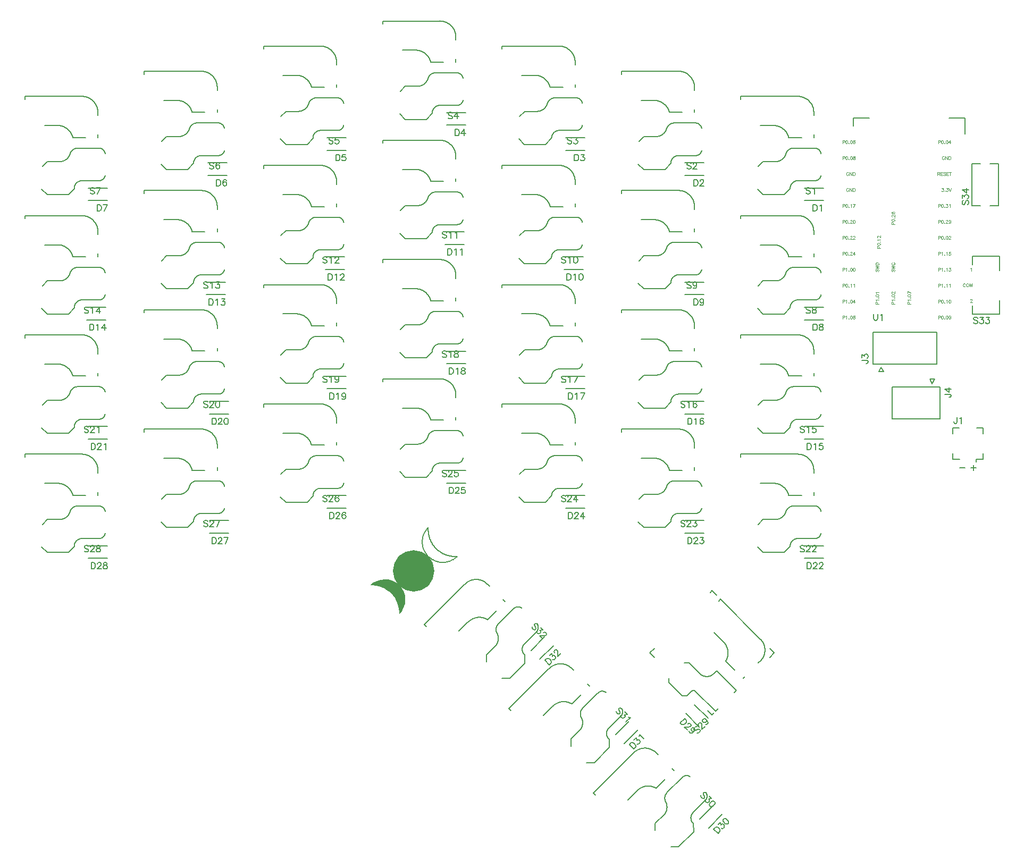
<source format=gto>
%FSLAX46Y46*%
%MOMM*%
%ADD11C,0.100000*%
%ADD10C,0.150000*%
G01*
%LPD*%
G36*
X68191015Y-100668757D02*
X68191015Y-100668757D01*
X68601931Y-100175331D01*
X68908148Y-99610928D01*
X69097784Y-98997445D01*
X69163479Y-98358693D01*
X69102684Y-97719456D01*
X68917759Y-97104538D01*
X68615879Y-96537802D01*
X68208759Y-96041240D01*
X67712197Y-95634120D01*
X67145460Y-95332240D01*
X66530543Y-95147315D01*
X65891306Y-95086521D01*
X65252554Y-95152216D01*
X64639071Y-95341851D01*
X64074669Y-95648068D01*
X63581243Y-96058985D01*
X64039449Y-96061881D01*
X64494884Y-96112274D01*
X64942639Y-96209619D01*
X65377888Y-96352867D01*
X65795936Y-96540473D01*
X66192279Y-96770417D01*
X66562642Y-97040217D01*
X66903033Y-97346967D01*
X67209782Y-97687357D01*
X67479583Y-98057720D01*
X67709526Y-98454063D01*
X67897133Y-98872111D01*
X68040381Y-99307360D01*
X68137726Y-99755115D01*
X68188118Y-100210551D01*
X68191015Y-100668757D01*
D02*
G37*
%LPD*%
G36*
X69227577Y-96821899D02*
X68148870Y-96101130D01*
X68148870Y-96101130D01*
X67428100Y-95022422D01*
X67175000Y-93750000D01*
X67428100Y-92477577D01*
X68148870Y-91398870D01*
X69227577Y-90678100D01*
X70499999Y-90425000D01*
X71772422Y-90678100D01*
X72851130Y-91398870D01*
X73571899Y-92477577D01*
X73825000Y-93750000D01*
X73571899Y-95022422D01*
X72851130Y-96101130D01*
X71772422Y-96821899D01*
X70499999Y-97075000D01*
X69227577Y-96821899D01*
D02*
G37*
G01*
%LPD*%
D10*
X158297616Y-77297616D02*
X157440480Y-77297616D01*
D10*
X159619040Y-77726192D02*
X159619040Y-76869048D01*
D10*
X160047616Y-77297616D02*
X159190480Y-77297616D01*
D10*
X50130000Y-25830000D02*
X53510000Y-25830000D01*
D10*
X51750000Y-14810000D02*
X49690000Y-14810000D01*
D10*
X46570000Y-10165000D02*
X46570000Y-10636000D01*
D10*
X54900000Y-18410000D02*
X58350000Y-18410000D01*
D10*
X58350000Y-23600000D02*
X55710000Y-23600000D01*
D10*
X53510000Y-25830000D02*
X54450000Y-24850000D01*
D10*
X58200000Y-16244000D02*
X58200000Y-16715000D01*
D10*
X52200000Y-20560000D02*
X50140000Y-20560000D01*
D10*
X50140000Y-20560000D02*
X49350000Y-21350000D01*
D10*
X55560000Y-10165000D02*
X46570000Y-10165000D01*
D10*
X49250000Y-24950000D02*
X50130000Y-25830000D01*
D10*
X56250000Y-16715000D02*
X54214000Y-16715000D01*
D10*
X58200000Y-13176000D02*
X58200000Y-12805000D01*
D10*
X57559524Y-24773810D02*
X57654760Y-24869048D01*
D10*
X57416668Y-24726190D02*
X57559524Y-24773810D01*
D10*
X57226192Y-24726190D02*
X57416668Y-24726190D01*
D10*
X57083332Y-24773810D02*
X57226192Y-24726190D01*
D10*
X56988096Y-24869048D02*
X57083332Y-24773810D01*
D10*
X56988096Y-24964286D02*
X56988096Y-24869048D01*
D10*
X57035716Y-25059524D02*
X56988096Y-24964286D01*
D10*
X57083332Y-25107142D02*
X57035716Y-25059524D01*
D10*
X57178572Y-25154762D02*
X57083332Y-25107142D01*
D10*
X57464284Y-25250000D02*
X57178572Y-25154762D01*
D10*
X57559524Y-25297620D02*
X57464284Y-25250000D01*
D10*
X57607144Y-25345238D02*
X57559524Y-25297620D01*
D10*
X57654760Y-25440476D02*
X57607144Y-25345238D01*
D10*
X57654760Y-25583334D02*
X57654760Y-25440476D01*
D10*
X57559524Y-25678572D02*
X57654760Y-25583334D01*
D10*
X57416668Y-25726190D02*
X57559524Y-25678572D01*
D10*
X57226192Y-25726190D02*
X57416668Y-25726190D01*
D10*
X57083332Y-25678572D02*
X57226192Y-25726190D01*
D10*
X56988096Y-25583334D02*
X57083332Y-25678572D01*
D10*
X58035716Y-24726190D02*
X58511904Y-24726190D01*
D10*
X57988096Y-25154762D02*
X58035716Y-24726190D01*
D10*
X58035716Y-25107142D02*
X57988096Y-25154762D01*
D10*
X58178572Y-25059524D02*
X58035716Y-25107142D01*
D10*
X58321428Y-25059524D02*
X58178572Y-25059524D01*
D10*
X58464284Y-25107142D02*
X58321428Y-25059524D01*
D10*
X58559524Y-25202380D02*
X58464284Y-25107142D01*
D10*
X58607144Y-25345238D02*
X58559524Y-25202380D01*
D10*
X58607144Y-25440476D02*
X58607144Y-25345238D01*
D10*
X58559524Y-25583334D02*
X58607144Y-25440476D01*
D10*
X58464284Y-25678572D02*
X58559524Y-25583334D01*
D10*
X58321428Y-25726190D02*
X58464284Y-25678572D01*
D10*
X58178572Y-25726190D02*
X58321428Y-25726190D01*
D10*
X58035716Y-25678572D02*
X58178572Y-25726190D01*
D10*
X57988096Y-25630952D02*
X58035716Y-25678572D01*
D10*
X57940476Y-25535714D02*
X57988096Y-25630952D01*
D10*
X54900000Y-18410000D02*
X54875148Y-18411307D01*
D10*
X54875148Y-18411307D02*
X54850328Y-18413112D01*
D10*
X54850328Y-18413112D02*
X54825549Y-18415416D01*
D10*
X54825549Y-18415416D02*
X54800821Y-18418217D01*
D10*
X54800821Y-18418217D02*
X54776155Y-18421514D01*
D10*
X54776155Y-18421514D02*
X54751560Y-18425306D01*
D10*
X54751560Y-18425306D02*
X54727046Y-18429592D01*
D10*
X54727046Y-18429592D02*
X54702622Y-18434368D01*
D10*
X54702622Y-18434368D02*
X54678300Y-18439634D01*
D10*
X54678300Y-18439634D02*
X54654089Y-18445388D01*
D10*
X54654089Y-18445388D02*
X54629998Y-18451627D01*
D10*
X54629998Y-18451627D02*
X54606037Y-18458348D01*
D10*
X54606037Y-18458348D02*
X54582216Y-18465550D01*
D10*
X54582216Y-18465550D02*
X54558544Y-18473228D01*
D10*
X54558544Y-18473228D02*
X54535031Y-18481380D01*
D10*
X54535031Y-18481380D02*
X54511687Y-18490003D01*
D10*
X54511687Y-18490003D02*
X54488521Y-18499093D01*
D10*
X54488521Y-18499093D02*
X54465542Y-18508646D01*
D10*
X54465542Y-18508646D02*
X54442759Y-18518659D01*
D10*
X54442759Y-18518659D02*
X54420182Y-18529128D01*
D10*
X54420182Y-18529128D02*
X54397820Y-18540047D01*
D10*
X54397820Y-18540047D02*
X54375682Y-18551414D01*
D10*
X54375682Y-18551414D02*
X54353777Y-18563224D01*
D10*
X54353777Y-18563224D02*
X54332113Y-18575470D01*
D10*
X54332113Y-18575470D02*
X54310699Y-18588150D01*
D10*
X54310699Y-18588150D02*
X54289545Y-18601257D01*
D10*
X54289545Y-18601257D02*
X54268658Y-18614786D01*
D10*
X54268658Y-18614786D02*
X54248047Y-18628732D01*
D10*
X54248047Y-18628732D02*
X54227720Y-18643089D01*
D10*
X54227720Y-18643089D02*
X54207686Y-18657851D01*
D10*
X54207686Y-18657851D02*
X54187952Y-18673013D01*
D10*
X54187952Y-18673013D02*
X54168527Y-18688569D01*
D10*
X54168527Y-18688569D02*
X54149418Y-18704511D01*
D10*
X54149418Y-18704511D02*
X54130633Y-18720834D01*
D10*
X54130633Y-18720834D02*
X54112180Y-18737530D01*
D10*
X54112180Y-18737530D02*
X54094066Y-18754594D01*
D10*
X54094066Y-18754594D02*
X54076298Y-18772019D01*
D10*
X54076298Y-18772019D02*
X54058884Y-18789797D01*
D10*
X54058884Y-18789797D02*
X54041830Y-18807921D01*
D10*
X54041830Y-18807921D02*
X54025144Y-18826383D01*
D10*
X54025144Y-18826383D02*
X54008832Y-18845178D01*
D10*
X54008832Y-18845178D02*
X53992901Y-18864296D01*
D10*
X53992901Y-18864296D02*
X53977357Y-18883730D01*
D10*
X53977357Y-18883730D02*
X53962206Y-18903473D01*
D10*
X53962206Y-18903473D02*
X53947456Y-18923515D01*
D10*
X53947456Y-18923515D02*
X53933110Y-18943850D01*
D10*
X53933110Y-18943850D02*
X53919176Y-18964469D01*
D10*
X53919176Y-18964469D02*
X53905659Y-18985364D01*
D10*
X53905659Y-18985364D02*
X53892564Y-19006526D01*
D10*
X53892564Y-19006526D02*
X53879897Y-19027947D01*
D10*
X53879897Y-19027947D02*
X53867663Y-19049618D01*
D10*
X53867663Y-19049618D02*
X53855866Y-19071530D01*
D10*
X53855866Y-19071530D02*
X53844512Y-19093675D01*
D10*
X53844512Y-19093675D02*
X53833605Y-19116043D01*
D10*
X53833605Y-19116043D02*
X53823150Y-19138626D01*
D10*
X53823150Y-19138626D02*
X53813150Y-19161414D01*
D10*
X53813150Y-19161414D02*
X53803610Y-19184399D01*
D10*
X53803610Y-19184399D02*
X53794533Y-19207570D01*
D10*
X53794533Y-19207570D02*
X53785924Y-19230919D01*
D10*
X53785924Y-19230919D02*
X53777785Y-19254437D01*
D10*
X53777785Y-19254437D02*
X53770120Y-19278113D01*
D10*
X53770120Y-19278113D02*
X53762933Y-19301938D01*
D10*
X53762933Y-19301938D02*
X53756225Y-19325903D01*
D10*
X53756225Y-19325903D02*
X53750000Y-19349998D01*
D10*
X59349999Y-19250000D02*
X59346725Y-19227865D01*
D10*
X59346725Y-19227865D02*
X59342942Y-19205811D01*
D10*
X59342942Y-19205811D02*
X59338653Y-19183850D01*
D10*
X59338653Y-19183850D02*
X59333858Y-19161994D01*
D10*
X59333858Y-19161994D02*
X59328563Y-19140254D01*
D10*
X59328563Y-19140254D02*
X59322767Y-19118641D01*
D10*
X59322767Y-19118641D02*
X59316476Y-19097168D01*
D10*
X59316476Y-19097168D02*
X59309692Y-19075845D01*
D10*
X59309692Y-19075845D02*
X59302419Y-19054685D01*
D10*
X59302419Y-19054685D02*
X59294661Y-19033697D01*
D10*
X59294661Y-19033697D02*
X59286422Y-19012893D01*
D10*
X59286422Y-19012893D02*
X59277706Y-18992285D01*
D10*
X59277706Y-18992285D02*
X59268517Y-18971882D01*
D10*
X59268517Y-18971882D02*
X59258862Y-18951697D01*
D10*
X59258862Y-18951697D02*
X59248744Y-18931739D01*
D10*
X59248744Y-18931739D02*
X59238169Y-18912020D01*
D10*
X59238169Y-18912020D02*
X59227144Y-18892549D01*
D10*
X59227144Y-18892549D02*
X59215672Y-18873337D01*
D10*
X59215672Y-18873337D02*
X59203762Y-18854395D01*
D10*
X59203762Y-18854395D02*
X59191419Y-18835731D01*
D10*
X59191419Y-18835731D02*
X59178649Y-18817357D01*
D10*
X59178649Y-18817357D02*
X59165460Y-18799282D01*
D10*
X59165460Y-18799282D02*
X59151858Y-18781515D01*
D10*
X59151858Y-18781515D02*
X59137850Y-18764066D01*
D10*
X59137850Y-18764066D02*
X59123445Y-18746944D01*
D10*
X59123445Y-18746944D02*
X59108649Y-18730158D01*
D10*
X59108649Y-18730158D02*
X59093470Y-18713718D01*
D10*
X59093470Y-18713718D02*
X59077917Y-18697631D01*
D10*
X59077917Y-18697631D02*
X59061998Y-18681906D01*
D10*
X59061998Y-18681906D02*
X59045721Y-18666552D01*
D10*
X59045721Y-18666552D02*
X59029095Y-18651577D01*
D10*
X59029095Y-18651577D02*
X59012129Y-18636989D01*
D10*
X59012129Y-18636989D02*
X58994831Y-18622795D01*
D10*
X58994831Y-18622795D02*
X58977211Y-18609004D01*
D10*
X58977211Y-18609004D02*
X58959278Y-18595621D01*
D10*
X58959278Y-18595621D02*
X58941042Y-18582655D01*
D10*
X58941042Y-18582655D02*
X58922512Y-18570112D01*
D10*
X58922512Y-18570112D02*
X58903698Y-18558000D01*
D10*
X58903698Y-18558000D02*
X58884610Y-18546323D01*
D10*
X58884610Y-18546323D02*
X58865259Y-18535089D01*
D10*
X58865259Y-18535089D02*
X58845654Y-18524304D01*
D10*
X58845654Y-18524304D02*
X58825806Y-18513973D01*
D10*
X58825806Y-18513973D02*
X58805725Y-18504101D01*
D10*
X58805725Y-18504101D02*
X58785423Y-18494695D01*
D10*
X58785423Y-18494695D02*
X58764909Y-18485758D01*
D10*
X58764909Y-18485758D02*
X58744195Y-18477296D01*
D10*
X58744195Y-18477296D02*
X58723291Y-18469313D01*
D10*
X58723291Y-18469313D02*
X58702210Y-18461814D01*
D10*
X58702210Y-18461814D02*
X58680961Y-18454802D01*
D10*
X58680961Y-18454802D02*
X58659556Y-18448281D01*
D10*
X58659556Y-18448281D02*
X58638007Y-18442254D01*
D10*
X58638007Y-18442254D02*
X58616325Y-18436725D01*
D10*
X58616325Y-18436725D02*
X58594522Y-18431697D01*
D10*
X58594522Y-18431697D02*
X58572608Y-18427172D01*
D10*
X58572608Y-18427172D02*
X58550596Y-18423153D01*
D10*
X58550596Y-18423153D02*
X58528498Y-18419642D01*
D10*
X58528498Y-18419642D02*
X58506324Y-18416640D01*
D10*
X58506324Y-18416640D02*
X58484087Y-18414150D01*
D10*
X58484087Y-18414150D02*
X58461799Y-18412172D01*
D10*
X58461799Y-18412172D02*
X58439471Y-18410708D01*
D10*
X58439471Y-18410708D02*
X58417115Y-18409759D01*
D10*
X58417115Y-18409759D02*
X58394744Y-18409324D01*
D10*
X58394744Y-18409324D02*
X58372368Y-18409405D01*
D10*
X58372368Y-18409405D02*
X58350000Y-18410000D01*
D10*
X55710000Y-23600000D02*
X55678643Y-23598146D01*
D10*
X55678643Y-23598146D02*
X55647249Y-23597129D01*
D10*
X55647249Y-23597129D02*
X55615838Y-23596949D01*
D10*
X55615838Y-23596949D02*
X55584434Y-23597608D01*
D10*
X55584434Y-23597608D02*
X55553059Y-23599104D01*
D10*
X55553059Y-23599104D02*
X55521734Y-23601437D01*
D10*
X55521734Y-23601437D02*
X55490483Y-23604605D01*
D10*
X55490483Y-23604605D02*
X55459328Y-23608605D01*
D10*
X55459328Y-23608605D02*
X55428291Y-23613436D01*
D10*
X55428291Y-23613436D02*
X55397393Y-23619092D01*
D10*
X55397393Y-23619092D02*
X55366657Y-23625571D01*
D10*
X55366657Y-23625571D02*
X55336105Y-23632867D01*
D10*
X55336105Y-23632867D02*
X55305759Y-23640976D01*
D10*
X55305759Y-23640976D02*
X55275640Y-23649892D01*
D10*
X55275640Y-23649892D02*
X55245769Y-23659608D01*
D10*
X55245769Y-23659608D02*
X55216169Y-23670117D01*
D10*
X55216169Y-23670117D02*
X55186859Y-23681413D01*
D10*
X55186859Y-23681413D02*
X55157861Y-23693486D01*
D10*
X55157861Y-23693486D02*
X55129195Y-23706329D01*
D10*
X55129195Y-23706329D02*
X55100882Y-23719932D01*
D10*
X55100882Y-23719932D02*
X55072942Y-23734285D01*
D10*
X55072942Y-23734285D02*
X55045396Y-23749379D01*
D10*
X55045396Y-23749379D02*
X55018261Y-23765203D01*
D10*
X55018261Y-23765203D02*
X54991558Y-23781744D01*
D10*
X54991558Y-23781744D02*
X54965307Y-23798992D01*
D10*
X54965307Y-23798992D02*
X54939524Y-23816935D01*
D10*
X54939524Y-23816935D02*
X54914230Y-23835558D01*
D10*
X54914230Y-23835558D02*
X54889441Y-23854850D01*
D10*
X54889441Y-23854850D02*
X54865176Y-23874797D01*
D10*
X54865176Y-23874797D02*
X54841452Y-23895384D01*
D10*
X54841452Y-23895384D02*
X54818285Y-23916596D01*
D10*
X54818285Y-23916596D02*
X54795693Y-23938419D01*
D10*
X54795693Y-23938419D02*
X54773691Y-23960837D01*
D10*
X54773691Y-23960837D02*
X54752294Y-23983834D01*
D10*
X54752294Y-23983834D02*
X54731519Y-24007393D01*
D10*
X54731519Y-24007393D02*
X54711380Y-24031499D01*
D10*
X54711380Y-24031499D02*
X54691891Y-24056133D01*
D10*
X54691891Y-24056133D02*
X54673066Y-24081278D01*
D10*
X54673066Y-24081278D02*
X54654919Y-24106916D01*
D10*
X54654919Y-24106916D02*
X54637463Y-24133030D01*
D10*
X54637463Y-24133030D02*
X54620709Y-24159600D01*
D10*
X54620709Y-24159600D02*
X54604670Y-24186608D01*
D10*
X54604670Y-24186608D02*
X54589357Y-24214033D01*
D10*
X54589357Y-24214033D02*
X54574781Y-24241858D01*
D10*
X54574781Y-24241858D02*
X54560953Y-24270061D01*
D10*
X54560953Y-24270061D02*
X54547882Y-24298624D01*
D10*
X54547882Y-24298624D02*
X54535578Y-24327525D01*
D10*
X54535578Y-24327525D02*
X54524050Y-24356744D01*
D10*
X54524050Y-24356744D02*
X54513305Y-24386260D01*
D10*
X54513305Y-24386260D02*
X54503351Y-24416052D01*
D10*
X54503351Y-24416052D02*
X54494196Y-24446099D01*
D10*
X54494196Y-24446099D02*
X54485845Y-24476380D01*
D10*
X54485845Y-24476380D02*
X54478306Y-24506873D01*
D10*
X54478306Y-24506873D02*
X54471582Y-24537556D01*
D10*
X54471582Y-24537556D02*
X54465680Y-24568407D01*
D10*
X54465680Y-24568407D02*
X54460602Y-24599405D01*
D10*
X54460602Y-24599405D02*
X54456354Y-24630528D01*
D10*
X54456354Y-24630528D02*
X54452937Y-24661753D01*
D10*
X54452937Y-24661753D02*
X54450355Y-24693057D01*
D10*
X54450355Y-24693057D02*
X54448609Y-24724420D01*
D10*
X54448609Y-24724420D02*
X54447700Y-24755818D01*
D10*
X54447700Y-24755818D02*
X54447629Y-24787229D01*
D10*
X54447629Y-24787229D02*
X54448396Y-24818630D01*
D10*
X54448396Y-24818630D02*
X54450000Y-24850001D01*
D10*
X58200000Y-12805001D02*
X58201667Y-12739528D01*
D10*
X58201667Y-12739528D02*
X58201649Y-12674033D01*
D10*
X58201649Y-12674033D02*
X58199944Y-12608561D01*
D10*
X58199944Y-12608561D02*
X58196555Y-12543155D01*
D10*
X58196555Y-12543155D02*
X58191484Y-12477857D01*
D10*
X58191484Y-12477857D02*
X58184734Y-12412712D01*
D10*
X58184734Y-12412712D02*
X58176309Y-12347761D01*
D10*
X58176309Y-12347761D02*
X58166215Y-12283050D01*
D10*
X58166215Y-12283050D02*
X58154460Y-12218619D01*
D10*
X58154460Y-12218619D02*
X58141049Y-12154512D01*
D10*
X58141049Y-12154512D02*
X58125993Y-12090772D01*
D10*
X58125993Y-12090772D02*
X58109301Y-12027441D01*
D10*
X58109301Y-12027441D02*
X58090985Y-11964560D01*
D10*
X58090985Y-11964560D02*
X58071057Y-11902171D01*
D10*
X58071057Y-11902171D02*
X58049529Y-11840316D01*
D10*
X58049529Y-11840316D02*
X58026416Y-11779035D01*
D10*
X58026416Y-11779035D02*
X58001734Y-11718370D01*
D10*
X58001734Y-11718370D02*
X57975498Y-11658360D01*
D10*
X57975498Y-11658360D02*
X57947727Y-11599045D01*
D10*
X57947727Y-11599045D02*
X57918438Y-11540465D01*
D10*
X57918438Y-11540465D02*
X57887651Y-11482658D01*
D10*
X57887651Y-11482658D02*
X57855386Y-11425662D01*
D10*
X57855386Y-11425662D02*
X57821665Y-11369516D01*
D10*
X57821665Y-11369516D02*
X57786510Y-11314257D01*
D10*
X57786510Y-11314257D02*
X57749944Y-11259920D01*
D10*
X57749944Y-11259920D02*
X57711992Y-11206543D01*
D10*
X57711992Y-11206543D02*
X57672679Y-11154160D01*
D10*
X57672679Y-11154160D02*
X57632030Y-11102807D01*
D10*
X57632030Y-11102807D02*
X57590074Y-11052516D01*
D10*
X57590074Y-11052516D02*
X57546836Y-11003323D01*
D10*
X57546836Y-11003323D02*
X57502347Y-10955258D01*
D10*
X57502347Y-10955258D02*
X57456635Y-10908355D01*
D10*
X57456635Y-10908355D02*
X57409731Y-10862643D01*
D10*
X57409731Y-10862643D02*
X57361666Y-10818154D01*
D10*
X57361666Y-10818154D02*
X57312472Y-10774917D01*
D10*
X57312472Y-10774917D02*
X57262182Y-10732960D01*
D10*
X57262182Y-10732960D02*
X57210828Y-10692312D01*
D10*
X57210828Y-10692312D02*
X57158445Y-10652999D01*
D10*
X57158445Y-10652999D02*
X57105068Y-10615047D01*
D10*
X57105068Y-10615047D02*
X57050731Y-10578482D01*
D10*
X57050731Y-10578482D02*
X56995471Y-10543327D01*
D10*
X56995471Y-10543327D02*
X56939325Y-10509606D01*
D10*
X56939325Y-10509606D02*
X56882329Y-10477342D01*
D10*
X56882329Y-10477342D02*
X56824522Y-10446555D01*
D10*
X56824522Y-10446555D02*
X56765941Y-10417267D01*
D10*
X56765941Y-10417267D02*
X56706627Y-10389496D01*
D10*
X56706627Y-10389496D02*
X56646616Y-10363260D01*
D10*
X56646616Y-10363260D02*
X56585951Y-10338578D01*
D10*
X56585951Y-10338578D02*
X56524670Y-10315466D01*
D10*
X56524670Y-10315466D02*
X56462815Y-10293938D01*
D10*
X56462815Y-10293938D02*
X56400426Y-10274010D01*
D10*
X56400426Y-10274010D02*
X56337545Y-10255695D01*
D10*
X56337545Y-10255695D02*
X56274214Y-10239003D01*
D10*
X56274214Y-10239003D02*
X56210473Y-10223948D01*
D10*
X56210473Y-10223948D02*
X56146367Y-10210538D01*
D10*
X56146367Y-10210538D02*
X56081936Y-10198782D01*
D10*
X56081936Y-10198782D02*
X56017224Y-10188689D01*
D10*
X56017224Y-10188689D02*
X55952274Y-10180264D01*
D10*
X55952274Y-10180264D02*
X55887128Y-10173515D01*
D10*
X55887128Y-10173515D02*
X55821831Y-10168444D01*
D10*
X55821831Y-10168444D02*
X55756424Y-10165055D01*
D10*
X55756424Y-10165055D02*
X55690952Y-10163351D01*
D10*
X55690952Y-10163351D02*
X55625458Y-10163333D01*
D10*
X55625458Y-10163333D02*
X55559985Y-10165001D01*
D10*
X54213999Y-16715001D02*
X54201267Y-16663952D01*
D10*
X54201267Y-16663952D02*
X54187454Y-16613185D01*
D10*
X54187454Y-16613185D02*
X54172568Y-16562723D01*
D10*
X54172568Y-16562723D02*
X54156615Y-16512588D01*
D10*
X54156615Y-16512588D02*
X54139602Y-16462802D01*
D10*
X54139602Y-16462802D02*
X54121536Y-16413389D01*
D10*
X54121536Y-16413389D02*
X54102427Y-16364369D01*
D10*
X54102427Y-16364369D02*
X54082282Y-16315767D01*
D10*
X54082282Y-16315767D02*
X54061111Y-16267602D01*
D10*
X54061111Y-16267602D02*
X54038923Y-16219897D01*
D10*
X54038923Y-16219897D02*
X54015728Y-16172674D01*
D10*
X54015728Y-16172674D02*
X53991536Y-16125953D01*
D10*
X53991536Y-16125953D02*
X53966359Y-16079756D01*
D10*
X53966359Y-16079756D02*
X53940207Y-16034104D01*
D10*
X53940207Y-16034104D02*
X53913094Y-15989016D01*
D10*
X53913094Y-15989016D02*
X53885030Y-15944514D01*
D10*
X53885030Y-15944514D02*
X53856028Y-15900617D01*
D10*
X53856028Y-15900617D02*
X53826101Y-15857345D01*
D10*
X53826101Y-15857345D02*
X53795264Y-15814718D01*
D10*
X53795264Y-15814718D02*
X53763529Y-15772754D01*
D10*
X53763529Y-15772754D02*
X53730911Y-15731473D01*
D10*
X53730911Y-15731473D02*
X53697425Y-15690893D01*
D10*
X53697425Y-15690893D02*
X53663086Y-15651033D01*
D10*
X53663086Y-15651033D02*
X53627908Y-15611910D01*
D10*
X53627908Y-15611910D02*
X53591909Y-15573542D01*
D10*
X53591909Y-15573542D02*
X53555105Y-15535946D01*
D10*
X53555105Y-15535946D02*
X53517511Y-15499139D01*
D10*
X53517511Y-15499139D02*
X53479144Y-15463138D01*
D10*
X53479144Y-15463138D02*
X53440023Y-15427959D01*
D10*
X53440023Y-15427959D02*
X53400164Y-15393618D01*
D10*
X53400164Y-15393618D02*
X53359586Y-15360130D01*
D10*
X53359586Y-15360130D02*
X53318307Y-15327510D01*
D10*
X53318307Y-15327510D02*
X53276345Y-15295773D01*
D10*
X53276345Y-15295773D02*
X53233719Y-15264933D01*
D10*
X53233719Y-15264933D02*
X53190449Y-15235005D01*
D10*
X53190449Y-15235005D02*
X53146553Y-15206001D01*
D10*
X53146553Y-15206001D02*
X53102052Y-15177934D01*
D10*
X53102052Y-15177934D02*
X53056966Y-15150818D01*
D10*
X53056966Y-15150818D02*
X53011315Y-15124664D01*
D10*
X53011315Y-15124664D02*
X52965119Y-15099485D01*
D10*
X52965119Y-15099485D02*
X52918399Y-15075291D01*
D10*
X52918399Y-15075291D02*
X52871177Y-15052093D01*
D10*
X52871177Y-15052093D02*
X52823474Y-15029903D01*
D10*
X52823474Y-15029903D02*
X52775310Y-15008729D01*
D10*
X52775310Y-15008729D02*
X52726708Y-14988582D01*
D10*
X52726708Y-14988582D02*
X52677690Y-14969470D01*
D10*
X52677690Y-14969470D02*
X52628277Y-14951402D01*
D10*
X52628277Y-14951402D02*
X52578492Y-14934387D01*
D10*
X52578492Y-14934387D02*
X52528358Y-14918431D01*
D10*
X52528358Y-14918431D02*
X52477896Y-14903542D01*
D10*
X52477896Y-14903542D02*
X52427130Y-14889727D01*
D10*
X52427130Y-14889727D02*
X52376082Y-14876992D01*
D10*
X52376082Y-14876992D02*
X52324775Y-14865343D01*
D10*
X52324775Y-14865343D02*
X52273233Y-14854784D01*
D10*
X52273233Y-14854784D02*
X52221479Y-14845322D01*
D10*
X52221479Y-14845322D02*
X52169536Y-14836959D01*
D10*
X52169536Y-14836959D02*
X52117426Y-14829700D01*
D10*
X52117426Y-14829700D02*
X52065175Y-14823548D01*
D10*
X52065175Y-14823548D02*
X52012805Y-14818505D01*
D10*
X52012805Y-14818505D02*
X51960340Y-14814575D01*
D10*
X51960340Y-14814575D02*
X51907803Y-14811758D01*
D10*
X51907803Y-14811758D02*
X51855218Y-14810057D01*
D10*
X51855218Y-14810057D02*
X51802609Y-14809471D01*
D10*
X51802609Y-14809471D02*
X51750000Y-14810001D01*
D10*
X52200000Y-20559999D02*
X52232300Y-20556752D01*
D10*
X52232300Y-20556752D02*
X52264537Y-20552927D01*
D10*
X52264537Y-20552927D02*
X52296701Y-20548528D01*
D10*
X52296701Y-20548528D02*
X52328781Y-20543555D01*
D10*
X52328781Y-20543555D02*
X52360767Y-20538010D01*
D10*
X52360767Y-20538010D02*
X52392649Y-20531894D01*
D10*
X52392649Y-20531894D02*
X52424416Y-20525210D01*
D10*
X52424416Y-20525210D02*
X52456059Y-20517960D01*
D10*
X52456059Y-20517960D02*
X52487568Y-20510145D01*
D10*
X52487568Y-20510145D02*
X52518932Y-20501769D01*
D10*
X52518932Y-20501769D02*
X52550141Y-20492835D01*
D10*
X52550141Y-20492835D02*
X52581186Y-20483344D01*
D10*
X52581186Y-20483344D02*
X52612057Y-20473300D01*
D10*
X52612057Y-20473300D02*
X52642743Y-20462707D01*
D10*
X52642743Y-20462707D02*
X52673235Y-20451567D01*
D10*
X52673235Y-20451567D02*
X52703523Y-20439885D01*
D10*
X52703523Y-20439885D02*
X52733598Y-20427663D01*
D10*
X52733598Y-20427663D02*
X52763449Y-20414906D01*
D10*
X52763449Y-20414906D02*
X52793068Y-20401619D01*
D10*
X52793068Y-20401619D02*
X52822445Y-20387804D01*
D10*
X52822445Y-20387804D02*
X52851571Y-20373467D01*
D10*
X52851571Y-20373467D02*
X52880436Y-20358611D01*
D10*
X52880436Y-20358611D02*
X52909031Y-20343243D01*
D10*
X52909031Y-20343243D02*
X52937347Y-20327367D01*
D10*
X52937347Y-20327367D02*
X52965375Y-20310987D01*
D10*
X52965375Y-20310987D02*
X52993106Y-20294109D01*
D10*
X52993106Y-20294109D02*
X53020530Y-20276739D01*
D10*
X53020530Y-20276739D02*
X53047641Y-20258882D01*
D10*
X53047641Y-20258882D02*
X53074428Y-20240543D01*
D10*
X53074428Y-20240543D02*
X53100883Y-20221729D01*
D10*
X53100883Y-20221729D02*
X53126998Y-20202445D01*
D10*
X53126998Y-20202445D02*
X53152765Y-20182698D01*
D10*
X53152765Y-20182698D02*
X53178175Y-20162494D01*
D10*
X53178175Y-20162494D02*
X53203220Y-20141840D01*
D10*
X53203220Y-20141840D02*
X53227891Y-20120741D01*
D10*
X53227891Y-20120741D02*
X53252183Y-20099205D01*
D10*
X53252183Y-20099205D02*
X53276085Y-20077239D01*
D10*
X53276085Y-20077239D02*
X53299592Y-20054849D01*
D10*
X53299592Y-20054849D02*
X53322695Y-20032043D01*
D10*
X53322695Y-20032043D02*
X53345387Y-20008828D01*
D10*
X53345387Y-20008828D02*
X53367661Y-19985212D01*
D10*
X53367661Y-19985212D02*
X53389509Y-19961201D01*
D10*
X53389509Y-19961201D02*
X53410925Y-19936804D01*
D10*
X53410925Y-19936804D02*
X53431902Y-19912029D01*
D10*
X53431902Y-19912029D02*
X53452433Y-19886883D01*
D10*
X53452433Y-19886883D02*
X53472512Y-19861374D01*
D10*
X53472512Y-19861374D02*
X53492131Y-19835510D01*
D10*
X53492131Y-19835510D02*
X53511286Y-19809301D01*
D10*
X53511286Y-19809301D02*
X53529970Y-19782753D01*
D10*
X53529970Y-19782753D02*
X53548177Y-19755876D01*
D10*
X53548177Y-19755876D02*
X53565900Y-19728678D01*
D10*
X53565900Y-19728678D02*
X53583135Y-19701168D01*
D10*
X53583135Y-19701168D02*
X53599876Y-19673354D01*
D10*
X53599876Y-19673354D02*
X53616118Y-19645246D01*
D10*
X53616118Y-19645246D02*
X53631855Y-19616852D01*
D10*
X53631855Y-19616852D02*
X53647082Y-19588182D01*
D10*
X53647082Y-19588182D02*
X53661795Y-19559244D01*
D10*
X53661795Y-19559244D02*
X53675989Y-19530048D01*
D10*
X53675989Y-19530048D02*
X53689659Y-19500604D01*
D10*
X53689659Y-19500604D02*
X53702801Y-19470920D01*
D10*
X53702801Y-19470920D02*
X53715410Y-19441006D01*
D10*
X53715410Y-19441006D02*
X53727484Y-19410871D01*
D10*
X53727484Y-19410871D02*
X53739017Y-19380526D01*
D10*
X53739017Y-19380526D02*
X53750006Y-19349979D01*
D10*
X58350000Y-23599999D02*
X58372163Y-23599221D01*
D10*
X58372163Y-23599221D02*
X58394304Y-23597972D01*
D10*
X58394304Y-23597972D02*
X58416413Y-23596253D01*
D10*
X58416413Y-23596253D02*
X58438481Y-23594064D01*
D10*
X58438481Y-23594064D02*
X58460498Y-23591407D01*
D10*
X58460498Y-23591407D02*
X58482453Y-23588282D01*
D10*
X58482453Y-23588282D02*
X58504337Y-23584692D01*
D10*
X58504337Y-23584692D02*
X58526139Y-23580638D01*
D10*
X58526139Y-23580638D02*
X58547851Y-23576121D01*
D10*
X58547851Y-23576121D02*
X58569462Y-23571144D01*
D10*
X58569462Y-23571144D02*
X58590962Y-23565709D01*
D10*
X58590962Y-23565709D02*
X58612341Y-23559818D01*
D10*
X58612341Y-23559818D02*
X58633591Y-23553475D01*
D10*
X58633591Y-23553475D02*
X58654701Y-23546681D01*
D10*
X58654701Y-23546681D02*
X58675662Y-23539440D01*
D10*
X58675662Y-23539440D02*
X58696464Y-23531756D01*
D10*
X58696464Y-23531756D02*
X58717099Y-23523631D01*
D10*
X58717099Y-23523631D02*
X58737556Y-23515069D01*
D10*
X58737556Y-23515069D02*
X58757826Y-23506075D01*
D10*
X58757826Y-23506075D02*
X58777901Y-23496652D01*
D10*
X58777901Y-23496652D02*
X58797771Y-23486805D01*
D10*
X58797771Y-23486805D02*
X58817427Y-23476538D01*
D10*
X58817427Y-23476538D02*
X58836861Y-23465855D01*
D10*
X58836861Y-23465855D02*
X58856064Y-23454762D01*
D10*
X58856064Y-23454762D02*
X58875026Y-23443263D01*
D10*
X58875026Y-23443263D02*
X58893740Y-23431364D01*
D10*
X58893740Y-23431364D02*
X58912196Y-23419070D01*
D10*
X58912196Y-23419070D02*
X58930387Y-23406387D01*
D10*
X58930387Y-23406387D02*
X58948305Y-23393320D01*
D10*
X58948305Y-23393320D02*
X58965941Y-23379875D01*
D10*
X58965941Y-23379875D02*
X58983287Y-23366058D01*
D10*
X58983287Y-23366058D02*
X59000336Y-23351876D01*
D10*
X59000336Y-23351876D02*
X59017080Y-23337335D01*
D10*
X59017080Y-23337335D02*
X59033510Y-23322441D01*
D10*
X59033510Y-23322441D02*
X59049621Y-23307202D01*
D10*
X59049621Y-23307202D02*
X59065404Y-23291624D01*
D10*
X59065404Y-23291624D02*
X59080853Y-23275714D01*
D10*
X59080853Y-23275714D02*
X59095960Y-23259479D01*
D10*
X59095960Y-23259479D02*
X59110718Y-23242927D01*
D10*
X59110718Y-23242927D02*
X59125122Y-23226065D01*
D10*
X59125122Y-23226065D02*
X59139164Y-23208901D01*
D10*
X59139164Y-23208901D02*
X59152838Y-23191442D01*
D10*
X59152838Y-23191442D02*
X59166138Y-23173697D01*
D10*
X59166138Y-23173697D02*
X59179058Y-23155673D01*
D10*
X59179058Y-23155673D02*
X59191593Y-23137378D01*
D10*
X59191593Y-23137378D02*
X59203735Y-23118822D01*
D10*
X59203735Y-23118822D02*
X59215481Y-23100011D01*
D10*
X59215481Y-23100011D02*
X59226824Y-23080956D01*
D10*
X59226824Y-23080956D02*
X59237760Y-23061663D01*
D10*
X59237760Y-23061663D02*
X59248283Y-23042143D01*
D10*
X59248283Y-23042143D02*
X59258389Y-23022403D01*
D10*
X59258389Y-23022403D02*
X59268074Y-23002453D01*
D10*
X59268074Y-23002453D02*
X59277332Y-22982302D01*
D10*
X59277332Y-22982302D02*
X59286160Y-22961958D01*
D10*
X59286160Y-22961958D02*
X59294554Y-22941432D01*
D10*
X59294554Y-22941432D02*
X59302510Y-22920732D01*
D10*
X59302510Y-22920732D02*
X59310024Y-22899867D01*
D10*
X59310024Y-22899867D02*
X59317093Y-22878848D01*
D10*
X59317093Y-22878848D02*
X59323714Y-22857683D01*
D10*
X59323714Y-22857683D02*
X59329883Y-22836382D01*
D10*
X59329883Y-22836382D02*
X59335599Y-22814955D01*
D10*
X59335599Y-22814955D02*
X59340858Y-22793411D01*
D10*
X59340858Y-22793411D02*
X59345658Y-22771760D01*
D10*
X59345658Y-22771760D02*
X59349997Y-22750013D01*
D10*
X37450000Y-49750000D02*
X40500000Y-49750000D01*
D10*
X37450000Y-47750000D02*
X40500000Y-47750000D01*
D10*
X37885716Y-51426192D02*
X37885716Y-50426192D01*
D10*
X38219048Y-50426192D02*
X37885716Y-50426192D01*
D10*
X38361904Y-50473808D02*
X38219048Y-50426192D01*
D10*
X38457144Y-50569048D02*
X38361904Y-50473808D01*
D10*
X38504760Y-50664284D02*
X38457144Y-50569048D01*
D10*
X38552380Y-50807144D02*
X38504760Y-50664284D01*
D10*
X38552380Y-51045240D02*
X38552380Y-50807144D01*
D10*
X38504760Y-51188096D02*
X38552380Y-51045240D01*
D10*
X38457144Y-51283332D02*
X38504760Y-51188096D01*
D10*
X38361904Y-51378572D02*
X38457144Y-51283332D01*
D10*
X38219048Y-51426192D02*
X38361904Y-51378572D01*
D10*
X37885716Y-51426192D02*
X38219048Y-51426192D01*
D10*
X39076192Y-50569048D02*
X38980952Y-50616668D01*
D10*
X39219048Y-50426192D02*
X39076192Y-50569048D01*
D10*
X39219048Y-51426192D02*
X39219048Y-50426192D01*
D10*
X40409524Y-50426192D02*
X39885716Y-50426192D01*
D10*
X40123808Y-50807144D02*
X40409524Y-50426192D01*
D10*
X40266668Y-50807144D02*
X40123808Y-50807144D01*
D10*
X40361904Y-50854760D02*
X40266668Y-50807144D01*
D10*
X40409524Y-50902380D02*
X40361904Y-50854760D01*
D10*
X40457144Y-51045240D02*
X40409524Y-50902380D01*
D10*
X40457144Y-51140476D02*
X40457144Y-51045240D01*
D10*
X40409524Y-51283332D02*
X40457144Y-51140476D01*
D10*
X40314284Y-51378572D02*
X40409524Y-51283332D01*
D10*
X40171428Y-51426192D02*
X40314284Y-51378572D01*
D10*
X40028572Y-51426192D02*
X40171428Y-51426192D01*
D10*
X39885716Y-51378572D02*
X40028572Y-51426192D01*
D10*
X39838096Y-51330952D02*
X39885716Y-51378572D01*
D10*
X39790476Y-51235716D02*
X39838096Y-51330952D01*
D10*
X94700000Y-83750000D02*
X97750000Y-83750000D01*
D10*
X94700000Y-81750000D02*
X97750000Y-81750000D01*
D10*
X95135712Y-85426192D02*
X95135712Y-84426192D01*
D10*
X95469048Y-84426192D02*
X95135712Y-84426192D01*
D10*
X95611904Y-84473808D02*
X95469048Y-84426192D01*
D10*
X95707144Y-84569048D02*
X95611904Y-84473808D01*
D10*
X95754760Y-84664288D02*
X95707144Y-84569048D01*
D10*
X95802384Y-84807144D02*
X95754760Y-84664288D01*
D10*
X95802384Y-85045240D02*
X95802384Y-84807144D01*
D10*
X95754760Y-85188096D02*
X95802384Y-85045240D01*
D10*
X95707144Y-85283336D02*
X95754760Y-85188096D01*
D10*
X95611904Y-85378568D02*
X95707144Y-85283336D01*
D10*
X95469048Y-85426192D02*
X95611904Y-85378568D01*
D10*
X95135712Y-85426192D02*
X95469048Y-85426192D01*
D10*
X96135712Y-84616664D02*
X96135712Y-84664288D01*
D10*
X96183336Y-84521432D02*
X96135712Y-84616664D01*
D10*
X96230952Y-84473808D02*
X96183336Y-84521432D01*
D10*
X96326192Y-84426192D02*
X96230952Y-84473808D01*
D10*
X96516664Y-84426192D02*
X96326192Y-84426192D01*
D10*
X96611904Y-84473808D02*
X96516664Y-84426192D01*
D10*
X96659520Y-84521432D02*
X96611904Y-84473808D01*
D10*
X96707144Y-84616664D02*
X96659520Y-84521432D01*
D10*
X96707144Y-84711904D02*
X96707144Y-84616664D01*
D10*
X96659520Y-84807144D02*
X96707144Y-84711904D01*
D10*
X96564288Y-84950000D02*
X96659520Y-84807144D01*
D10*
X96088096Y-85426192D02*
X96564288Y-84950000D01*
D10*
X96754760Y-85426192D02*
X96088096Y-85426192D01*
D10*
X97040480Y-85092856D02*
X97516664Y-84426192D01*
D10*
X97754760Y-85092856D02*
X97040480Y-85092856D01*
D10*
X97516664Y-85426192D02*
X97516664Y-84426192D01*
D10*
X94700000Y-26750000D02*
X97750000Y-26750000D01*
D10*
X94700000Y-24750000D02*
X97750000Y-24750000D01*
D10*
X96088096Y-28426190D02*
X96088096Y-27426190D01*
D10*
X96421432Y-27426190D02*
X96088096Y-27426190D01*
D10*
X96564288Y-27473810D02*
X96421432Y-27426190D01*
D10*
X96659520Y-27569048D02*
X96564288Y-27473810D01*
D10*
X96707144Y-27664286D02*
X96659520Y-27569048D01*
D10*
X96754760Y-27807142D02*
X96707144Y-27664286D01*
D10*
X96754760Y-28045238D02*
X96754760Y-27807142D01*
D10*
X96707144Y-28188096D02*
X96754760Y-28045238D01*
D10*
X96659520Y-28283334D02*
X96707144Y-28188096D01*
D10*
X96564288Y-28378572D02*
X96659520Y-28283334D01*
D10*
X96421432Y-28426190D02*
X96564288Y-28378572D01*
D10*
X96088096Y-28426190D02*
X96421432Y-28426190D01*
D10*
X97659520Y-27426190D02*
X97135712Y-27426190D01*
D10*
X97373808Y-27807142D02*
X97659520Y-27426190D01*
D10*
X97516664Y-27807142D02*
X97373808Y-27807142D01*
D10*
X97611904Y-27854762D02*
X97516664Y-27807142D01*
D10*
X97659520Y-27902380D02*
X97611904Y-27854762D01*
D10*
X97707144Y-28045238D02*
X97659520Y-27902380D01*
D10*
X97707144Y-28140476D02*
X97707144Y-28045238D01*
D10*
X97659520Y-28283334D02*
X97707144Y-28140476D01*
D10*
X97564288Y-28378572D02*
X97659520Y-28283334D01*
D10*
X97421432Y-28426190D02*
X97564288Y-28378572D01*
D10*
X97278568Y-28426190D02*
X97421432Y-28426190D01*
D10*
X97135712Y-28378572D02*
X97278568Y-28426190D01*
D10*
X97088096Y-28330952D02*
X97135712Y-28378572D01*
D10*
X97040480Y-28235714D02*
X97088096Y-28330952D01*
D10*
X56700000Y-83750000D02*
X59750000Y-83750000D01*
D10*
X56700000Y-81750000D02*
X59750000Y-81750000D01*
D10*
X57135716Y-85426192D02*
X57135716Y-84426192D01*
D10*
X57469048Y-84426192D02*
X57135716Y-84426192D01*
D10*
X57611904Y-84473808D02*
X57469048Y-84426192D01*
D10*
X57707144Y-84569048D02*
X57611904Y-84473808D01*
D10*
X57754760Y-84664288D02*
X57707144Y-84569048D01*
D10*
X57802380Y-84807144D02*
X57754760Y-84664288D01*
D10*
X57802380Y-85045240D02*
X57802380Y-84807144D01*
D10*
X57754760Y-85188096D02*
X57802380Y-85045240D01*
D10*
X57707144Y-85283336D02*
X57754760Y-85188096D01*
D10*
X57611904Y-85378568D02*
X57707144Y-85283336D01*
D10*
X57469048Y-85426192D02*
X57611904Y-85378568D01*
D10*
X57135716Y-85426192D02*
X57469048Y-85426192D01*
D10*
X58135716Y-84616664D02*
X58135716Y-84664288D01*
D10*
X58183332Y-84521432D02*
X58135716Y-84616664D01*
D10*
X58230952Y-84473808D02*
X58183332Y-84521432D01*
D10*
X58326192Y-84426192D02*
X58230952Y-84473808D01*
D10*
X58516668Y-84426192D02*
X58326192Y-84426192D01*
D10*
X58611904Y-84473808D02*
X58516668Y-84426192D01*
D10*
X58659524Y-84521432D02*
X58611904Y-84473808D01*
D10*
X58707144Y-84616664D02*
X58659524Y-84521432D01*
D10*
X58707144Y-84711904D02*
X58707144Y-84616664D01*
D10*
X58659524Y-84807144D02*
X58707144Y-84711904D01*
D10*
X58564284Y-84950000D02*
X58659524Y-84807144D01*
D10*
X58088096Y-85426192D02*
X58564284Y-84950000D01*
D10*
X58754760Y-85426192D02*
X58088096Y-85426192D01*
D10*
X59611904Y-84473808D02*
X59659524Y-84569048D01*
D10*
X59469048Y-84426192D02*
X59611904Y-84473808D01*
D10*
X59373808Y-84426192D02*
X59469048Y-84426192D01*
D10*
X59230952Y-84473808D02*
X59373808Y-84426192D01*
D10*
X59135716Y-84616664D02*
X59230952Y-84473808D01*
D10*
X59088096Y-84854760D02*
X59135716Y-84616664D01*
D10*
X59088096Y-85092856D02*
X59088096Y-84854760D01*
D10*
X59135716Y-85283336D02*
X59088096Y-85092856D01*
D10*
X59230952Y-85378568D02*
X59135716Y-85283336D01*
D10*
X59373808Y-85426192D02*
X59230952Y-85378568D01*
D10*
X59421428Y-85426192D02*
X59373808Y-85426192D01*
D10*
X59564284Y-85378568D02*
X59421428Y-85426192D01*
D10*
X59659524Y-85283336D02*
X59564284Y-85378568D01*
D10*
X59707144Y-85140480D02*
X59659524Y-85283336D01*
D10*
X59707144Y-85092856D02*
X59707144Y-85140480D01*
D10*
X59659524Y-84950000D02*
X59707144Y-85092856D01*
D10*
X59564284Y-84854760D02*
X59659524Y-84950000D01*
D10*
X59421428Y-84807144D02*
X59564284Y-84854760D01*
D10*
X59373808Y-84807144D02*
X59421428Y-84807144D01*
D10*
X59230952Y-84854760D02*
X59373808Y-84807144D01*
D10*
X59135716Y-84950000D02*
X59230952Y-84854760D01*
D10*
X59088096Y-85092856D02*
X59135716Y-84950000D01*
D10*
X56700000Y-26750000D02*
X59750000Y-26750000D01*
D10*
X56700000Y-24750000D02*
X59750000Y-24750000D01*
D10*
X58088096Y-28426190D02*
X58088096Y-27426190D01*
D10*
X58421428Y-27426190D02*
X58088096Y-27426190D01*
D10*
X58564284Y-27473810D02*
X58421428Y-27426190D01*
D10*
X58659524Y-27569048D02*
X58564284Y-27473810D01*
D10*
X58707144Y-27664286D02*
X58659524Y-27569048D01*
D10*
X58754760Y-27807142D02*
X58707144Y-27664286D01*
D10*
X58754760Y-28045238D02*
X58754760Y-27807142D01*
D10*
X58707144Y-28188096D02*
X58754760Y-28045238D01*
D10*
X58659524Y-28283334D02*
X58707144Y-28188096D01*
D10*
X58564284Y-28378572D02*
X58659524Y-28283334D01*
D10*
X58421428Y-28426190D02*
X58564284Y-28378572D01*
D10*
X58088096Y-28426190D02*
X58421428Y-28426190D01*
D10*
X59135716Y-27426190D02*
X59611904Y-27426190D01*
D10*
X59088096Y-27854762D02*
X59135716Y-27426190D01*
D10*
X59135716Y-27807142D02*
X59088096Y-27854762D01*
D10*
X59278572Y-27759524D02*
X59135716Y-27807142D01*
D10*
X59421428Y-27759524D02*
X59278572Y-27759524D01*
D10*
X59564284Y-27807142D02*
X59421428Y-27759524D01*
D10*
X59659524Y-27902380D02*
X59564284Y-27807142D01*
D10*
X59707144Y-28045238D02*
X59659524Y-27902380D01*
D10*
X59707144Y-28140476D02*
X59707144Y-28045238D01*
D10*
X59659524Y-28283334D02*
X59707144Y-28140476D01*
D10*
X59564284Y-28378572D02*
X59659524Y-28283334D01*
D10*
X59421428Y-28426190D02*
X59564284Y-28378572D01*
D10*
X59278572Y-28426190D02*
X59421428Y-28426190D01*
D10*
X59135716Y-28378572D02*
X59278572Y-28426190D01*
D10*
X59088096Y-28330952D02*
X59135716Y-28378572D01*
D10*
X59040476Y-28235714D02*
X59088096Y-28330952D01*
D10*
X158265000Y-21615000D02*
X155725000Y-21615000D01*
D10*
X140485000Y-21615000D02*
X143025000Y-21615000D01*
D10*
X158265000Y-21615000D02*
X158265000Y-24155000D01*
D10*
X140485000Y-21615000D02*
X140485000Y-22868250D01*
D11*
X144056912Y-45768856D02*
X144104528Y-45721240D01*
D11*
X144033104Y-45840284D02*
X144056912Y-45768856D01*
D11*
X144033104Y-45935524D02*
X144033104Y-45840284D01*
D11*
X144056912Y-46006952D02*
X144033104Y-45935524D01*
D11*
X144104528Y-46054572D02*
X144056912Y-46006952D01*
D11*
X144152144Y-46054572D02*
X144104528Y-46054572D01*
D11*
X144199776Y-46030760D02*
X144152144Y-46054572D01*
D11*
X144223584Y-46006952D02*
X144199776Y-46030760D01*
D11*
X144247392Y-45959332D02*
X144223584Y-46006952D01*
D11*
X144295008Y-45816476D02*
X144247392Y-45959332D01*
D11*
X144318816Y-45768856D02*
X144295008Y-45816476D01*
D11*
X144342624Y-45745048D02*
X144318816Y-45768856D01*
D11*
X144390240Y-45721240D02*
X144342624Y-45745048D01*
D11*
X144461680Y-45721240D02*
X144390240Y-45721240D01*
D11*
X144509296Y-45768856D02*
X144461680Y-45721240D01*
D11*
X144533104Y-45840284D02*
X144509296Y-45768856D01*
D11*
X144533104Y-45935524D02*
X144533104Y-45840284D01*
D11*
X144509296Y-46006952D02*
X144533104Y-45935524D01*
D11*
X144461680Y-46054572D02*
X144509296Y-46006952D01*
D11*
X144533104Y-45483144D02*
X144033104Y-45602192D01*
D11*
X144533104Y-45483144D02*
X144033104Y-45364096D01*
D11*
X144533104Y-45245048D02*
X144033104Y-45364096D01*
D11*
X144533104Y-45245048D02*
X144033104Y-45126000D01*
D11*
X144533104Y-44983144D02*
X144033104Y-44983144D01*
D11*
X144033104Y-44816476D02*
X144033104Y-44983144D01*
D11*
X144056912Y-44745048D02*
X144033104Y-44816476D01*
D11*
X144104528Y-44697428D02*
X144056912Y-44745048D01*
D11*
X144152144Y-44673620D02*
X144104528Y-44697428D01*
D11*
X144223584Y-44649808D02*
X144152144Y-44673620D01*
D11*
X144342624Y-44649808D02*
X144223584Y-44649808D01*
D11*
X144414048Y-44673620D02*
X144342624Y-44649808D01*
D11*
X144461680Y-44697428D02*
X144414048Y-44673620D01*
D11*
X144509296Y-44745048D02*
X144461680Y-44697428D01*
D11*
X144533104Y-44816476D02*
X144509296Y-44745048D01*
D11*
X144533104Y-44983144D02*
X144533104Y-44816476D01*
D11*
X147083088Y-51255428D02*
X146583088Y-51255428D01*
D11*
X146583088Y-51041144D02*
X146583088Y-51255428D01*
D11*
X146606896Y-50969716D02*
X146583088Y-51041144D01*
D11*
X146630704Y-50945904D02*
X146606896Y-50969716D01*
D11*
X146678320Y-50922096D02*
X146630704Y-50945904D01*
D11*
X146749760Y-50922096D02*
X146678320Y-50922096D01*
D11*
X146797376Y-50945904D02*
X146749760Y-50922096D01*
D11*
X146821184Y-50969716D02*
X146797376Y-50945904D01*
D11*
X146844992Y-51041144D02*
X146821184Y-50969716D01*
D11*
X146844992Y-51255428D02*
X146844992Y-51041144D01*
D11*
X146654512Y-50660192D02*
X146678320Y-50707808D01*
D11*
X146583088Y-50588760D02*
X146654512Y-50660192D01*
D11*
X147083088Y-50588760D02*
X146583088Y-50588760D01*
D11*
X147059280Y-50279240D02*
X147035472Y-50255428D01*
D11*
X147083088Y-50255428D02*
X147059280Y-50279240D01*
D11*
X147059280Y-50231620D02*
X147083088Y-50255428D01*
D11*
X147035472Y-50255428D02*
X147059280Y-50231620D01*
D11*
X146606896Y-49993524D02*
X146583088Y-49922096D01*
D11*
X146678320Y-50041144D02*
X146606896Y-49993524D01*
D11*
X146797376Y-50064952D02*
X146678320Y-50041144D01*
D11*
X146868800Y-50064952D02*
X146797376Y-50064952D01*
D11*
X146987856Y-50041144D02*
X146868800Y-50064952D01*
D11*
X147059280Y-49993524D02*
X146987856Y-50041144D01*
D11*
X147083088Y-49922096D02*
X147059280Y-49993524D01*
D11*
X147083088Y-49874476D02*
X147083088Y-49922096D01*
D11*
X147059280Y-49803048D02*
X147083088Y-49874476D01*
D11*
X146987856Y-49755428D02*
X147059280Y-49803048D01*
D11*
X146868800Y-49731620D02*
X146987856Y-49755428D01*
D11*
X146797376Y-49731620D02*
X146868800Y-49731620D01*
D11*
X146678320Y-49755428D02*
X146797376Y-49731620D01*
D11*
X146606896Y-49803048D02*
X146678320Y-49755428D01*
D11*
X146583088Y-49874476D02*
X146606896Y-49803048D01*
D11*
X146583088Y-49922096D02*
X146583088Y-49874476D01*
D11*
X146678320Y-49564952D02*
X146702128Y-49564952D01*
D11*
X146630704Y-49541144D02*
X146678320Y-49564952D01*
D11*
X146606896Y-49517332D02*
X146630704Y-49541144D01*
D11*
X146583088Y-49469716D02*
X146606896Y-49517332D01*
D11*
X146583088Y-49374476D02*
X146583088Y-49469716D01*
D11*
X146606896Y-49326856D02*
X146583088Y-49374476D01*
D11*
X146630704Y-49303048D02*
X146606896Y-49326856D01*
D11*
X146678320Y-49279240D02*
X146630704Y-49303048D01*
D11*
X146725952Y-49279240D02*
X146678320Y-49279240D01*
D11*
X146773568Y-49303048D02*
X146725952Y-49279240D01*
D11*
X146844992Y-49350668D02*
X146773568Y-49303048D01*
D11*
X147083088Y-49588760D02*
X146844992Y-49350668D01*
D11*
X147083088Y-49255428D02*
X147083088Y-49588760D01*
D11*
X138773568Y-48535596D02*
X138773568Y-48035596D01*
D11*
X138987856Y-48035596D02*
X138773568Y-48035596D01*
D11*
X139059280Y-48059404D02*
X138987856Y-48035596D01*
D11*
X139083088Y-48083216D02*
X139059280Y-48059404D01*
D11*
X139106896Y-48130832D02*
X139083088Y-48083216D01*
D11*
X139106896Y-48202260D02*
X139106896Y-48130832D01*
D11*
X139083088Y-48249880D02*
X139106896Y-48202260D01*
D11*
X139059280Y-48273692D02*
X139083088Y-48249880D01*
D11*
X138987856Y-48297500D02*
X139059280Y-48273692D01*
D11*
X138773568Y-48297500D02*
X138987856Y-48297500D01*
D11*
X139321184Y-48059404D02*
X139392608Y-48035596D01*
D11*
X139273568Y-48130832D02*
X139321184Y-48059404D01*
D11*
X139249760Y-48249880D02*
X139273568Y-48130832D01*
D11*
X139249760Y-48321308D02*
X139249760Y-48249880D01*
D11*
X139273568Y-48440356D02*
X139249760Y-48321308D01*
D11*
X139321184Y-48511784D02*
X139273568Y-48440356D01*
D11*
X139392608Y-48535596D02*
X139321184Y-48511784D01*
D11*
X139440224Y-48535596D02*
X139392608Y-48535596D01*
D11*
X139511664Y-48511784D02*
X139440224Y-48535596D01*
D11*
X139559280Y-48440356D02*
X139511664Y-48511784D01*
D11*
X139583088Y-48321308D02*
X139559280Y-48440356D01*
D11*
X139583088Y-48249880D02*
X139583088Y-48321308D01*
D11*
X139559280Y-48130832D02*
X139583088Y-48249880D01*
D11*
X139511664Y-48059404D02*
X139559280Y-48130832D01*
D11*
X139440224Y-48035596D02*
X139511664Y-48059404D01*
D11*
X139392608Y-48035596D02*
X139440224Y-48035596D01*
D11*
X139749760Y-48511784D02*
X139773568Y-48487976D01*
D11*
X139773568Y-48535596D02*
X139749760Y-48511784D01*
D11*
X139797376Y-48511784D02*
X139773568Y-48535596D01*
D11*
X139773568Y-48487976D02*
X139797376Y-48511784D01*
D11*
X140083088Y-48107024D02*
X140035472Y-48130832D01*
D11*
X140154512Y-48035596D02*
X140083088Y-48107024D01*
D11*
X140154512Y-48535596D02*
X140154512Y-48035596D01*
D11*
X140559280Y-48107024D02*
X140511664Y-48130832D01*
D11*
X140630704Y-48035596D02*
X140559280Y-48107024D01*
D11*
X140630704Y-48535596D02*
X140630704Y-48035596D01*
D11*
X147073104Y-38545428D02*
X146573104Y-38545428D01*
D11*
X146573104Y-38331144D02*
X146573104Y-38545428D01*
D11*
X146596912Y-38259716D02*
X146573104Y-38331144D01*
D11*
X146620720Y-38235904D02*
X146596912Y-38259716D01*
D11*
X146668336Y-38212096D02*
X146620720Y-38235904D01*
D11*
X146739776Y-38212096D02*
X146668336Y-38212096D01*
D11*
X146787392Y-38235904D02*
X146739776Y-38212096D01*
D11*
X146811200Y-38259716D02*
X146787392Y-38235904D01*
D11*
X146835008Y-38331144D02*
X146811200Y-38259716D01*
D11*
X146835008Y-38545428D02*
X146835008Y-38331144D01*
D11*
X146596912Y-37997808D02*
X146573104Y-37926380D01*
D11*
X146668336Y-38045428D02*
X146596912Y-37997808D01*
D11*
X146787392Y-38069240D02*
X146668336Y-38045428D01*
D11*
X146858816Y-38069240D02*
X146787392Y-38069240D01*
D11*
X146977872Y-38045428D02*
X146858816Y-38069240D01*
D11*
X147049296Y-37997808D02*
X146977872Y-38045428D01*
D11*
X147073104Y-37926380D02*
X147049296Y-37997808D01*
D11*
X147073104Y-37878760D02*
X147073104Y-37926380D01*
D11*
X147049296Y-37807332D02*
X147073104Y-37878760D01*
D11*
X146977872Y-37759716D02*
X147049296Y-37807332D01*
D11*
X146858816Y-37735904D02*
X146977872Y-37759716D01*
D11*
X146787392Y-37735904D02*
X146858816Y-37735904D01*
D11*
X146668336Y-37759716D02*
X146787392Y-37735904D01*
D11*
X146596912Y-37807332D02*
X146668336Y-37759716D01*
D11*
X146573104Y-37878760D02*
X146596912Y-37807332D01*
D11*
X146573104Y-37926380D02*
X146573104Y-37878760D01*
D11*
X147049296Y-37569240D02*
X147025488Y-37545428D01*
D11*
X147073104Y-37545428D02*
X147049296Y-37569240D01*
D11*
X147049296Y-37521620D02*
X147073104Y-37545428D01*
D11*
X147025488Y-37545428D02*
X147049296Y-37521620D01*
D11*
X146668336Y-37331144D02*
X146692144Y-37331144D01*
D11*
X146620720Y-37307332D02*
X146668336Y-37331144D01*
D11*
X146596912Y-37283524D02*
X146620720Y-37307332D01*
D11*
X146573104Y-37235904D02*
X146596912Y-37283524D01*
D11*
X146573104Y-37140668D02*
X146573104Y-37235904D01*
D11*
X146596912Y-37093048D02*
X146573104Y-37140668D01*
D11*
X146620720Y-37069240D02*
X146596912Y-37093048D01*
D11*
X146668336Y-37045428D02*
X146620720Y-37069240D01*
D11*
X146715968Y-37045428D02*
X146668336Y-37045428D01*
D11*
X146763584Y-37069240D02*
X146715968Y-37045428D01*
D11*
X146835008Y-37116856D02*
X146763584Y-37069240D01*
D11*
X147073104Y-37354952D02*
X146835008Y-37116856D01*
D11*
X147073104Y-37021620D02*
X147073104Y-37354952D01*
D11*
X146596912Y-36593048D02*
X146644528Y-36569240D01*
D11*
X146573104Y-36664476D02*
X146596912Y-36593048D01*
D11*
X146573104Y-36712096D02*
X146573104Y-36664476D01*
D11*
X146596912Y-36783524D02*
X146573104Y-36712096D01*
D11*
X146668336Y-36831144D02*
X146596912Y-36783524D01*
D11*
X146787392Y-36854952D02*
X146668336Y-36831144D01*
D11*
X146906432Y-36854952D02*
X146787392Y-36854952D01*
D11*
X147001680Y-36831144D02*
X146906432Y-36854952D01*
D11*
X147049296Y-36783524D02*
X147001680Y-36831144D01*
D11*
X147073104Y-36712096D02*
X147049296Y-36783524D01*
D11*
X147073104Y-36688284D02*
X147073104Y-36712096D01*
D11*
X147049296Y-36616856D02*
X147073104Y-36688284D01*
D11*
X147001680Y-36569240D02*
X147049296Y-36616856D01*
D11*
X146930240Y-36545428D02*
X147001680Y-36569240D01*
D11*
X146906432Y-36545428D02*
X146930240Y-36545428D01*
D11*
X146835008Y-36569240D02*
X146906432Y-36545428D01*
D11*
X146787392Y-36616856D02*
X146835008Y-36569240D01*
D11*
X146763584Y-36688284D02*
X146787392Y-36616856D01*
D11*
X146763584Y-36712096D02*
X146763584Y-36688284D01*
D11*
X146787392Y-36783524D02*
X146763584Y-36712096D01*
D11*
X146835008Y-36831144D02*
X146787392Y-36783524D01*
D11*
X146906432Y-36854952D02*
X146835008Y-36831144D01*
D11*
X138773568Y-28215596D02*
X138773568Y-27715596D01*
D11*
X138987856Y-27715596D02*
X138773568Y-27715596D01*
D11*
X139059280Y-27739404D02*
X138987856Y-27715596D01*
D11*
X139083088Y-27763214D02*
X139059280Y-27739404D01*
D11*
X139106896Y-27810834D02*
X139083088Y-27763214D01*
D11*
X139106896Y-27882262D02*
X139106896Y-27810834D01*
D11*
X139083088Y-27929880D02*
X139106896Y-27882262D01*
D11*
X139059280Y-27953690D02*
X139083088Y-27929880D01*
D11*
X138987856Y-27977500D02*
X139059280Y-27953690D01*
D11*
X138773568Y-27977500D02*
X138987856Y-27977500D01*
D11*
X139321184Y-27739404D02*
X139392608Y-27715596D01*
D11*
X139273568Y-27810834D02*
X139321184Y-27739404D01*
D11*
X139249760Y-27929880D02*
X139273568Y-27810834D01*
D11*
X139249760Y-28001310D02*
X139249760Y-27929880D01*
D11*
X139273568Y-28120358D02*
X139249760Y-28001310D01*
D11*
X139321184Y-28191786D02*
X139273568Y-28120358D01*
D11*
X139392608Y-28215596D02*
X139321184Y-28191786D01*
D11*
X139440224Y-28215596D02*
X139392608Y-28215596D01*
D11*
X139511664Y-28191786D02*
X139440224Y-28215596D01*
D11*
X139559280Y-28120358D02*
X139511664Y-28191786D01*
D11*
X139583088Y-28001310D02*
X139559280Y-28120358D01*
D11*
X139583088Y-27929880D02*
X139583088Y-28001310D01*
D11*
X139559280Y-27810834D02*
X139583088Y-27929880D01*
D11*
X139511664Y-27739404D02*
X139559280Y-27810834D01*
D11*
X139440224Y-27715596D02*
X139511664Y-27739404D01*
D11*
X139392608Y-27715596D02*
X139440224Y-27715596D01*
D11*
X139749760Y-28191786D02*
X139773568Y-28167976D01*
D11*
X139773568Y-28215596D02*
X139749760Y-28191786D01*
D11*
X139797376Y-28191786D02*
X139773568Y-28215596D01*
D11*
X139773568Y-28167976D02*
X139797376Y-28191786D01*
D11*
X140035472Y-27739404D02*
X140106896Y-27715596D01*
D11*
X139987856Y-27810834D02*
X140035472Y-27739404D01*
D11*
X139964032Y-27929880D02*
X139987856Y-27810834D01*
D11*
X139964032Y-28001310D02*
X139964032Y-27929880D01*
D11*
X139987856Y-28120358D02*
X139964032Y-28001310D01*
D11*
X140035472Y-28191786D02*
X139987856Y-28120358D01*
D11*
X140106896Y-28215596D02*
X140035472Y-28191786D01*
D11*
X140154512Y-28215596D02*
X140106896Y-28215596D01*
D11*
X140225952Y-28191786D02*
X140154512Y-28215596D01*
D11*
X140273568Y-28120358D02*
X140225952Y-28191786D01*
D11*
X140297376Y-28001310D02*
X140273568Y-28120358D01*
D11*
X140297376Y-27929880D02*
X140297376Y-28001310D01*
D11*
X140273568Y-27810834D02*
X140297376Y-27929880D01*
D11*
X140225952Y-27739404D02*
X140273568Y-27810834D01*
D11*
X140154512Y-27715596D02*
X140225952Y-27739404D01*
D11*
X140106896Y-27715596D02*
X140154512Y-27715596D01*
D11*
X140487856Y-27739404D02*
X140559280Y-27715596D01*
D11*
X140464032Y-27787024D02*
X140487856Y-27739404D01*
D11*
X140464032Y-27834642D02*
X140464032Y-27787024D01*
D11*
X140487856Y-27882262D02*
X140464032Y-27834642D01*
D11*
X140535472Y-27906072D02*
X140487856Y-27882262D01*
D11*
X140630704Y-27929880D02*
X140535472Y-27906072D01*
D11*
X140702128Y-27953690D02*
X140630704Y-27929880D01*
D11*
X140749760Y-28001310D02*
X140702128Y-27953690D01*
D11*
X140773568Y-28048928D02*
X140749760Y-28001310D01*
D11*
X140773568Y-28120358D02*
X140773568Y-28048928D01*
D11*
X140749760Y-28167976D02*
X140773568Y-28120358D01*
D11*
X140725952Y-28191786D02*
X140749760Y-28167976D01*
D11*
X140654512Y-28215596D02*
X140725952Y-28191786D01*
D11*
X140559280Y-28215596D02*
X140654512Y-28215596D01*
D11*
X140487856Y-28191786D02*
X140559280Y-28215596D01*
D11*
X140464032Y-28167976D02*
X140487856Y-28191786D01*
D11*
X140440224Y-28120358D02*
X140464032Y-28167976D01*
D11*
X140440224Y-28048928D02*
X140440224Y-28120358D01*
D11*
X140464032Y-28001310D02*
X140440224Y-28048928D01*
D11*
X140511664Y-27953690D02*
X140464032Y-28001310D01*
D11*
X140583088Y-27929880D02*
X140511664Y-27953690D01*
D11*
X140678320Y-27906072D02*
X140583088Y-27929880D01*
D11*
X140725952Y-27882262D02*
X140678320Y-27906072D01*
D11*
X140749760Y-27834642D02*
X140725952Y-27882262D01*
D11*
X140749760Y-27787024D02*
X140749760Y-27834642D01*
D11*
X140725952Y-27739404D02*
X140749760Y-27787024D01*
D11*
X140654512Y-27715596D02*
X140725952Y-27739404D01*
D11*
X140559280Y-27715596D02*
X140654512Y-27715596D01*
D11*
X138773568Y-53613096D02*
X138773568Y-53113096D01*
D11*
X138987856Y-53113096D02*
X138773568Y-53113096D01*
D11*
X139059280Y-53136904D02*
X138987856Y-53113096D01*
D11*
X139083088Y-53160716D02*
X139059280Y-53136904D01*
D11*
X139106896Y-53208332D02*
X139083088Y-53160716D01*
D11*
X139106896Y-53279760D02*
X139106896Y-53208332D01*
D11*
X139083088Y-53327380D02*
X139106896Y-53279760D01*
D11*
X139059280Y-53351192D02*
X139083088Y-53327380D01*
D11*
X138987856Y-53375000D02*
X139059280Y-53351192D01*
D11*
X138773568Y-53375000D02*
X138987856Y-53375000D01*
D11*
X139368800Y-53184524D02*
X139321184Y-53208332D01*
D11*
X139440224Y-53113096D02*
X139368800Y-53184524D01*
D11*
X139440224Y-53613096D02*
X139440224Y-53113096D01*
D11*
X139749760Y-53589284D02*
X139773568Y-53565476D01*
D11*
X139773568Y-53613096D02*
X139749760Y-53589284D01*
D11*
X139797376Y-53589284D02*
X139773568Y-53613096D01*
D11*
X139773568Y-53565476D02*
X139797376Y-53589284D01*
D11*
X140035472Y-53136904D02*
X140106896Y-53113096D01*
D11*
X139987856Y-53208332D02*
X140035472Y-53136904D01*
D11*
X139964032Y-53327380D02*
X139987856Y-53208332D01*
D11*
X139964032Y-53398808D02*
X139964032Y-53327380D01*
D11*
X139987856Y-53517856D02*
X139964032Y-53398808D01*
D11*
X140035472Y-53589284D02*
X139987856Y-53517856D01*
D11*
X140106896Y-53613096D02*
X140035472Y-53589284D01*
D11*
X140154512Y-53613096D02*
X140106896Y-53613096D01*
D11*
X140225952Y-53589284D02*
X140154512Y-53613096D01*
D11*
X140273568Y-53517856D02*
X140225952Y-53589284D01*
D11*
X140297376Y-53398808D02*
X140273568Y-53517856D01*
D11*
X140297376Y-53327380D02*
X140297376Y-53398808D01*
D11*
X140273568Y-53208332D02*
X140297376Y-53327380D01*
D11*
X140225952Y-53136904D02*
X140273568Y-53208332D01*
D11*
X140154512Y-53113096D02*
X140225952Y-53136904D01*
D11*
X140106896Y-53113096D02*
X140154512Y-53113096D01*
D11*
X140725952Y-53136904D02*
X140749760Y-53184524D01*
D11*
X140654512Y-53113096D02*
X140725952Y-53136904D01*
D11*
X140606896Y-53113096D02*
X140654512Y-53113096D01*
D11*
X140535472Y-53136904D02*
X140606896Y-53113096D01*
D11*
X140487856Y-53208332D02*
X140535472Y-53136904D01*
D11*
X140464032Y-53327380D02*
X140487856Y-53208332D01*
D11*
X140464032Y-53446428D02*
X140464032Y-53327380D01*
D11*
X140487856Y-53541668D02*
X140464032Y-53446428D01*
D11*
X140535472Y-53589284D02*
X140487856Y-53541668D01*
D11*
X140606896Y-53613096D02*
X140535472Y-53589284D01*
D11*
X140630704Y-53613096D02*
X140606896Y-53613096D01*
D11*
X140702128Y-53589284D02*
X140630704Y-53613096D01*
D11*
X140749760Y-53541668D02*
X140702128Y-53589284D01*
D11*
X140773568Y-53470240D02*
X140749760Y-53541668D01*
D11*
X140773568Y-53446428D02*
X140773568Y-53470240D01*
D11*
X140749760Y-53375000D02*
X140773568Y-53446428D01*
D11*
X140702128Y-53327380D02*
X140749760Y-53375000D01*
D11*
X140630704Y-53303572D02*
X140702128Y-53327380D01*
D11*
X140606896Y-53303572D02*
X140630704Y-53303572D01*
D11*
X140535472Y-53327380D02*
X140606896Y-53303572D01*
D11*
X140487856Y-53375000D02*
X140535472Y-53327380D01*
D11*
X140464032Y-53446428D02*
X140487856Y-53375000D01*
D11*
X154965952Y-27787024D02*
X154989760Y-27834642D01*
D11*
X154918320Y-27739404D02*
X154965952Y-27787024D01*
D11*
X154870704Y-27715596D02*
X154918320Y-27739404D01*
D11*
X154775472Y-27715596D02*
X154870704Y-27715596D01*
D11*
X154727856Y-27739404D02*
X154775472Y-27715596D01*
D11*
X154680224Y-27787024D02*
X154727856Y-27739404D01*
D11*
X154656416Y-27834642D02*
X154680224Y-27787024D01*
D11*
X154632608Y-27906072D02*
X154656416Y-27834642D01*
D11*
X154632608Y-28025120D02*
X154632608Y-27906072D01*
D11*
X154656416Y-28096548D02*
X154632608Y-28025120D01*
D11*
X154680224Y-28144166D02*
X154656416Y-28096548D01*
D11*
X154727856Y-28191786D02*
X154680224Y-28144166D01*
D11*
X154775472Y-28215596D02*
X154727856Y-28191786D01*
D11*
X154870704Y-28215596D02*
X154775472Y-28215596D01*
D11*
X154918320Y-28191786D02*
X154870704Y-28215596D01*
D11*
X154965952Y-28144166D02*
X154918320Y-28191786D01*
D11*
X154989760Y-28096548D02*
X154965952Y-28144166D01*
D11*
X154989760Y-28025120D02*
X154989760Y-28096548D01*
D11*
X154989760Y-28025120D02*
X154870704Y-28025120D01*
D11*
X155156416Y-28215596D02*
X155156416Y-27715596D01*
D11*
X155489760Y-28215596D02*
X155156416Y-27715596D01*
D11*
X155489760Y-28215596D02*
X155489760Y-27715596D01*
D11*
X155680224Y-28215596D02*
X155680224Y-27715596D01*
D11*
X155846896Y-27715596D02*
X155680224Y-27715596D01*
D11*
X155918320Y-27739404D02*
X155846896Y-27715596D01*
D11*
X155965952Y-27787024D02*
X155918320Y-27739404D01*
D11*
X155989760Y-27834642D02*
X155965952Y-27787024D01*
D11*
X156013568Y-27906072D02*
X155989760Y-27834642D01*
D11*
X156013568Y-28025120D02*
X156013568Y-27906072D01*
D11*
X155989760Y-28096548D02*
X156013568Y-28025120D01*
D11*
X155965952Y-28144166D02*
X155989760Y-28096548D01*
D11*
X155918320Y-28191786D02*
X155965952Y-28144166D01*
D11*
X155846896Y-28215596D02*
X155918320Y-28191786D01*
D11*
X155680224Y-28215596D02*
X155846896Y-28215596D01*
D11*
X144543088Y-51255428D02*
X144043088Y-51255428D01*
D11*
X144043088Y-51041144D02*
X144043088Y-51255428D01*
D11*
X144066896Y-50969716D02*
X144043088Y-51041144D01*
D11*
X144090704Y-50945904D02*
X144066896Y-50969716D01*
D11*
X144138320Y-50922096D02*
X144090704Y-50945904D01*
D11*
X144209760Y-50922096D02*
X144138320Y-50922096D01*
D11*
X144257376Y-50945904D02*
X144209760Y-50922096D01*
D11*
X144281184Y-50969716D02*
X144257376Y-50945904D01*
D11*
X144304992Y-51041144D02*
X144281184Y-50969716D01*
D11*
X144304992Y-51255428D02*
X144304992Y-51041144D01*
D11*
X144114512Y-50660192D02*
X144138320Y-50707808D01*
D11*
X144043088Y-50588760D02*
X144114512Y-50660192D01*
D11*
X144543088Y-50588760D02*
X144043088Y-50588760D01*
D11*
X144519280Y-50279240D02*
X144495472Y-50255428D01*
D11*
X144543088Y-50255428D02*
X144519280Y-50279240D01*
D11*
X144519280Y-50231620D02*
X144543088Y-50255428D01*
D11*
X144495472Y-50255428D02*
X144519280Y-50231620D01*
D11*
X144066896Y-49993524D02*
X144043088Y-49922096D01*
D11*
X144138320Y-50041144D02*
X144066896Y-49993524D01*
D11*
X144257376Y-50064952D02*
X144138320Y-50041144D01*
D11*
X144328800Y-50064952D02*
X144257376Y-50064952D01*
D11*
X144447856Y-50041144D02*
X144328800Y-50064952D01*
D11*
X144519280Y-49993524D02*
X144447856Y-50041144D01*
D11*
X144543088Y-49922096D02*
X144519280Y-49993524D01*
D11*
X144543088Y-49874476D02*
X144543088Y-49922096D01*
D11*
X144519280Y-49803048D02*
X144543088Y-49874476D01*
D11*
X144447856Y-49755428D02*
X144519280Y-49803048D01*
D11*
X144328800Y-49731620D02*
X144447856Y-49755428D01*
D11*
X144257376Y-49731620D02*
X144328800Y-49731620D01*
D11*
X144138320Y-49755428D02*
X144257376Y-49731620D01*
D11*
X144066896Y-49803048D02*
X144138320Y-49755428D01*
D11*
X144043088Y-49874476D02*
X144066896Y-49803048D01*
D11*
X144043088Y-49922096D02*
X144043088Y-49874476D01*
D11*
X144114512Y-49469716D02*
X144138320Y-49517332D01*
D11*
X144043088Y-49398284D02*
X144114512Y-49469716D01*
D11*
X144543088Y-49398284D02*
X144043088Y-49398284D01*
D11*
X154013568Y-35835596D02*
X154013568Y-35335596D01*
D11*
X154227856Y-35335596D02*
X154013568Y-35335596D01*
D11*
X154299280Y-35359404D02*
X154227856Y-35335596D01*
D11*
X154323088Y-35383216D02*
X154299280Y-35359404D01*
D11*
X154346896Y-35430832D02*
X154323088Y-35383216D01*
D11*
X154346896Y-35502260D02*
X154346896Y-35430832D01*
D11*
X154323088Y-35549880D02*
X154346896Y-35502260D01*
D11*
X154299280Y-35573692D02*
X154323088Y-35549880D01*
D11*
X154227856Y-35597500D02*
X154299280Y-35573692D01*
D11*
X154013568Y-35597500D02*
X154227856Y-35597500D01*
D11*
X154561184Y-35359404D02*
X154632608Y-35335596D01*
D11*
X154513568Y-35430832D02*
X154561184Y-35359404D01*
D11*
X154489760Y-35549880D02*
X154513568Y-35430832D01*
D11*
X154489760Y-35621308D02*
X154489760Y-35549880D01*
D11*
X154513568Y-35740356D02*
X154489760Y-35621308D01*
D11*
X154561184Y-35811784D02*
X154513568Y-35740356D01*
D11*
X154632608Y-35835596D02*
X154561184Y-35811784D01*
D11*
X154680224Y-35835596D02*
X154632608Y-35835596D01*
D11*
X154751664Y-35811784D02*
X154680224Y-35835596D01*
D11*
X154799280Y-35740356D02*
X154751664Y-35811784D01*
D11*
X154823088Y-35621308D02*
X154799280Y-35740356D01*
D11*
X154823088Y-35549880D02*
X154823088Y-35621308D01*
D11*
X154799280Y-35430832D02*
X154823088Y-35549880D01*
D11*
X154751664Y-35359404D02*
X154799280Y-35430832D01*
D11*
X154680224Y-35335596D02*
X154751664Y-35359404D01*
D11*
X154632608Y-35335596D02*
X154680224Y-35335596D01*
D11*
X154989760Y-35811784D02*
X155013568Y-35787976D01*
D11*
X155013568Y-35835596D02*
X154989760Y-35811784D01*
D11*
X155037376Y-35811784D02*
X155013568Y-35835596D01*
D11*
X155013568Y-35787976D02*
X155037376Y-35811784D01*
D11*
X155513568Y-35335596D02*
X155251664Y-35335596D01*
D11*
X155370704Y-35526072D02*
X155513568Y-35335596D01*
D11*
X155442128Y-35526072D02*
X155370704Y-35526072D01*
D11*
X155489760Y-35549880D02*
X155442128Y-35526072D01*
D11*
X155513568Y-35573692D02*
X155489760Y-35549880D01*
D11*
X155537376Y-35645120D02*
X155513568Y-35573692D01*
D11*
X155537376Y-35692740D02*
X155537376Y-35645120D01*
D11*
X155513568Y-35764168D02*
X155537376Y-35692740D01*
D11*
X155465952Y-35811784D02*
X155513568Y-35764168D01*
D11*
X155394512Y-35835596D02*
X155465952Y-35811784D01*
D11*
X155323088Y-35835596D02*
X155394512Y-35835596D01*
D11*
X155251664Y-35811784D02*
X155323088Y-35835596D01*
D11*
X155227856Y-35787976D02*
X155251664Y-35811784D01*
D11*
X155204032Y-35740356D02*
X155227856Y-35787976D01*
D11*
X155799280Y-35407024D02*
X155751664Y-35430832D01*
D11*
X155870704Y-35335596D02*
X155799280Y-35407024D01*
D11*
X155870704Y-35835596D02*
X155870704Y-35335596D01*
D11*
X138773568Y-45995596D02*
X138773568Y-45495596D01*
D11*
X138987856Y-45495596D02*
X138773568Y-45495596D01*
D11*
X139059280Y-45519404D02*
X138987856Y-45495596D01*
D11*
X139083088Y-45543216D02*
X139059280Y-45519404D01*
D11*
X139106896Y-45590832D02*
X139083088Y-45543216D01*
D11*
X139106896Y-45662260D02*
X139106896Y-45590832D01*
D11*
X139083088Y-45709880D02*
X139106896Y-45662260D01*
D11*
X139059280Y-45733692D02*
X139083088Y-45709880D01*
D11*
X138987856Y-45757500D02*
X139059280Y-45733692D01*
D11*
X138773568Y-45757500D02*
X138987856Y-45757500D01*
D11*
X139368800Y-45567024D02*
X139321184Y-45590832D01*
D11*
X139440224Y-45495596D02*
X139368800Y-45567024D01*
D11*
X139440224Y-45995596D02*
X139440224Y-45495596D01*
D11*
X139749760Y-45971784D02*
X139773568Y-45947976D01*
D11*
X139773568Y-45995596D02*
X139749760Y-45971784D01*
D11*
X139797376Y-45971784D02*
X139773568Y-45995596D01*
D11*
X139773568Y-45947976D02*
X139797376Y-45971784D01*
D11*
X140035472Y-45519404D02*
X140106896Y-45495596D01*
D11*
X139987856Y-45590832D02*
X140035472Y-45519404D01*
D11*
X139964032Y-45709880D02*
X139987856Y-45590832D01*
D11*
X139964032Y-45781308D02*
X139964032Y-45709880D01*
D11*
X139987856Y-45900356D02*
X139964032Y-45781308D01*
D11*
X140035472Y-45971784D02*
X139987856Y-45900356D01*
D11*
X140106896Y-45995596D02*
X140035472Y-45971784D01*
D11*
X140154512Y-45995596D02*
X140106896Y-45995596D01*
D11*
X140225952Y-45971784D02*
X140154512Y-45995596D01*
D11*
X140273568Y-45900356D02*
X140225952Y-45971784D01*
D11*
X140297376Y-45781308D02*
X140273568Y-45900356D01*
D11*
X140297376Y-45709880D02*
X140297376Y-45781308D01*
D11*
X140273568Y-45590832D02*
X140297376Y-45709880D01*
D11*
X140225952Y-45519404D02*
X140273568Y-45590832D01*
D11*
X140154512Y-45495596D02*
X140225952Y-45519404D01*
D11*
X140106896Y-45495596D02*
X140154512Y-45495596D01*
D11*
X140511664Y-45519404D02*
X140583088Y-45495596D01*
D11*
X140464032Y-45590832D02*
X140511664Y-45519404D01*
D11*
X140440224Y-45709880D02*
X140464032Y-45590832D01*
D11*
X140440224Y-45781308D02*
X140440224Y-45709880D01*
D11*
X140464032Y-45900356D02*
X140440224Y-45781308D01*
D11*
X140511664Y-45971784D02*
X140464032Y-45900356D01*
D11*
X140583088Y-45995596D02*
X140511664Y-45971784D01*
D11*
X140630704Y-45995596D02*
X140583088Y-45995596D01*
D11*
X140702128Y-45971784D02*
X140630704Y-45995596D01*
D11*
X140749760Y-45900356D02*
X140702128Y-45971784D01*
D11*
X140773568Y-45781308D02*
X140749760Y-45900356D01*
D11*
X140773568Y-45709880D02*
X140773568Y-45781308D01*
D11*
X140749760Y-45590832D02*
X140773568Y-45709880D01*
D11*
X140702128Y-45519404D02*
X140749760Y-45590832D01*
D11*
X140630704Y-45495596D02*
X140702128Y-45519404D01*
D11*
X140583088Y-45495596D02*
X140630704Y-45495596D01*
D11*
X146596912Y-45768856D02*
X146644528Y-45721240D01*
D11*
X146573104Y-45840284D02*
X146596912Y-45768856D01*
D11*
X146573104Y-45935524D02*
X146573104Y-45840284D01*
D11*
X146596912Y-46006952D02*
X146573104Y-45935524D01*
D11*
X146644528Y-46054572D02*
X146596912Y-46006952D01*
D11*
X146692144Y-46054572D02*
X146644528Y-46054572D01*
D11*
X146739776Y-46030760D02*
X146692144Y-46054572D01*
D11*
X146763584Y-46006952D02*
X146739776Y-46030760D01*
D11*
X146787392Y-45959332D02*
X146763584Y-46006952D01*
D11*
X146835008Y-45816476D02*
X146787392Y-45959332D01*
D11*
X146858816Y-45768856D02*
X146835008Y-45816476D01*
D11*
X146882624Y-45745048D02*
X146858816Y-45768856D01*
D11*
X146930240Y-45721240D02*
X146882624Y-45745048D01*
D11*
X147001680Y-45721240D02*
X146930240Y-45721240D01*
D11*
X147049296Y-45768856D02*
X147001680Y-45721240D01*
D11*
X147073104Y-45840284D02*
X147049296Y-45768856D01*
D11*
X147073104Y-45935524D02*
X147073104Y-45840284D01*
D11*
X147049296Y-46006952D02*
X147073104Y-45935524D01*
D11*
X147001680Y-46054572D02*
X147049296Y-46006952D01*
D11*
X147073104Y-45483144D02*
X146573104Y-45602192D01*
D11*
X147073104Y-45483144D02*
X146573104Y-45364096D01*
D11*
X147073104Y-45245048D02*
X146573104Y-45364096D01*
D11*
X147073104Y-45245048D02*
X146573104Y-45126000D01*
D11*
X146644528Y-44673620D02*
X146692144Y-44649808D01*
D11*
X146596912Y-44721240D02*
X146644528Y-44673620D01*
D11*
X146573104Y-44768856D02*
X146596912Y-44721240D01*
D11*
X146573104Y-44864096D02*
X146573104Y-44768856D01*
D11*
X146596912Y-44911716D02*
X146573104Y-44864096D01*
D11*
X146644528Y-44959332D02*
X146596912Y-44911716D01*
D11*
X146692144Y-44983144D02*
X146644528Y-44959332D01*
D11*
X146763584Y-45006952D02*
X146692144Y-44983144D01*
D11*
X146882624Y-45006952D02*
X146763584Y-45006952D01*
D11*
X146954048Y-44983144D02*
X146882624Y-45006952D01*
D11*
X147001680Y-44959332D02*
X146954048Y-44983144D01*
D11*
X147049296Y-44911716D02*
X147001680Y-44959332D01*
D11*
X147073104Y-44864096D02*
X147049296Y-44911716D01*
D11*
X147073104Y-44768856D02*
X147073104Y-44864096D01*
D11*
X147049296Y-44721240D02*
X147073104Y-44768856D01*
D11*
X147001680Y-44673620D02*
X147049296Y-44721240D01*
D11*
X146954048Y-44649808D02*
X147001680Y-44673620D01*
D11*
X154013568Y-43455596D02*
X154013568Y-42955596D01*
D11*
X154227856Y-42955596D02*
X154013568Y-42955596D01*
D11*
X154299280Y-42979404D02*
X154227856Y-42955596D01*
D11*
X154323088Y-43003216D02*
X154299280Y-42979404D01*
D11*
X154346896Y-43050832D02*
X154323088Y-43003216D01*
D11*
X154346896Y-43122260D02*
X154346896Y-43050832D01*
D11*
X154323088Y-43169880D02*
X154346896Y-43122260D01*
D11*
X154299280Y-43193692D02*
X154323088Y-43169880D01*
D11*
X154227856Y-43217500D02*
X154299280Y-43193692D01*
D11*
X154013568Y-43217500D02*
X154227856Y-43217500D01*
D11*
X154608800Y-43027024D02*
X154561184Y-43050832D01*
D11*
X154680224Y-42955596D02*
X154608800Y-43027024D01*
D11*
X154680224Y-43455596D02*
X154680224Y-42955596D01*
D11*
X154989760Y-43431784D02*
X155013568Y-43407976D01*
D11*
X155013568Y-43455596D02*
X154989760Y-43431784D01*
D11*
X155037376Y-43431784D02*
X155013568Y-43455596D01*
D11*
X155013568Y-43407976D02*
X155037376Y-43431784D01*
D11*
X155323088Y-43027024D02*
X155275472Y-43050832D01*
D11*
X155394512Y-42955596D02*
X155323088Y-43027024D01*
D11*
X155394512Y-43455596D02*
X155394512Y-42955596D01*
D11*
X155727856Y-42955596D02*
X155965952Y-42955596D01*
D11*
X155704032Y-43169880D02*
X155727856Y-42955596D01*
D11*
X155727856Y-43146072D02*
X155704032Y-43169880D01*
D11*
X155799280Y-43122260D02*
X155727856Y-43146072D01*
D11*
X155870704Y-43122260D02*
X155799280Y-43122260D01*
D11*
X155942128Y-43146072D02*
X155870704Y-43122260D01*
D11*
X155989760Y-43193692D02*
X155942128Y-43146072D01*
D11*
X156013568Y-43265120D02*
X155989760Y-43193692D01*
D11*
X156013568Y-43312740D02*
X156013568Y-43265120D01*
D11*
X155989760Y-43384168D02*
X156013568Y-43312740D01*
D11*
X155942128Y-43431784D02*
X155989760Y-43384168D01*
D11*
X155870704Y-43455596D02*
X155942128Y-43431784D01*
D11*
X155799280Y-43455596D02*
X155870704Y-43455596D01*
D11*
X155727856Y-43431784D02*
X155799280Y-43455596D01*
D11*
X155704032Y-43407976D02*
X155727856Y-43431784D01*
D11*
X155680224Y-43360356D02*
X155704032Y-43407976D01*
D11*
X154013568Y-45995596D02*
X154013568Y-45495596D01*
D11*
X154227856Y-45495596D02*
X154013568Y-45495596D01*
D11*
X154299280Y-45519404D02*
X154227856Y-45495596D01*
D11*
X154323088Y-45543216D02*
X154299280Y-45519404D01*
D11*
X154346896Y-45590832D02*
X154323088Y-45543216D01*
D11*
X154346896Y-45662260D02*
X154346896Y-45590832D01*
D11*
X154323088Y-45709880D02*
X154346896Y-45662260D01*
D11*
X154299280Y-45733692D02*
X154323088Y-45709880D01*
D11*
X154227856Y-45757500D02*
X154299280Y-45733692D01*
D11*
X154013568Y-45757500D02*
X154227856Y-45757500D01*
D11*
X154608800Y-45567024D02*
X154561184Y-45590832D01*
D11*
X154680224Y-45495596D02*
X154608800Y-45567024D01*
D11*
X154680224Y-45995596D02*
X154680224Y-45495596D01*
D11*
X154989760Y-45971784D02*
X155013568Y-45947976D01*
D11*
X155013568Y-45995596D02*
X154989760Y-45971784D01*
D11*
X155037376Y-45971784D02*
X155013568Y-45995596D01*
D11*
X155013568Y-45947976D02*
X155037376Y-45971784D01*
D11*
X155323088Y-45567024D02*
X155275472Y-45590832D01*
D11*
X155394512Y-45495596D02*
X155323088Y-45567024D01*
D11*
X155394512Y-45995596D02*
X155394512Y-45495596D01*
D11*
X155989760Y-45495596D02*
X155727856Y-45495596D01*
D11*
X155846896Y-45686072D02*
X155989760Y-45495596D01*
D11*
X155918320Y-45686072D02*
X155846896Y-45686072D01*
D11*
X155965952Y-45709880D02*
X155918320Y-45686072D01*
D11*
X155989760Y-45733692D02*
X155965952Y-45709880D01*
D11*
X156013568Y-45805120D02*
X155989760Y-45733692D01*
D11*
X156013568Y-45852740D02*
X156013568Y-45805120D01*
D11*
X155989760Y-45924168D02*
X156013568Y-45852740D01*
D11*
X155942128Y-45971784D02*
X155989760Y-45924168D01*
D11*
X155870704Y-45995596D02*
X155942128Y-45971784D01*
D11*
X155799280Y-45995596D02*
X155870704Y-45995596D01*
D11*
X155727856Y-45971784D02*
X155799280Y-45995596D01*
D11*
X155704032Y-45947976D02*
X155727856Y-45971784D01*
D11*
X155680224Y-45900356D02*
X155704032Y-45947976D01*
D11*
X149623088Y-51255428D02*
X149123088Y-51255428D01*
D11*
X149123088Y-51041144D02*
X149123088Y-51255428D01*
D11*
X149146896Y-50969716D02*
X149123088Y-51041144D01*
D11*
X149170704Y-50945904D02*
X149146896Y-50969716D01*
D11*
X149218320Y-50922096D02*
X149170704Y-50945904D01*
D11*
X149289760Y-50922096D02*
X149218320Y-50922096D01*
D11*
X149337376Y-50945904D02*
X149289760Y-50922096D01*
D11*
X149361184Y-50969716D02*
X149337376Y-50945904D01*
D11*
X149384992Y-51041144D02*
X149361184Y-50969716D01*
D11*
X149384992Y-51255428D02*
X149384992Y-51041144D01*
D11*
X149194512Y-50660192D02*
X149218320Y-50707808D01*
D11*
X149123088Y-50588760D02*
X149194512Y-50660192D01*
D11*
X149623088Y-50588760D02*
X149123088Y-50588760D01*
D11*
X149599280Y-50279240D02*
X149575472Y-50255428D01*
D11*
X149623088Y-50255428D02*
X149599280Y-50279240D01*
D11*
X149599280Y-50231620D02*
X149623088Y-50255428D01*
D11*
X149575472Y-50255428D02*
X149599280Y-50231620D01*
D11*
X149146896Y-49993524D02*
X149123088Y-49922096D01*
D11*
X149218320Y-50041144D02*
X149146896Y-49993524D01*
D11*
X149337376Y-50064952D02*
X149218320Y-50041144D01*
D11*
X149408800Y-50064952D02*
X149337376Y-50064952D01*
D11*
X149527856Y-50041144D02*
X149408800Y-50064952D01*
D11*
X149599280Y-49993524D02*
X149527856Y-50041144D01*
D11*
X149623088Y-49922096D02*
X149599280Y-49993524D01*
D11*
X149623088Y-49874476D02*
X149623088Y-49922096D01*
D11*
X149599280Y-49803048D02*
X149623088Y-49874476D01*
D11*
X149527856Y-49755428D02*
X149599280Y-49803048D01*
D11*
X149408800Y-49731620D02*
X149527856Y-49755428D01*
D11*
X149337376Y-49731620D02*
X149408800Y-49731620D01*
D11*
X149218320Y-49755428D02*
X149337376Y-49731620D01*
D11*
X149146896Y-49803048D02*
X149218320Y-49755428D01*
D11*
X149123088Y-49874476D02*
X149146896Y-49803048D01*
D11*
X149123088Y-49922096D02*
X149123088Y-49874476D01*
D11*
X149623088Y-49493524D02*
X149123088Y-49255428D01*
D11*
X149123088Y-49255428D02*
X149123088Y-49588760D01*
D11*
X154013568Y-53613096D02*
X154013568Y-53113096D01*
D11*
X154227856Y-53113096D02*
X154013568Y-53113096D01*
D11*
X154299280Y-53136904D02*
X154227856Y-53113096D01*
D11*
X154323088Y-53160716D02*
X154299280Y-53136904D01*
D11*
X154346896Y-53208332D02*
X154323088Y-53160716D01*
D11*
X154346896Y-53279760D02*
X154346896Y-53208332D01*
D11*
X154323088Y-53327380D02*
X154346896Y-53279760D01*
D11*
X154299280Y-53351192D02*
X154323088Y-53327380D01*
D11*
X154227856Y-53375000D02*
X154299280Y-53351192D01*
D11*
X154013568Y-53375000D02*
X154227856Y-53375000D01*
D11*
X154561184Y-53136904D02*
X154632608Y-53113096D01*
D11*
X154513568Y-53208332D02*
X154561184Y-53136904D01*
D11*
X154489760Y-53327380D02*
X154513568Y-53208332D01*
D11*
X154489760Y-53398808D02*
X154489760Y-53327380D01*
D11*
X154513568Y-53517856D02*
X154489760Y-53398808D01*
D11*
X154561184Y-53589284D02*
X154513568Y-53517856D01*
D11*
X154632608Y-53613096D02*
X154561184Y-53589284D01*
D11*
X154680224Y-53613096D02*
X154632608Y-53613096D01*
D11*
X154751664Y-53589284D02*
X154680224Y-53613096D01*
D11*
X154799280Y-53517856D02*
X154751664Y-53589284D01*
D11*
X154823088Y-53398808D02*
X154799280Y-53517856D01*
D11*
X154823088Y-53327380D02*
X154823088Y-53398808D01*
D11*
X154799280Y-53208332D02*
X154823088Y-53327380D01*
D11*
X154751664Y-53136904D02*
X154799280Y-53208332D01*
D11*
X154680224Y-53113096D02*
X154751664Y-53136904D01*
D11*
X154632608Y-53113096D02*
X154680224Y-53113096D01*
D11*
X154989760Y-53589284D02*
X155013568Y-53565476D01*
D11*
X155013568Y-53613096D02*
X154989760Y-53589284D01*
D11*
X155037376Y-53589284D02*
X155013568Y-53613096D01*
D11*
X155013568Y-53565476D02*
X155037376Y-53589284D01*
D11*
X155275472Y-53136904D02*
X155346896Y-53113096D01*
D11*
X155227856Y-53208332D02*
X155275472Y-53136904D01*
D11*
X155204032Y-53327380D02*
X155227856Y-53208332D01*
D11*
X155204032Y-53398808D02*
X155204032Y-53327380D01*
D11*
X155227856Y-53517856D02*
X155204032Y-53398808D01*
D11*
X155275472Y-53589284D02*
X155227856Y-53517856D01*
D11*
X155346896Y-53613096D02*
X155275472Y-53589284D01*
D11*
X155394512Y-53613096D02*
X155346896Y-53613096D01*
D11*
X155465952Y-53589284D02*
X155394512Y-53613096D01*
D11*
X155513568Y-53517856D02*
X155465952Y-53589284D01*
D11*
X155537376Y-53398808D02*
X155513568Y-53517856D01*
D11*
X155537376Y-53327380D02*
X155537376Y-53398808D01*
D11*
X155513568Y-53208332D02*
X155537376Y-53327380D01*
D11*
X155465952Y-53136904D02*
X155513568Y-53208332D01*
D11*
X155394512Y-53113096D02*
X155465952Y-53136904D01*
D11*
X155346896Y-53113096D02*
X155394512Y-53113096D01*
D11*
X155965952Y-53351192D02*
X155989760Y-53279760D01*
D11*
X155918320Y-53398808D02*
X155965952Y-53351192D01*
D11*
X155846896Y-53422620D02*
X155918320Y-53398808D01*
D11*
X155823088Y-53422620D02*
X155846896Y-53422620D01*
D11*
X155751664Y-53398808D02*
X155823088Y-53422620D01*
D11*
X155704032Y-53351192D02*
X155751664Y-53398808D01*
D11*
X155680224Y-53279760D02*
X155704032Y-53351192D01*
D11*
X155680224Y-53255952D02*
X155680224Y-53279760D01*
D11*
X155704032Y-53184524D02*
X155680224Y-53255952D01*
D11*
X155751664Y-53136904D02*
X155704032Y-53184524D01*
D11*
X155823088Y-53113096D02*
X155751664Y-53136904D01*
D11*
X155846896Y-53113096D02*
X155823088Y-53113096D01*
D11*
X155918320Y-53136904D02*
X155846896Y-53113096D01*
D11*
X155965952Y-53184524D02*
X155918320Y-53136904D01*
D11*
X155989760Y-53279760D02*
X155965952Y-53184524D01*
D11*
X155989760Y-53398808D02*
X155989760Y-53279760D01*
D11*
X155965952Y-53517856D02*
X155989760Y-53398808D01*
D11*
X155918320Y-53589284D02*
X155965952Y-53517856D01*
D11*
X155846896Y-53613096D02*
X155918320Y-53589284D01*
D11*
X155799280Y-53613096D02*
X155846896Y-53613096D01*
D11*
X155727856Y-53589284D02*
X155799280Y-53613096D01*
D11*
X155704032Y-53541668D02*
X155727856Y-53589284D01*
D11*
X139725952Y-32867024D02*
X139749760Y-32914642D01*
D11*
X139678320Y-32819404D02*
X139725952Y-32867024D01*
D11*
X139630704Y-32795596D02*
X139678320Y-32819404D01*
D11*
X139535472Y-32795596D02*
X139630704Y-32795596D01*
D11*
X139487856Y-32819404D02*
X139535472Y-32795596D01*
D11*
X139440224Y-32867024D02*
X139487856Y-32819404D01*
D11*
X139416416Y-32914642D02*
X139440224Y-32867024D01*
D11*
X139392608Y-32986072D02*
X139416416Y-32914642D01*
D11*
X139392608Y-33105120D02*
X139392608Y-32986072D01*
D11*
X139416416Y-33176548D02*
X139392608Y-33105120D01*
D11*
X139440224Y-33224166D02*
X139416416Y-33176548D01*
D11*
X139487856Y-33271786D02*
X139440224Y-33224166D01*
D11*
X139535472Y-33295596D02*
X139487856Y-33271786D01*
D11*
X139630704Y-33295596D02*
X139535472Y-33295596D01*
D11*
X139678320Y-33271786D02*
X139630704Y-33295596D01*
D11*
X139725952Y-33224166D02*
X139678320Y-33271786D01*
D11*
X139749760Y-33176548D02*
X139725952Y-33224166D01*
D11*
X139749760Y-33105120D02*
X139749760Y-33176548D01*
D11*
X139749760Y-33105120D02*
X139630704Y-33105120D01*
D11*
X139916416Y-33295596D02*
X139916416Y-32795596D01*
D11*
X140249760Y-33295596D02*
X139916416Y-32795596D01*
D11*
X140249760Y-33295596D02*
X140249760Y-32795596D01*
D11*
X140440224Y-33295596D02*
X140440224Y-32795596D01*
D11*
X140606896Y-32795596D02*
X140440224Y-32795596D01*
D11*
X140678320Y-32819404D02*
X140606896Y-32795596D01*
D11*
X140725952Y-32867024D02*
X140678320Y-32819404D01*
D11*
X140749760Y-32914642D02*
X140725952Y-32867024D01*
D11*
X140773568Y-32986072D02*
X140749760Y-32914642D01*
D11*
X140773568Y-33105120D02*
X140773568Y-32986072D01*
D11*
X140749760Y-33176548D02*
X140773568Y-33105120D01*
D11*
X140725952Y-33224166D02*
X140749760Y-33176548D01*
D11*
X140678320Y-33271786D02*
X140725952Y-33224166D01*
D11*
X140606896Y-33295596D02*
X140678320Y-33271786D01*
D11*
X140440224Y-33295596D02*
X140606896Y-33295596D01*
D11*
X154013568Y-38375596D02*
X154013568Y-37875596D01*
D11*
X154227856Y-37875596D02*
X154013568Y-37875596D01*
D11*
X154299280Y-37899404D02*
X154227856Y-37875596D01*
D11*
X154323088Y-37923216D02*
X154299280Y-37899404D01*
D11*
X154346896Y-37970832D02*
X154323088Y-37923216D01*
D11*
X154346896Y-38042260D02*
X154346896Y-37970832D01*
D11*
X154323088Y-38089880D02*
X154346896Y-38042260D01*
D11*
X154299280Y-38113692D02*
X154323088Y-38089880D01*
D11*
X154227856Y-38137500D02*
X154299280Y-38113692D01*
D11*
X154013568Y-38137500D02*
X154227856Y-38137500D01*
D11*
X154561184Y-37899404D02*
X154632608Y-37875596D01*
D11*
X154513568Y-37970832D02*
X154561184Y-37899404D01*
D11*
X154489760Y-38089880D02*
X154513568Y-37970832D01*
D11*
X154489760Y-38161308D02*
X154489760Y-38089880D01*
D11*
X154513568Y-38280356D02*
X154489760Y-38161308D01*
D11*
X154561184Y-38351784D02*
X154513568Y-38280356D01*
D11*
X154632608Y-38375596D02*
X154561184Y-38351784D01*
D11*
X154680224Y-38375596D02*
X154632608Y-38375596D01*
D11*
X154751664Y-38351784D02*
X154680224Y-38375596D01*
D11*
X154799280Y-38280356D02*
X154751664Y-38351784D01*
D11*
X154823088Y-38161308D02*
X154799280Y-38280356D01*
D11*
X154823088Y-38089880D02*
X154823088Y-38161308D01*
D11*
X154799280Y-37970832D02*
X154823088Y-38089880D01*
D11*
X154751664Y-37899404D02*
X154799280Y-37970832D01*
D11*
X154680224Y-37875596D02*
X154751664Y-37899404D01*
D11*
X154632608Y-37875596D02*
X154680224Y-37875596D01*
D11*
X154989760Y-38351784D02*
X155013568Y-38327976D01*
D11*
X155013568Y-38375596D02*
X154989760Y-38351784D01*
D11*
X155037376Y-38351784D02*
X155013568Y-38375596D01*
D11*
X155013568Y-38327976D02*
X155037376Y-38351784D01*
D11*
X155227856Y-37970832D02*
X155227856Y-37994644D01*
D11*
X155251664Y-37923216D02*
X155227856Y-37970832D01*
D11*
X155275472Y-37899404D02*
X155251664Y-37923216D01*
D11*
X155323088Y-37875596D02*
X155275472Y-37899404D01*
D11*
X155418320Y-37875596D02*
X155323088Y-37875596D01*
D11*
X155465952Y-37899404D02*
X155418320Y-37875596D01*
D11*
X155489760Y-37923216D02*
X155465952Y-37899404D01*
D11*
X155513568Y-37970832D02*
X155489760Y-37923216D01*
D11*
X155513568Y-38018452D02*
X155513568Y-37970832D01*
D11*
X155489760Y-38066072D02*
X155513568Y-38018452D01*
D11*
X155442128Y-38137500D02*
X155489760Y-38066072D01*
D11*
X155204032Y-38375596D02*
X155442128Y-38137500D01*
D11*
X155537376Y-38375596D02*
X155204032Y-38375596D01*
D11*
X155965952Y-38113692D02*
X155989760Y-38042260D01*
D11*
X155918320Y-38161308D02*
X155965952Y-38113692D01*
D11*
X155846896Y-38185120D02*
X155918320Y-38161308D01*
D11*
X155823088Y-38185120D02*
X155846896Y-38185120D01*
D11*
X155751664Y-38161308D02*
X155823088Y-38185120D01*
D11*
X155704032Y-38113692D02*
X155751664Y-38161308D01*
D11*
X155680224Y-38042260D02*
X155704032Y-38113692D01*
D11*
X155680224Y-38018452D02*
X155680224Y-38042260D01*
D11*
X155704032Y-37947024D02*
X155680224Y-38018452D01*
D11*
X155751664Y-37899404D02*
X155704032Y-37947024D01*
D11*
X155823088Y-37875596D02*
X155751664Y-37899404D01*
D11*
X155846896Y-37875596D02*
X155823088Y-37875596D01*
D11*
X155918320Y-37899404D02*
X155846896Y-37875596D01*
D11*
X155965952Y-37947024D02*
X155918320Y-37899404D01*
D11*
X155989760Y-38042260D02*
X155965952Y-37947024D01*
D11*
X155989760Y-38161308D02*
X155989760Y-38042260D01*
D11*
X155965952Y-38280356D02*
X155989760Y-38161308D01*
D11*
X155918320Y-38351784D02*
X155965952Y-38280356D01*
D11*
X155846896Y-38375596D02*
X155918320Y-38351784D01*
D11*
X155799280Y-38375596D02*
X155846896Y-38375596D01*
D11*
X155727856Y-38351784D02*
X155799280Y-38375596D01*
D11*
X155704032Y-38304168D02*
X155727856Y-38351784D01*
D11*
X138773568Y-35835596D02*
X138773568Y-35335596D01*
D11*
X138987856Y-35335596D02*
X138773568Y-35335596D01*
D11*
X139059280Y-35359404D02*
X138987856Y-35335596D01*
D11*
X139083088Y-35383216D02*
X139059280Y-35359404D01*
D11*
X139106896Y-35430832D02*
X139083088Y-35383216D01*
D11*
X139106896Y-35502260D02*
X139106896Y-35430832D01*
D11*
X139083088Y-35549880D02*
X139106896Y-35502260D01*
D11*
X139059280Y-35573692D02*
X139083088Y-35549880D01*
D11*
X138987856Y-35597500D02*
X139059280Y-35573692D01*
D11*
X138773568Y-35597500D02*
X138987856Y-35597500D01*
D11*
X139321184Y-35359404D02*
X139392608Y-35335596D01*
D11*
X139273568Y-35430832D02*
X139321184Y-35359404D01*
D11*
X139249760Y-35549880D02*
X139273568Y-35430832D01*
D11*
X139249760Y-35621308D02*
X139249760Y-35549880D01*
D11*
X139273568Y-35740356D02*
X139249760Y-35621308D01*
D11*
X139321184Y-35811784D02*
X139273568Y-35740356D01*
D11*
X139392608Y-35835596D02*
X139321184Y-35811784D01*
D11*
X139440224Y-35835596D02*
X139392608Y-35835596D01*
D11*
X139511664Y-35811784D02*
X139440224Y-35835596D01*
D11*
X139559280Y-35740356D02*
X139511664Y-35811784D01*
D11*
X139583088Y-35621308D02*
X139559280Y-35740356D01*
D11*
X139583088Y-35549880D02*
X139583088Y-35621308D01*
D11*
X139559280Y-35430832D02*
X139583088Y-35549880D01*
D11*
X139511664Y-35359404D02*
X139559280Y-35430832D01*
D11*
X139440224Y-35335596D02*
X139511664Y-35359404D01*
D11*
X139392608Y-35335596D02*
X139440224Y-35335596D01*
D11*
X139749760Y-35811784D02*
X139773568Y-35787976D01*
D11*
X139773568Y-35835596D02*
X139749760Y-35811784D01*
D11*
X139797376Y-35811784D02*
X139773568Y-35835596D01*
D11*
X139773568Y-35787976D02*
X139797376Y-35811784D01*
D11*
X140083088Y-35407024D02*
X140035472Y-35430832D01*
D11*
X140154512Y-35335596D02*
X140083088Y-35407024D01*
D11*
X140154512Y-35835596D02*
X140154512Y-35335596D01*
D11*
X140535472Y-35835596D02*
X140773568Y-35335596D01*
D11*
X140773568Y-35335596D02*
X140440224Y-35335596D01*
D11*
X138773568Y-25675596D02*
X138773568Y-25175596D01*
D11*
X138987856Y-25175596D02*
X138773568Y-25175596D01*
D11*
X139059280Y-25199404D02*
X138987856Y-25175596D01*
D11*
X139083088Y-25223214D02*
X139059280Y-25199404D01*
D11*
X139106896Y-25270834D02*
X139083088Y-25223214D01*
D11*
X139106896Y-25342262D02*
X139106896Y-25270834D01*
D11*
X139083088Y-25389880D02*
X139106896Y-25342262D01*
D11*
X139059280Y-25413690D02*
X139083088Y-25389880D01*
D11*
X138987856Y-25437500D02*
X139059280Y-25413690D01*
D11*
X138773568Y-25437500D02*
X138987856Y-25437500D01*
D11*
X139321184Y-25199404D02*
X139392608Y-25175596D01*
D11*
X139273568Y-25270834D02*
X139321184Y-25199404D01*
D11*
X139249760Y-25389880D02*
X139273568Y-25270834D01*
D11*
X139249760Y-25461310D02*
X139249760Y-25389880D01*
D11*
X139273568Y-25580358D02*
X139249760Y-25461310D01*
D11*
X139321184Y-25651786D02*
X139273568Y-25580358D01*
D11*
X139392608Y-25675596D02*
X139321184Y-25651786D01*
D11*
X139440224Y-25675596D02*
X139392608Y-25675596D01*
D11*
X139511664Y-25651786D02*
X139440224Y-25675596D01*
D11*
X139559280Y-25580358D02*
X139511664Y-25651786D01*
D11*
X139583088Y-25461310D02*
X139559280Y-25580358D01*
D11*
X139583088Y-25389880D02*
X139583088Y-25461310D01*
D11*
X139559280Y-25270834D02*
X139583088Y-25389880D01*
D11*
X139511664Y-25199404D02*
X139559280Y-25270834D01*
D11*
X139440224Y-25175596D02*
X139511664Y-25199404D01*
D11*
X139392608Y-25175596D02*
X139440224Y-25175596D01*
D11*
X139749760Y-25651786D02*
X139773568Y-25627976D01*
D11*
X139773568Y-25675596D02*
X139749760Y-25651786D01*
D11*
X139797376Y-25651786D02*
X139773568Y-25675596D01*
D11*
X139773568Y-25627976D02*
X139797376Y-25651786D01*
D11*
X140035472Y-25199404D02*
X140106896Y-25175596D01*
D11*
X139987856Y-25270834D02*
X140035472Y-25199404D01*
D11*
X139964032Y-25389880D02*
X139987856Y-25270834D01*
D11*
X139964032Y-25461310D02*
X139964032Y-25389880D01*
D11*
X139987856Y-25580358D02*
X139964032Y-25461310D01*
D11*
X140035472Y-25651786D02*
X139987856Y-25580358D01*
D11*
X140106896Y-25675596D02*
X140035472Y-25651786D01*
D11*
X140154512Y-25675596D02*
X140106896Y-25675596D01*
D11*
X140225952Y-25651786D02*
X140154512Y-25675596D01*
D11*
X140273568Y-25580358D02*
X140225952Y-25651786D01*
D11*
X140297376Y-25461310D02*
X140273568Y-25580358D01*
D11*
X140297376Y-25389880D02*
X140297376Y-25461310D01*
D11*
X140273568Y-25270834D02*
X140297376Y-25389880D01*
D11*
X140225952Y-25199404D02*
X140273568Y-25270834D01*
D11*
X140154512Y-25175596D02*
X140225952Y-25199404D01*
D11*
X140106896Y-25175596D02*
X140154512Y-25175596D01*
D11*
X140725952Y-25199404D02*
X140749760Y-25247024D01*
D11*
X140654512Y-25175596D02*
X140725952Y-25199404D01*
D11*
X140606896Y-25175596D02*
X140654512Y-25175596D01*
D11*
X140535472Y-25199404D02*
X140606896Y-25175596D01*
D11*
X140487856Y-25270834D02*
X140535472Y-25199404D01*
D11*
X140464032Y-25389880D02*
X140487856Y-25270834D01*
D11*
X140464032Y-25508928D02*
X140464032Y-25389880D01*
D11*
X140487856Y-25604166D02*
X140464032Y-25508928D01*
D11*
X140535472Y-25651786D02*
X140487856Y-25604166D01*
D11*
X140606896Y-25675596D02*
X140535472Y-25651786D01*
D11*
X140630704Y-25675596D02*
X140606896Y-25675596D01*
D11*
X140702128Y-25651786D02*
X140630704Y-25675596D01*
D11*
X140749760Y-25604166D02*
X140702128Y-25651786D01*
D11*
X140773568Y-25532738D02*
X140749760Y-25604166D01*
D11*
X140773568Y-25508928D02*
X140773568Y-25532738D01*
D11*
X140749760Y-25437500D02*
X140773568Y-25508928D01*
D11*
X140702128Y-25389880D02*
X140749760Y-25437500D01*
D11*
X140630704Y-25366072D02*
X140702128Y-25389880D01*
D11*
X140606896Y-25366072D02*
X140630704Y-25366072D01*
D11*
X140535472Y-25389880D02*
X140606896Y-25366072D01*
D11*
X140487856Y-25437500D02*
X140535472Y-25389880D01*
D11*
X140464032Y-25508928D02*
X140487856Y-25437500D01*
D11*
X138773568Y-40915596D02*
X138773568Y-40415596D01*
D11*
X138987856Y-40415596D02*
X138773568Y-40415596D01*
D11*
X139059280Y-40439404D02*
X138987856Y-40415596D01*
D11*
X139083088Y-40463216D02*
X139059280Y-40439404D01*
D11*
X139106896Y-40510832D02*
X139083088Y-40463216D01*
D11*
X139106896Y-40582260D02*
X139106896Y-40510832D01*
D11*
X139083088Y-40629880D02*
X139106896Y-40582260D01*
D11*
X139059280Y-40653692D02*
X139083088Y-40629880D01*
D11*
X138987856Y-40677500D02*
X139059280Y-40653692D01*
D11*
X138773568Y-40677500D02*
X138987856Y-40677500D01*
D11*
X139321184Y-40439404D02*
X139392608Y-40415596D01*
D11*
X139273568Y-40510832D02*
X139321184Y-40439404D01*
D11*
X139249760Y-40629880D02*
X139273568Y-40510832D01*
D11*
X139249760Y-40701308D02*
X139249760Y-40629880D01*
D11*
X139273568Y-40820356D02*
X139249760Y-40701308D01*
D11*
X139321184Y-40891784D02*
X139273568Y-40820356D01*
D11*
X139392608Y-40915596D02*
X139321184Y-40891784D01*
D11*
X139440224Y-40915596D02*
X139392608Y-40915596D01*
D11*
X139511664Y-40891784D02*
X139440224Y-40915596D01*
D11*
X139559280Y-40820356D02*
X139511664Y-40891784D01*
D11*
X139583088Y-40701308D02*
X139559280Y-40820356D01*
D11*
X139583088Y-40629880D02*
X139583088Y-40701308D01*
D11*
X139559280Y-40510832D02*
X139583088Y-40629880D01*
D11*
X139511664Y-40439404D02*
X139559280Y-40510832D01*
D11*
X139440224Y-40415596D02*
X139511664Y-40439404D01*
D11*
X139392608Y-40415596D02*
X139440224Y-40415596D01*
D11*
X139749760Y-40891784D02*
X139773568Y-40867976D01*
D11*
X139773568Y-40915596D02*
X139749760Y-40891784D01*
D11*
X139797376Y-40891784D02*
X139773568Y-40915596D01*
D11*
X139773568Y-40867976D02*
X139797376Y-40891784D01*
D11*
X139987856Y-40510832D02*
X139987856Y-40534644D01*
D11*
X140011664Y-40463216D02*
X139987856Y-40510832D01*
D11*
X140035472Y-40439404D02*
X140011664Y-40463216D01*
D11*
X140083088Y-40415596D02*
X140035472Y-40439404D01*
D11*
X140178320Y-40415596D02*
X140083088Y-40415596D01*
D11*
X140225952Y-40439404D02*
X140178320Y-40415596D01*
D11*
X140249760Y-40463216D02*
X140225952Y-40439404D01*
D11*
X140273568Y-40510832D02*
X140249760Y-40463216D01*
D11*
X140273568Y-40558452D02*
X140273568Y-40510832D01*
D11*
X140249760Y-40606072D02*
X140273568Y-40558452D01*
D11*
X140202128Y-40677500D02*
X140249760Y-40606072D01*
D11*
X139964032Y-40915596D02*
X140202128Y-40677500D01*
D11*
X140297376Y-40915596D02*
X139964032Y-40915596D01*
D11*
X140464032Y-40510832D02*
X140464032Y-40534644D01*
D11*
X140487856Y-40463216D02*
X140464032Y-40510832D01*
D11*
X140511664Y-40439404D02*
X140487856Y-40463216D01*
D11*
X140559280Y-40415596D02*
X140511664Y-40439404D01*
D11*
X140654512Y-40415596D02*
X140559280Y-40415596D01*
D11*
X140702128Y-40439404D02*
X140654512Y-40415596D01*
D11*
X140725952Y-40463216D02*
X140702128Y-40439404D01*
D11*
X140749760Y-40510832D02*
X140725952Y-40463216D01*
D11*
X140749760Y-40558452D02*
X140749760Y-40510832D01*
D11*
X140725952Y-40606072D02*
X140749760Y-40558452D01*
D11*
X140678320Y-40677500D02*
X140725952Y-40606072D01*
D11*
X140440224Y-40915596D02*
X140678320Y-40677500D01*
D11*
X140773568Y-40915596D02*
X140440224Y-40915596D01*
D11*
X139725952Y-30327024D02*
X139749760Y-30374642D01*
D11*
X139678320Y-30279404D02*
X139725952Y-30327024D01*
D11*
X139630704Y-30255596D02*
X139678320Y-30279404D01*
D11*
X139535472Y-30255596D02*
X139630704Y-30255596D01*
D11*
X139487856Y-30279404D02*
X139535472Y-30255596D01*
D11*
X139440224Y-30327024D02*
X139487856Y-30279404D01*
D11*
X139416416Y-30374642D02*
X139440224Y-30327024D01*
D11*
X139392608Y-30446072D02*
X139416416Y-30374642D01*
D11*
X139392608Y-30565120D02*
X139392608Y-30446072D01*
D11*
X139416416Y-30636548D02*
X139392608Y-30565120D01*
D11*
X139440224Y-30684166D02*
X139416416Y-30636548D01*
D11*
X139487856Y-30731786D02*
X139440224Y-30684166D01*
D11*
X139535472Y-30755596D02*
X139487856Y-30731786D01*
D11*
X139630704Y-30755596D02*
X139535472Y-30755596D01*
D11*
X139678320Y-30731786D02*
X139630704Y-30755596D01*
D11*
X139725952Y-30684166D02*
X139678320Y-30731786D01*
D11*
X139749760Y-30636548D02*
X139725952Y-30684166D01*
D11*
X139749760Y-30565120D02*
X139749760Y-30636548D01*
D11*
X139749760Y-30565120D02*
X139630704Y-30565120D01*
D11*
X139916416Y-30755596D02*
X139916416Y-30255596D01*
D11*
X140249760Y-30755596D02*
X139916416Y-30255596D01*
D11*
X140249760Y-30755596D02*
X140249760Y-30255596D01*
D11*
X140440224Y-30755596D02*
X140440224Y-30255596D01*
D11*
X140606896Y-30255596D02*
X140440224Y-30255596D01*
D11*
X140678320Y-30279404D02*
X140606896Y-30255596D01*
D11*
X140725952Y-30327024D02*
X140678320Y-30279404D01*
D11*
X140749760Y-30374642D02*
X140725952Y-30327024D01*
D11*
X140773568Y-30446072D02*
X140749760Y-30374642D01*
D11*
X140773568Y-30565120D02*
X140773568Y-30446072D01*
D11*
X140749760Y-30636548D02*
X140773568Y-30565120D01*
D11*
X140725952Y-30684166D02*
X140749760Y-30636548D01*
D11*
X140678320Y-30731786D02*
X140725952Y-30684166D01*
D11*
X140606896Y-30755596D02*
X140678320Y-30731786D01*
D11*
X140440224Y-30755596D02*
X140606896Y-30755596D01*
D11*
X138773568Y-38375596D02*
X138773568Y-37875596D01*
D11*
X138987856Y-37875596D02*
X138773568Y-37875596D01*
D11*
X139059280Y-37899404D02*
X138987856Y-37875596D01*
D11*
X139083088Y-37923216D02*
X139059280Y-37899404D01*
D11*
X139106896Y-37970832D02*
X139083088Y-37923216D01*
D11*
X139106896Y-38042260D02*
X139106896Y-37970832D01*
D11*
X139083088Y-38089880D02*
X139106896Y-38042260D01*
D11*
X139059280Y-38113692D02*
X139083088Y-38089880D01*
D11*
X138987856Y-38137500D02*
X139059280Y-38113692D01*
D11*
X138773568Y-38137500D02*
X138987856Y-38137500D01*
D11*
X139321184Y-37899404D02*
X139392608Y-37875596D01*
D11*
X139273568Y-37970832D02*
X139321184Y-37899404D01*
D11*
X139249760Y-38089880D02*
X139273568Y-37970832D01*
D11*
X139249760Y-38161308D02*
X139249760Y-38089880D01*
D11*
X139273568Y-38280356D02*
X139249760Y-38161308D01*
D11*
X139321184Y-38351784D02*
X139273568Y-38280356D01*
D11*
X139392608Y-38375596D02*
X139321184Y-38351784D01*
D11*
X139440224Y-38375596D02*
X139392608Y-38375596D01*
D11*
X139511664Y-38351784D02*
X139440224Y-38375596D01*
D11*
X139559280Y-38280356D02*
X139511664Y-38351784D01*
D11*
X139583088Y-38161308D02*
X139559280Y-38280356D01*
D11*
X139583088Y-38089880D02*
X139583088Y-38161308D01*
D11*
X139559280Y-37970832D02*
X139583088Y-38089880D01*
D11*
X139511664Y-37899404D02*
X139559280Y-37970832D01*
D11*
X139440224Y-37875596D02*
X139511664Y-37899404D01*
D11*
X139392608Y-37875596D02*
X139440224Y-37875596D01*
D11*
X139749760Y-38351784D02*
X139773568Y-38327976D01*
D11*
X139773568Y-38375596D02*
X139749760Y-38351784D01*
D11*
X139797376Y-38351784D02*
X139773568Y-38375596D01*
D11*
X139773568Y-38327976D02*
X139797376Y-38351784D01*
D11*
X139987856Y-37970832D02*
X139987856Y-37994644D01*
D11*
X140011664Y-37923216D02*
X139987856Y-37970832D01*
D11*
X140035472Y-37899404D02*
X140011664Y-37923216D01*
D11*
X140083088Y-37875596D02*
X140035472Y-37899404D01*
D11*
X140178320Y-37875596D02*
X140083088Y-37875596D01*
D11*
X140225952Y-37899404D02*
X140178320Y-37875596D01*
D11*
X140249760Y-37923216D02*
X140225952Y-37899404D01*
D11*
X140273568Y-37970832D02*
X140249760Y-37923216D01*
D11*
X140273568Y-38018452D02*
X140273568Y-37970832D01*
D11*
X140249760Y-38066072D02*
X140273568Y-38018452D01*
D11*
X140202128Y-38137500D02*
X140249760Y-38066072D01*
D11*
X139964032Y-38375596D02*
X140202128Y-38137500D01*
D11*
X140297376Y-38375596D02*
X139964032Y-38375596D01*
D11*
X140511664Y-37899404D02*
X140583088Y-37875596D01*
D11*
X140464032Y-37970832D02*
X140511664Y-37899404D01*
D11*
X140440224Y-38089880D02*
X140464032Y-37970832D01*
D11*
X140440224Y-38161308D02*
X140440224Y-38089880D01*
D11*
X140464032Y-38280356D02*
X140440224Y-38161308D01*
D11*
X140511664Y-38351784D02*
X140464032Y-38280356D01*
D11*
X140583088Y-38375596D02*
X140511664Y-38351784D01*
D11*
X140630704Y-38375596D02*
X140583088Y-38375596D01*
D11*
X140702128Y-38351784D02*
X140630704Y-38375596D01*
D11*
X140749760Y-38280356D02*
X140702128Y-38351784D01*
D11*
X140773568Y-38161308D02*
X140749760Y-38280356D01*
D11*
X140773568Y-38089880D02*
X140773568Y-38161308D01*
D11*
X140749760Y-37970832D02*
X140773568Y-38089880D01*
D11*
X140702128Y-37899404D02*
X140749760Y-37970832D01*
D11*
X140630704Y-37875596D02*
X140702128Y-37899404D01*
D11*
X140583088Y-37875596D02*
X140630704Y-37875596D01*
D11*
X138773568Y-43455596D02*
X138773568Y-42955596D01*
D11*
X138987856Y-42955596D02*
X138773568Y-42955596D01*
D11*
X139059280Y-42979404D02*
X138987856Y-42955596D01*
D11*
X139083088Y-43003216D02*
X139059280Y-42979404D01*
D11*
X139106896Y-43050832D02*
X139083088Y-43003216D01*
D11*
X139106896Y-43122260D02*
X139106896Y-43050832D01*
D11*
X139083088Y-43169880D02*
X139106896Y-43122260D01*
D11*
X139059280Y-43193692D02*
X139083088Y-43169880D01*
D11*
X138987856Y-43217500D02*
X139059280Y-43193692D01*
D11*
X138773568Y-43217500D02*
X138987856Y-43217500D01*
D11*
X139321184Y-42979404D02*
X139392608Y-42955596D01*
D11*
X139273568Y-43050832D02*
X139321184Y-42979404D01*
D11*
X139249760Y-43169880D02*
X139273568Y-43050832D01*
D11*
X139249760Y-43241308D02*
X139249760Y-43169880D01*
D11*
X139273568Y-43360356D02*
X139249760Y-43241308D01*
D11*
X139321184Y-43431784D02*
X139273568Y-43360356D01*
D11*
X139392608Y-43455596D02*
X139321184Y-43431784D01*
D11*
X139440224Y-43455596D02*
X139392608Y-43455596D01*
D11*
X139511664Y-43431784D02*
X139440224Y-43455596D01*
D11*
X139559280Y-43360356D02*
X139511664Y-43431784D01*
D11*
X139583088Y-43241308D02*
X139559280Y-43360356D01*
D11*
X139583088Y-43169880D02*
X139583088Y-43241308D01*
D11*
X139559280Y-43050832D02*
X139583088Y-43169880D01*
D11*
X139511664Y-42979404D02*
X139559280Y-43050832D01*
D11*
X139440224Y-42955596D02*
X139511664Y-42979404D01*
D11*
X139392608Y-42955596D02*
X139440224Y-42955596D01*
D11*
X139749760Y-43431784D02*
X139773568Y-43407976D01*
D11*
X139773568Y-43455596D02*
X139749760Y-43431784D01*
D11*
X139797376Y-43431784D02*
X139773568Y-43455596D01*
D11*
X139773568Y-43407976D02*
X139797376Y-43431784D01*
D11*
X139987856Y-43050832D02*
X139987856Y-43074644D01*
D11*
X140011664Y-43003216D02*
X139987856Y-43050832D01*
D11*
X140035472Y-42979404D02*
X140011664Y-43003216D01*
D11*
X140083088Y-42955596D02*
X140035472Y-42979404D01*
D11*
X140178320Y-42955596D02*
X140083088Y-42955596D01*
D11*
X140225952Y-42979404D02*
X140178320Y-42955596D01*
D11*
X140249760Y-43003216D02*
X140225952Y-42979404D01*
D11*
X140273568Y-43050832D02*
X140249760Y-43003216D01*
D11*
X140273568Y-43098452D02*
X140273568Y-43050832D01*
D11*
X140249760Y-43146072D02*
X140273568Y-43098452D01*
D11*
X140202128Y-43217500D02*
X140249760Y-43146072D01*
D11*
X139964032Y-43455596D02*
X140202128Y-43217500D01*
D11*
X140297376Y-43455596D02*
X139964032Y-43455596D01*
D11*
X140440224Y-43288928D02*
X140678320Y-42955596D01*
D11*
X140797376Y-43288928D02*
X140440224Y-43288928D01*
D11*
X140678320Y-43455596D02*
X140678320Y-42955596D01*
D11*
X144787088Y-42355428D02*
X144287088Y-42355428D01*
D11*
X144287088Y-42141144D02*
X144287088Y-42355428D01*
D11*
X144310896Y-42069716D02*
X144287088Y-42141144D01*
D11*
X144334704Y-42045904D02*
X144310896Y-42069716D01*
D11*
X144382320Y-42022096D02*
X144334704Y-42045904D01*
D11*
X144453760Y-42022096D02*
X144382320Y-42022096D01*
D11*
X144501376Y-42045904D02*
X144453760Y-42022096D01*
D11*
X144525184Y-42069716D02*
X144501376Y-42045904D01*
D11*
X144548992Y-42141144D02*
X144525184Y-42069716D01*
D11*
X144548992Y-42355428D02*
X144548992Y-42141144D01*
D11*
X144310896Y-41807808D02*
X144287088Y-41736380D01*
D11*
X144382320Y-41855428D02*
X144310896Y-41807808D01*
D11*
X144501376Y-41879240D02*
X144382320Y-41855428D01*
D11*
X144572800Y-41879240D02*
X144501376Y-41879240D01*
D11*
X144691856Y-41855428D02*
X144572800Y-41879240D01*
D11*
X144763280Y-41807808D02*
X144691856Y-41855428D01*
D11*
X144787088Y-41736380D02*
X144763280Y-41807808D01*
D11*
X144787088Y-41688760D02*
X144787088Y-41736380D01*
D11*
X144763280Y-41617332D02*
X144787088Y-41688760D01*
D11*
X144691856Y-41569716D02*
X144763280Y-41617332D01*
D11*
X144572800Y-41545904D02*
X144691856Y-41569716D01*
D11*
X144501376Y-41545904D02*
X144572800Y-41545904D01*
D11*
X144382320Y-41569716D02*
X144501376Y-41545904D01*
D11*
X144310896Y-41617332D02*
X144382320Y-41569716D01*
D11*
X144287088Y-41688760D02*
X144310896Y-41617332D01*
D11*
X144287088Y-41736380D02*
X144287088Y-41688760D01*
D11*
X144763280Y-41379240D02*
X144739472Y-41355428D01*
D11*
X144787088Y-41355428D02*
X144763280Y-41379240D01*
D11*
X144763280Y-41331620D02*
X144787088Y-41355428D01*
D11*
X144739472Y-41355428D02*
X144763280Y-41331620D01*
D11*
X144358512Y-41045904D02*
X144382320Y-41093524D01*
D11*
X144287088Y-40974476D02*
X144358512Y-41045904D01*
D11*
X144787088Y-40974476D02*
X144287088Y-40974476D01*
D11*
X144382320Y-40664952D02*
X144406128Y-40664952D01*
D11*
X144334704Y-40641144D02*
X144382320Y-40664952D01*
D11*
X144310896Y-40617332D02*
X144334704Y-40641144D01*
D11*
X144287088Y-40569716D02*
X144310896Y-40617332D01*
D11*
X144287088Y-40474476D02*
X144287088Y-40569716D01*
D11*
X144310896Y-40426856D02*
X144287088Y-40474476D01*
D11*
X144334704Y-40403048D02*
X144310896Y-40426856D01*
D11*
X144382320Y-40379240D02*
X144334704Y-40403048D01*
D11*
X144429952Y-40379240D02*
X144382320Y-40379240D01*
D11*
X144477568Y-40403048D02*
X144429952Y-40379240D01*
D11*
X144548992Y-40450668D02*
X144477568Y-40403048D01*
D11*
X144787088Y-40688760D02*
X144548992Y-40450668D01*
D11*
X144787088Y-40355428D02*
X144787088Y-40688760D01*
D11*
X154846896Y-32795596D02*
X154584992Y-32795596D01*
D11*
X154704032Y-32986072D02*
X154846896Y-32795596D01*
D11*
X154775472Y-32986072D02*
X154704032Y-32986072D01*
D11*
X154823088Y-33009880D02*
X154775472Y-32986072D01*
D11*
X154846896Y-33033690D02*
X154823088Y-33009880D01*
D11*
X154870704Y-33105120D02*
X154846896Y-33033690D01*
D11*
X154870704Y-33152738D02*
X154870704Y-33105120D01*
D11*
X154846896Y-33224166D02*
X154870704Y-33152738D01*
D11*
X154799280Y-33271786D02*
X154846896Y-33224166D01*
D11*
X154727856Y-33295596D02*
X154799280Y-33271786D01*
D11*
X154656416Y-33295596D02*
X154727856Y-33295596D01*
D11*
X154584992Y-33271786D02*
X154656416Y-33295596D01*
D11*
X154561184Y-33247976D02*
X154584992Y-33271786D01*
D11*
X154537376Y-33200358D02*
X154561184Y-33247976D01*
D11*
X155037376Y-33271786D02*
X155061184Y-33247976D01*
D11*
X155061184Y-33295596D02*
X155037376Y-33271786D01*
D11*
X155084992Y-33271786D02*
X155061184Y-33295596D01*
D11*
X155061184Y-33247976D02*
X155084992Y-33271786D01*
D11*
X155561184Y-32795596D02*
X155299280Y-32795596D01*
D11*
X155418320Y-32986072D02*
X155561184Y-32795596D01*
D11*
X155489760Y-32986072D02*
X155418320Y-32986072D01*
D11*
X155537376Y-33009880D02*
X155489760Y-32986072D01*
D11*
X155561184Y-33033690D02*
X155537376Y-33009880D01*
D11*
X155584992Y-33105120D02*
X155561184Y-33033690D01*
D11*
X155584992Y-33152738D02*
X155584992Y-33105120D01*
D11*
X155561184Y-33224166D02*
X155584992Y-33152738D01*
D11*
X155513568Y-33271786D02*
X155561184Y-33224166D01*
D11*
X155442128Y-33295596D02*
X155513568Y-33271786D01*
D11*
X155370704Y-33295596D02*
X155442128Y-33295596D01*
D11*
X155299280Y-33271786D02*
X155370704Y-33295596D01*
D11*
X155275472Y-33247976D02*
X155299280Y-33271786D01*
D11*
X155251664Y-33200358D02*
X155275472Y-33247976D01*
D11*
X155870704Y-33295596D02*
X155680224Y-32795596D01*
D11*
X155870704Y-33295596D02*
X156061184Y-32795596D01*
D10*
X143723472Y-53555476D02*
X143723472Y-52841192D01*
D10*
X143771088Y-53698332D02*
X143723472Y-53555476D01*
D10*
X143866320Y-53793572D02*
X143771088Y-53698332D01*
D10*
X144009184Y-53841192D02*
X143866320Y-53793572D01*
D10*
X144104416Y-53841192D02*
X144009184Y-53841192D01*
D10*
X144247280Y-53793572D02*
X144104416Y-53841192D01*
D10*
X144342512Y-53698332D02*
X144247280Y-53793572D01*
D10*
X144390128Y-53555476D02*
X144342512Y-53698332D01*
D10*
X144390128Y-52841192D02*
X144390128Y-53555476D01*
D10*
X144961568Y-52984048D02*
X144866320Y-53031668D01*
D10*
X145104416Y-52841192D02*
X144961568Y-52984048D01*
D10*
X145104416Y-53841192D02*
X145104416Y-52841192D01*
D11*
X153918320Y-30755596D02*
X153918320Y-30255596D01*
D11*
X154132608Y-30255596D02*
X153918320Y-30255596D01*
D11*
X154204032Y-30279404D02*
X154132608Y-30255596D01*
D11*
X154227856Y-30303214D02*
X154204032Y-30279404D01*
D11*
X154251664Y-30350834D02*
X154227856Y-30303214D01*
D11*
X154251664Y-30398452D02*
X154251664Y-30350834D01*
D11*
X154227856Y-30446072D02*
X154251664Y-30398452D01*
D11*
X154204032Y-30469880D02*
X154227856Y-30446072D01*
D11*
X154132608Y-30493690D02*
X154204032Y-30469880D01*
D11*
X153918320Y-30493690D02*
X154132608Y-30493690D01*
D11*
X154251664Y-30755596D02*
X154084992Y-30493690D01*
D11*
X154418320Y-30755596D02*
X154418320Y-30255596D01*
D11*
X154727856Y-30255596D02*
X154418320Y-30255596D01*
D11*
X154608800Y-30493690D02*
X154418320Y-30493690D01*
D11*
X154727856Y-30755596D02*
X154418320Y-30755596D01*
D11*
X155132608Y-30279404D02*
X155180224Y-30327024D01*
D11*
X155061184Y-30255596D02*
X155132608Y-30279404D01*
D11*
X154965952Y-30255596D02*
X155061184Y-30255596D01*
D11*
X154894512Y-30279404D02*
X154965952Y-30255596D01*
D11*
X154846896Y-30327024D02*
X154894512Y-30279404D01*
D11*
X154846896Y-30374642D02*
X154846896Y-30327024D01*
D11*
X154870704Y-30422262D02*
X154846896Y-30374642D01*
D11*
X154894512Y-30446072D02*
X154870704Y-30422262D01*
D11*
X154942128Y-30469880D02*
X154894512Y-30446072D01*
D11*
X155084992Y-30517500D02*
X154942128Y-30469880D01*
D11*
X155132608Y-30541310D02*
X155084992Y-30517500D01*
D11*
X155156416Y-30565120D02*
X155132608Y-30541310D01*
D11*
X155180224Y-30612738D02*
X155156416Y-30565120D01*
D11*
X155180224Y-30684166D02*
X155180224Y-30612738D01*
D11*
X155132608Y-30731786D02*
X155180224Y-30684166D01*
D11*
X155061184Y-30755596D02*
X155132608Y-30731786D01*
D11*
X154965952Y-30755596D02*
X155061184Y-30755596D01*
D11*
X154894512Y-30731786D02*
X154965952Y-30755596D01*
D11*
X154846896Y-30684166D02*
X154894512Y-30731786D01*
D11*
X155346896Y-30755596D02*
X155346896Y-30255596D01*
D11*
X155656416Y-30255596D02*
X155346896Y-30255596D01*
D11*
X155537376Y-30493690D02*
X155346896Y-30493690D01*
D11*
X155656416Y-30755596D02*
X155346896Y-30755596D01*
D11*
X155894512Y-30755596D02*
X155894512Y-30255596D01*
D11*
X156061184Y-30255596D02*
X155727856Y-30255596D01*
D11*
X154013568Y-48535596D02*
X154013568Y-48035596D01*
D11*
X154227856Y-48035596D02*
X154013568Y-48035596D01*
D11*
X154299280Y-48059404D02*
X154227856Y-48035596D01*
D11*
X154323088Y-48083216D02*
X154299280Y-48059404D01*
D11*
X154346896Y-48130832D02*
X154323088Y-48083216D01*
D11*
X154346896Y-48202260D02*
X154346896Y-48130832D01*
D11*
X154323088Y-48249880D02*
X154346896Y-48202260D01*
D11*
X154299280Y-48273692D02*
X154323088Y-48249880D01*
D11*
X154227856Y-48297500D02*
X154299280Y-48273692D01*
D11*
X154013568Y-48297500D02*
X154227856Y-48297500D01*
D11*
X154608800Y-48107024D02*
X154561184Y-48130832D01*
D11*
X154680224Y-48035596D02*
X154608800Y-48107024D01*
D11*
X154680224Y-48535596D02*
X154680224Y-48035596D01*
D11*
X154989760Y-48511784D02*
X155013568Y-48487976D01*
D11*
X155013568Y-48535596D02*
X154989760Y-48511784D01*
D11*
X155037376Y-48511784D02*
X155013568Y-48535596D01*
D11*
X155013568Y-48487976D02*
X155037376Y-48511784D01*
D11*
X155323088Y-48107024D02*
X155275472Y-48130832D01*
D11*
X155394512Y-48035596D02*
X155323088Y-48107024D01*
D11*
X155394512Y-48535596D02*
X155394512Y-48035596D01*
D11*
X155799280Y-48107024D02*
X155751664Y-48130832D01*
D11*
X155870704Y-48035596D02*
X155799280Y-48107024D01*
D11*
X155870704Y-48535596D02*
X155870704Y-48035596D01*
D11*
X154013568Y-40915596D02*
X154013568Y-40415596D01*
D11*
X154227856Y-40415596D02*
X154013568Y-40415596D01*
D11*
X154299280Y-40439404D02*
X154227856Y-40415596D01*
D11*
X154323088Y-40463216D02*
X154299280Y-40439404D01*
D11*
X154346896Y-40510832D02*
X154323088Y-40463216D01*
D11*
X154346896Y-40582260D02*
X154346896Y-40510832D01*
D11*
X154323088Y-40629880D02*
X154346896Y-40582260D01*
D11*
X154299280Y-40653692D02*
X154323088Y-40629880D01*
D11*
X154227856Y-40677500D02*
X154299280Y-40653692D01*
D11*
X154013568Y-40677500D02*
X154227856Y-40677500D01*
D11*
X154561184Y-40439404D02*
X154632608Y-40415596D01*
D11*
X154513568Y-40510832D02*
X154561184Y-40439404D01*
D11*
X154489760Y-40629880D02*
X154513568Y-40510832D01*
D11*
X154489760Y-40701308D02*
X154489760Y-40629880D01*
D11*
X154513568Y-40820356D02*
X154489760Y-40701308D01*
D11*
X154561184Y-40891784D02*
X154513568Y-40820356D01*
D11*
X154632608Y-40915596D02*
X154561184Y-40891784D01*
D11*
X154680224Y-40915596D02*
X154632608Y-40915596D01*
D11*
X154751664Y-40891784D02*
X154680224Y-40915596D01*
D11*
X154799280Y-40820356D02*
X154751664Y-40891784D01*
D11*
X154823088Y-40701308D02*
X154799280Y-40820356D01*
D11*
X154823088Y-40629880D02*
X154823088Y-40701308D01*
D11*
X154799280Y-40510832D02*
X154823088Y-40629880D01*
D11*
X154751664Y-40439404D02*
X154799280Y-40510832D01*
D11*
X154680224Y-40415596D02*
X154751664Y-40439404D01*
D11*
X154632608Y-40415596D02*
X154680224Y-40415596D01*
D11*
X154989760Y-40891784D02*
X155013568Y-40867976D01*
D11*
X155013568Y-40915596D02*
X154989760Y-40891784D01*
D11*
X155037376Y-40891784D02*
X155013568Y-40915596D01*
D11*
X155013568Y-40867976D02*
X155037376Y-40891784D01*
D11*
X155275472Y-40439404D02*
X155346896Y-40415596D01*
D11*
X155227856Y-40510832D02*
X155275472Y-40439404D01*
D11*
X155204032Y-40629880D02*
X155227856Y-40510832D01*
D11*
X155204032Y-40701308D02*
X155204032Y-40629880D01*
D11*
X155227856Y-40820356D02*
X155204032Y-40701308D01*
D11*
X155275472Y-40891784D02*
X155227856Y-40820356D01*
D11*
X155346896Y-40915596D02*
X155275472Y-40891784D01*
D11*
X155394512Y-40915596D02*
X155346896Y-40915596D01*
D11*
X155465952Y-40891784D02*
X155394512Y-40915596D01*
D11*
X155513568Y-40820356D02*
X155465952Y-40891784D01*
D11*
X155537376Y-40701308D02*
X155513568Y-40820356D01*
D11*
X155537376Y-40629880D02*
X155537376Y-40701308D01*
D11*
X155513568Y-40510832D02*
X155537376Y-40629880D01*
D11*
X155465952Y-40439404D02*
X155513568Y-40510832D01*
D11*
X155394512Y-40415596D02*
X155465952Y-40439404D01*
D11*
X155346896Y-40415596D02*
X155394512Y-40415596D01*
D11*
X155704032Y-40510832D02*
X155704032Y-40534644D01*
D11*
X155727856Y-40463216D02*
X155704032Y-40510832D01*
D11*
X155751664Y-40439404D02*
X155727856Y-40463216D01*
D11*
X155799280Y-40415596D02*
X155751664Y-40439404D01*
D11*
X155894512Y-40415596D02*
X155799280Y-40415596D01*
D11*
X155942128Y-40439404D02*
X155894512Y-40415596D01*
D11*
X155965952Y-40463216D02*
X155942128Y-40439404D01*
D11*
X155989760Y-40510832D02*
X155965952Y-40463216D01*
D11*
X155989760Y-40558452D02*
X155989760Y-40510832D01*
D11*
X155965952Y-40606072D02*
X155989760Y-40558452D01*
D11*
X155918320Y-40677500D02*
X155965952Y-40606072D01*
D11*
X155680224Y-40915596D02*
X155918320Y-40677500D01*
D11*
X156013568Y-40915596D02*
X155680224Y-40915596D01*
D11*
X154013568Y-51075596D02*
X154013568Y-50575596D01*
D11*
X154227856Y-50575596D02*
X154013568Y-50575596D01*
D11*
X154299280Y-50599404D02*
X154227856Y-50575596D01*
D11*
X154323088Y-50623216D02*
X154299280Y-50599404D01*
D11*
X154346896Y-50670832D02*
X154323088Y-50623216D01*
D11*
X154346896Y-50742260D02*
X154346896Y-50670832D01*
D11*
X154323088Y-50789880D02*
X154346896Y-50742260D01*
D11*
X154299280Y-50813692D02*
X154323088Y-50789880D01*
D11*
X154227856Y-50837500D02*
X154299280Y-50813692D01*
D11*
X154013568Y-50837500D02*
X154227856Y-50837500D01*
D11*
X154561184Y-50599404D02*
X154632608Y-50575596D01*
D11*
X154513568Y-50670832D02*
X154561184Y-50599404D01*
D11*
X154489760Y-50789880D02*
X154513568Y-50670832D01*
D11*
X154489760Y-50861308D02*
X154489760Y-50789880D01*
D11*
X154513568Y-50980356D02*
X154489760Y-50861308D01*
D11*
X154561184Y-51051784D02*
X154513568Y-50980356D01*
D11*
X154632608Y-51075596D02*
X154561184Y-51051784D01*
D11*
X154680224Y-51075596D02*
X154632608Y-51075596D01*
D11*
X154751664Y-51051784D02*
X154680224Y-51075596D01*
D11*
X154799280Y-50980356D02*
X154751664Y-51051784D01*
D11*
X154823088Y-50861308D02*
X154799280Y-50980356D01*
D11*
X154823088Y-50789880D02*
X154823088Y-50861308D01*
D11*
X154799280Y-50670832D02*
X154823088Y-50789880D01*
D11*
X154751664Y-50599404D02*
X154799280Y-50670832D01*
D11*
X154680224Y-50575596D02*
X154751664Y-50599404D01*
D11*
X154632608Y-50575596D02*
X154680224Y-50575596D01*
D11*
X154989760Y-51051784D02*
X155013568Y-51027976D01*
D11*
X155013568Y-51075596D02*
X154989760Y-51051784D01*
D11*
X155037376Y-51051784D02*
X155013568Y-51075596D01*
D11*
X155013568Y-51027976D02*
X155037376Y-51051784D01*
D11*
X155323088Y-50647024D02*
X155275472Y-50670832D01*
D11*
X155394512Y-50575596D02*
X155323088Y-50647024D01*
D11*
X155394512Y-51075596D02*
X155394512Y-50575596D01*
D11*
X155751664Y-50599404D02*
X155823088Y-50575596D01*
D11*
X155704032Y-50670832D02*
X155751664Y-50599404D01*
D11*
X155680224Y-50789880D02*
X155704032Y-50670832D01*
D11*
X155680224Y-50861308D02*
X155680224Y-50789880D01*
D11*
X155704032Y-50980356D02*
X155680224Y-50861308D01*
D11*
X155751664Y-51051784D02*
X155704032Y-50980356D01*
D11*
X155823088Y-51075596D02*
X155751664Y-51051784D01*
D11*
X155870704Y-51075596D02*
X155823088Y-51075596D01*
D11*
X155942128Y-51051784D02*
X155870704Y-51075596D01*
D11*
X155989760Y-50980356D02*
X155942128Y-51051784D01*
D11*
X156013568Y-50861308D02*
X155989760Y-50980356D01*
D11*
X156013568Y-50789880D02*
X156013568Y-50861308D01*
D11*
X155989760Y-50670832D02*
X156013568Y-50789880D01*
D11*
X155942128Y-50599404D02*
X155989760Y-50670832D01*
D11*
X155870704Y-50575596D02*
X155942128Y-50599404D01*
D11*
X155823088Y-50575596D02*
X155870704Y-50575596D01*
D11*
X154013568Y-25675596D02*
X154013568Y-25175596D01*
D11*
X154227856Y-25175596D02*
X154013568Y-25175596D01*
D11*
X154299280Y-25199404D02*
X154227856Y-25175596D01*
D11*
X154323088Y-25223214D02*
X154299280Y-25199404D01*
D11*
X154346896Y-25270834D02*
X154323088Y-25223214D01*
D11*
X154346896Y-25342262D02*
X154346896Y-25270834D01*
D11*
X154323088Y-25389880D02*
X154346896Y-25342262D01*
D11*
X154299280Y-25413690D02*
X154323088Y-25389880D01*
D11*
X154227856Y-25437500D02*
X154299280Y-25413690D01*
D11*
X154013568Y-25437500D02*
X154227856Y-25437500D01*
D11*
X154561184Y-25199404D02*
X154632608Y-25175596D01*
D11*
X154513568Y-25270834D02*
X154561184Y-25199404D01*
D11*
X154489760Y-25389880D02*
X154513568Y-25270834D01*
D11*
X154489760Y-25461310D02*
X154489760Y-25389880D01*
D11*
X154513568Y-25580358D02*
X154489760Y-25461310D01*
D11*
X154561184Y-25651786D02*
X154513568Y-25580358D01*
D11*
X154632608Y-25675596D02*
X154561184Y-25651786D01*
D11*
X154680224Y-25675596D02*
X154632608Y-25675596D01*
D11*
X154751664Y-25651786D02*
X154680224Y-25675596D01*
D11*
X154799280Y-25580358D02*
X154751664Y-25651786D01*
D11*
X154823088Y-25461310D02*
X154799280Y-25580358D01*
D11*
X154823088Y-25389880D02*
X154823088Y-25461310D01*
D11*
X154799280Y-25270834D02*
X154823088Y-25389880D01*
D11*
X154751664Y-25199404D02*
X154799280Y-25270834D01*
D11*
X154680224Y-25175596D02*
X154751664Y-25199404D01*
D11*
X154632608Y-25175596D02*
X154680224Y-25175596D01*
D11*
X154989760Y-25651786D02*
X155013568Y-25627976D01*
D11*
X155013568Y-25675596D02*
X154989760Y-25651786D01*
D11*
X155037376Y-25651786D02*
X155013568Y-25675596D01*
D11*
X155013568Y-25627976D02*
X155037376Y-25651786D01*
D11*
X155275472Y-25199404D02*
X155346896Y-25175596D01*
D11*
X155227856Y-25270834D02*
X155275472Y-25199404D01*
D11*
X155204032Y-25389880D02*
X155227856Y-25270834D01*
D11*
X155204032Y-25461310D02*
X155204032Y-25389880D01*
D11*
X155227856Y-25580358D02*
X155204032Y-25461310D01*
D11*
X155275472Y-25651786D02*
X155227856Y-25580358D01*
D11*
X155346896Y-25675596D02*
X155275472Y-25651786D01*
D11*
X155394512Y-25675596D02*
X155346896Y-25675596D01*
D11*
X155465952Y-25651786D02*
X155394512Y-25675596D01*
D11*
X155513568Y-25580358D02*
X155465952Y-25651786D01*
D11*
X155537376Y-25461310D02*
X155513568Y-25580358D01*
D11*
X155537376Y-25389880D02*
X155537376Y-25461310D01*
D11*
X155513568Y-25270834D02*
X155537376Y-25389880D01*
D11*
X155465952Y-25199404D02*
X155513568Y-25270834D01*
D11*
X155394512Y-25175596D02*
X155465952Y-25199404D01*
D11*
X155346896Y-25175596D02*
X155394512Y-25175596D01*
D11*
X155680224Y-25508928D02*
X155918320Y-25175596D01*
D11*
X156037376Y-25508928D02*
X155680224Y-25508928D01*
D11*
X155918320Y-25675596D02*
X155918320Y-25175596D01*
D11*
X138773568Y-51075596D02*
X138773568Y-50575596D01*
D11*
X138987856Y-50575596D02*
X138773568Y-50575596D01*
D11*
X139059280Y-50599404D02*
X138987856Y-50575596D01*
D11*
X139083088Y-50623216D02*
X139059280Y-50599404D01*
D11*
X139106896Y-50670832D02*
X139083088Y-50623216D01*
D11*
X139106896Y-50742260D02*
X139106896Y-50670832D01*
D11*
X139083088Y-50789880D02*
X139106896Y-50742260D01*
D11*
X139059280Y-50813692D02*
X139083088Y-50789880D01*
D11*
X138987856Y-50837500D02*
X139059280Y-50813692D01*
D11*
X138773568Y-50837500D02*
X138987856Y-50837500D01*
D11*
X139368800Y-50647024D02*
X139321184Y-50670832D01*
D11*
X139440224Y-50575596D02*
X139368800Y-50647024D01*
D11*
X139440224Y-51075596D02*
X139440224Y-50575596D01*
D11*
X139749760Y-51051784D02*
X139773568Y-51027976D01*
D11*
X139773568Y-51075596D02*
X139749760Y-51051784D01*
D11*
X139797376Y-51051784D02*
X139773568Y-51075596D01*
D11*
X139773568Y-51027976D02*
X139797376Y-51051784D01*
D11*
X140035472Y-50599404D02*
X140106896Y-50575596D01*
D11*
X139987856Y-50670832D02*
X140035472Y-50599404D01*
D11*
X139964032Y-50789880D02*
X139987856Y-50670832D01*
D11*
X139964032Y-50861308D02*
X139964032Y-50789880D01*
D11*
X139987856Y-50980356D02*
X139964032Y-50861308D01*
D11*
X140035472Y-51051784D02*
X139987856Y-50980356D01*
D11*
X140106896Y-51075596D02*
X140035472Y-51051784D01*
D11*
X140154512Y-51075596D02*
X140106896Y-51075596D01*
D11*
X140225952Y-51051784D02*
X140154512Y-51075596D01*
D11*
X140273568Y-50980356D02*
X140225952Y-51051784D01*
D11*
X140297376Y-50861308D02*
X140273568Y-50980356D01*
D11*
X140297376Y-50789880D02*
X140297376Y-50861308D01*
D11*
X140273568Y-50670832D02*
X140297376Y-50789880D01*
D11*
X140225952Y-50599404D02*
X140273568Y-50670832D01*
D11*
X140154512Y-50575596D02*
X140225952Y-50599404D01*
D11*
X140106896Y-50575596D02*
X140154512Y-50575596D01*
D11*
X140440224Y-50908928D02*
X140678320Y-50575596D01*
D11*
X140797376Y-50908928D02*
X140440224Y-50908928D01*
D11*
X140678320Y-51075596D02*
X140678320Y-50575596D01*
D10*
X94700000Y-64750000D02*
X97750000Y-64750000D01*
D10*
X94700000Y-62750000D02*
X97750000Y-62750000D01*
D10*
X95135712Y-66426192D02*
X95135712Y-65426192D01*
D10*
X95469048Y-65426192D02*
X95135712Y-65426192D01*
D10*
X95611904Y-65473808D02*
X95469048Y-65426192D01*
D10*
X95707144Y-65569048D02*
X95611904Y-65473808D01*
D10*
X95754760Y-65664284D02*
X95707144Y-65569048D01*
D10*
X95802384Y-65807144D02*
X95754760Y-65664284D01*
D10*
X95802384Y-66045240D02*
X95802384Y-65807144D01*
D10*
X95754760Y-66188096D02*
X95802384Y-66045240D01*
D10*
X95707144Y-66283332D02*
X95754760Y-66188096D01*
D10*
X95611904Y-66378572D02*
X95707144Y-66283332D01*
D10*
X95469048Y-66426192D02*
X95611904Y-66378572D01*
D10*
X95135712Y-66426192D02*
X95469048Y-66426192D01*
D10*
X96326192Y-65569048D02*
X96230952Y-65616668D01*
D10*
X96469048Y-65426192D02*
X96326192Y-65569048D01*
D10*
X96469048Y-66426192D02*
X96469048Y-65426192D01*
D10*
X97230952Y-66426192D02*
X97707144Y-65426192D01*
D10*
X97707144Y-65426192D02*
X97040480Y-65426192D01*
D10*
X126130000Y-90830000D02*
X129510000Y-90830000D01*
D10*
X127750000Y-79810000D02*
X125690000Y-79810000D01*
D10*
X122570000Y-75165000D02*
X122570000Y-75636000D01*
D10*
X130900000Y-83410000D02*
X134350000Y-83410000D01*
D10*
X134350000Y-88600000D02*
X131710000Y-88600000D01*
D10*
X129510000Y-90830000D02*
X130450000Y-89850000D01*
D10*
X134200000Y-81244000D02*
X134200000Y-81715000D01*
D10*
X128200000Y-85560000D02*
X126140000Y-85560000D01*
D10*
X126140000Y-85560000D02*
X125350000Y-86350000D01*
D10*
X131560000Y-75165000D02*
X122570000Y-75165000D01*
D10*
X125250000Y-89950000D02*
X126130000Y-90830000D01*
D10*
X132250000Y-81715000D02*
X130214000Y-81715000D01*
D10*
X134200000Y-78176000D02*
X134200000Y-77805000D01*
D10*
X132607144Y-89773808D02*
X132702384Y-89869048D01*
D10*
X132464288Y-89726192D02*
X132607144Y-89773808D01*
D10*
X132273808Y-89726192D02*
X132464288Y-89726192D01*
D10*
X132130952Y-89773808D02*
X132273808Y-89726192D01*
D10*
X132035712Y-89869048D02*
X132130952Y-89773808D01*
D10*
X132035712Y-89964288D02*
X132035712Y-89869048D01*
D10*
X132083336Y-90059520D02*
X132035712Y-89964288D01*
D10*
X132130952Y-90107144D02*
X132083336Y-90059520D01*
D10*
X132226192Y-90154760D02*
X132130952Y-90107144D01*
D10*
X132511904Y-90250000D02*
X132226192Y-90154760D01*
D10*
X132607144Y-90297616D02*
X132511904Y-90250000D01*
D10*
X132654760Y-90345240D02*
X132607144Y-90297616D01*
D10*
X132702384Y-90440480D02*
X132654760Y-90345240D01*
D10*
X132702384Y-90583336D02*
X132702384Y-90440480D01*
D10*
X132607144Y-90678568D02*
X132702384Y-90583336D01*
D10*
X132464288Y-90726192D02*
X132607144Y-90678568D01*
D10*
X132273808Y-90726192D02*
X132464288Y-90726192D01*
D10*
X132130952Y-90678568D02*
X132273808Y-90726192D01*
D10*
X132035712Y-90583336D02*
X132130952Y-90678568D01*
D10*
X133035712Y-89916664D02*
X133035712Y-89964288D01*
D10*
X133083336Y-89821432D02*
X133035712Y-89916664D01*
D10*
X133130952Y-89773808D02*
X133083336Y-89821432D01*
D10*
X133226192Y-89726192D02*
X133130952Y-89773808D01*
D10*
X133416664Y-89726192D02*
X133226192Y-89726192D01*
D10*
X133511904Y-89773808D02*
X133416664Y-89726192D01*
D10*
X133559520Y-89821432D02*
X133511904Y-89773808D01*
D10*
X133607144Y-89916664D02*
X133559520Y-89821432D01*
D10*
X133607144Y-90011904D02*
X133607144Y-89916664D01*
D10*
X133559520Y-90107144D02*
X133607144Y-90011904D01*
D10*
X133464288Y-90250000D02*
X133559520Y-90107144D01*
D10*
X132988096Y-90726192D02*
X133464288Y-90250000D01*
D10*
X133654760Y-90726192D02*
X132988096Y-90726192D01*
D10*
X133988096Y-89916664D02*
X133988096Y-89964288D01*
D10*
X134035712Y-89821432D02*
X133988096Y-89916664D01*
D10*
X134083336Y-89773808D02*
X134035712Y-89821432D01*
D10*
X134178568Y-89726192D02*
X134083336Y-89773808D01*
D10*
X134369040Y-89726192D02*
X134178568Y-89726192D01*
D10*
X134464288Y-89773808D02*
X134369040Y-89726192D01*
D10*
X134511904Y-89821432D02*
X134464288Y-89773808D01*
D10*
X134559520Y-89916664D02*
X134511904Y-89821432D01*
D10*
X134559520Y-90011904D02*
X134559520Y-89916664D01*
D10*
X134511904Y-90107144D02*
X134559520Y-90011904D01*
D10*
X134416672Y-90250000D02*
X134511904Y-90107144D01*
D10*
X133940480Y-90726192D02*
X134416672Y-90250000D01*
D10*
X134607136Y-90726192D02*
X133940480Y-90726192D01*
D10*
X130900000Y-83410000D02*
X130875148Y-83411307D01*
D10*
X130875148Y-83411307D02*
X130850328Y-83413112D01*
D10*
X130850328Y-83413112D02*
X130825549Y-83415416D01*
D10*
X130825549Y-83415416D02*
X130800821Y-83418217D01*
D10*
X130800821Y-83418217D02*
X130776155Y-83421514D01*
D10*
X130776155Y-83421514D02*
X130751560Y-83425306D01*
D10*
X130751560Y-83425306D02*
X130727046Y-83429592D01*
D10*
X130727046Y-83429592D02*
X130702622Y-83434368D01*
D10*
X130702622Y-83434368D02*
X130678300Y-83439634D01*
D10*
X130678300Y-83439634D02*
X130654089Y-83445388D01*
D10*
X130654089Y-83445388D02*
X130629998Y-83451627D01*
D10*
X130629998Y-83451627D02*
X130606037Y-83458348D01*
D10*
X130606037Y-83458348D02*
X130582216Y-83465550D01*
D10*
X130582216Y-83465550D02*
X130558544Y-83473228D01*
D10*
X130558544Y-83473228D02*
X130535031Y-83481380D01*
D10*
X130535031Y-83481380D02*
X130511687Y-83490003D01*
D10*
X130511687Y-83490003D02*
X130488521Y-83499093D01*
D10*
X130488521Y-83499093D02*
X130465542Y-83508646D01*
D10*
X130465542Y-83508646D02*
X130442759Y-83518659D01*
D10*
X130442759Y-83518659D02*
X130420182Y-83529128D01*
D10*
X130420182Y-83529128D02*
X130397820Y-83540047D01*
D10*
X130397820Y-83540047D02*
X130375682Y-83551414D01*
D10*
X130375682Y-83551414D02*
X130353777Y-83563224D01*
D10*
X130353777Y-83563224D02*
X130332113Y-83575470D01*
D10*
X130332113Y-83575470D02*
X130310699Y-83588150D01*
D10*
X130310699Y-83588150D02*
X130289545Y-83601257D01*
D10*
X130289545Y-83601257D02*
X130268658Y-83614786D01*
D10*
X130268658Y-83614786D02*
X130248047Y-83628732D01*
D10*
X130248047Y-83628732D02*
X130227720Y-83643089D01*
D10*
X130227720Y-83643089D02*
X130207686Y-83657851D01*
D10*
X130207686Y-83657851D02*
X130187952Y-83673013D01*
D10*
X130187952Y-83673013D02*
X130168527Y-83688569D01*
D10*
X130168527Y-83688569D02*
X130149418Y-83704511D01*
D10*
X130149418Y-83704511D02*
X130130633Y-83720834D01*
D10*
X130130633Y-83720834D02*
X130112180Y-83737530D01*
D10*
X130112180Y-83737530D02*
X130094066Y-83754594D01*
D10*
X130094066Y-83754594D02*
X130076298Y-83772019D01*
D10*
X130076298Y-83772019D02*
X130058884Y-83789797D01*
D10*
X130058884Y-83789797D02*
X130041830Y-83807921D01*
D10*
X130041830Y-83807921D02*
X130025144Y-83826383D01*
D10*
X130025144Y-83826383D02*
X130008832Y-83845178D01*
D10*
X130008832Y-83845178D02*
X129992901Y-83864296D01*
D10*
X129992901Y-83864296D02*
X129977357Y-83883730D01*
D10*
X129977357Y-83883730D02*
X129962206Y-83903473D01*
D10*
X129962206Y-83903473D02*
X129947456Y-83923515D01*
D10*
X129947456Y-83923515D02*
X129933110Y-83943850D01*
D10*
X129933110Y-83943850D02*
X129919176Y-83964469D01*
D10*
X129919176Y-83964469D02*
X129905659Y-83985364D01*
D10*
X129905659Y-83985364D02*
X129892564Y-84006526D01*
D10*
X129892564Y-84006526D02*
X129879897Y-84027947D01*
D10*
X129879897Y-84027947D02*
X129867663Y-84049618D01*
D10*
X129867663Y-84049618D02*
X129855866Y-84071530D01*
D10*
X129855866Y-84071530D02*
X129844512Y-84093675D01*
D10*
X129844512Y-84093675D02*
X129833605Y-84116043D01*
D10*
X129833605Y-84116043D02*
X129823150Y-84138626D01*
D10*
X129823150Y-84138626D02*
X129813150Y-84161414D01*
D10*
X129813150Y-84161414D02*
X129803610Y-84184399D01*
D10*
X129803610Y-84184399D02*
X129794533Y-84207570D01*
D10*
X129794533Y-84207570D02*
X129785924Y-84230919D01*
D10*
X129785924Y-84230919D02*
X129777785Y-84254437D01*
D10*
X129777785Y-84254437D02*
X129770120Y-84278113D01*
D10*
X129770120Y-84278113D02*
X129762933Y-84301938D01*
D10*
X129762933Y-84301938D02*
X129756225Y-84325903D01*
D10*
X129756225Y-84325903D02*
X129750000Y-84349998D01*
D10*
X135349999Y-84250000D02*
X135346725Y-84227865D01*
D10*
X135346725Y-84227865D02*
X135342942Y-84205811D01*
D10*
X135342942Y-84205811D02*
X135338653Y-84183850D01*
D10*
X135338653Y-84183850D02*
X135333858Y-84161994D01*
D10*
X135333858Y-84161994D02*
X135328563Y-84140254D01*
D10*
X135328563Y-84140254D02*
X135322767Y-84118641D01*
D10*
X135322767Y-84118641D02*
X135316476Y-84097168D01*
D10*
X135316476Y-84097168D02*
X135309692Y-84075845D01*
D10*
X135309692Y-84075845D02*
X135302419Y-84054685D01*
D10*
X135302419Y-84054685D02*
X135294661Y-84033697D01*
D10*
X135294661Y-84033697D02*
X135286422Y-84012893D01*
D10*
X135286422Y-84012893D02*
X135277706Y-83992285D01*
D10*
X135277706Y-83992285D02*
X135268517Y-83971882D01*
D10*
X135268517Y-83971882D02*
X135258862Y-83951697D01*
D10*
X135258862Y-83951697D02*
X135248744Y-83931739D01*
D10*
X135248744Y-83931739D02*
X135238169Y-83912020D01*
D10*
X135238169Y-83912020D02*
X135227144Y-83892549D01*
D10*
X135227144Y-83892549D02*
X135215672Y-83873337D01*
D10*
X135215672Y-83873337D02*
X135203762Y-83854395D01*
D10*
X135203762Y-83854395D02*
X135191419Y-83835731D01*
D10*
X135191419Y-83835731D02*
X135178649Y-83817357D01*
D10*
X135178649Y-83817357D02*
X135165460Y-83799282D01*
D10*
X135165460Y-83799282D02*
X135151858Y-83781515D01*
D10*
X135151858Y-83781515D02*
X135137850Y-83764066D01*
D10*
X135137850Y-83764066D02*
X135123445Y-83746944D01*
D10*
X135123445Y-83746944D02*
X135108649Y-83730158D01*
D10*
X135108649Y-83730158D02*
X135093470Y-83713718D01*
D10*
X135093470Y-83713718D02*
X135077917Y-83697631D01*
D10*
X135077917Y-83697631D02*
X135061998Y-83681906D01*
D10*
X135061998Y-83681906D02*
X135045721Y-83666552D01*
D10*
X135045721Y-83666552D02*
X135029095Y-83651577D01*
D10*
X135029095Y-83651577D02*
X135012129Y-83636989D01*
D10*
X135012129Y-83636989D02*
X134994831Y-83622795D01*
D10*
X134994831Y-83622795D02*
X134977211Y-83609004D01*
D10*
X134977211Y-83609004D02*
X134959278Y-83595621D01*
D10*
X134959278Y-83595621D02*
X134941042Y-83582655D01*
D10*
X134941042Y-83582655D02*
X134922512Y-83570112D01*
D10*
X134922512Y-83570112D02*
X134903698Y-83558000D01*
D10*
X134903698Y-83558000D02*
X134884610Y-83546323D01*
D10*
X134884610Y-83546323D02*
X134865259Y-83535089D01*
D10*
X134865259Y-83535089D02*
X134845654Y-83524304D01*
D10*
X134845654Y-83524304D02*
X134825806Y-83513973D01*
D10*
X134825806Y-83513973D02*
X134805725Y-83504101D01*
D10*
X134805725Y-83504101D02*
X134785423Y-83494695D01*
D10*
X134785423Y-83494695D02*
X134764909Y-83485758D01*
D10*
X134764909Y-83485758D02*
X134744195Y-83477296D01*
D10*
X134744195Y-83477296D02*
X134723291Y-83469313D01*
D10*
X134723291Y-83469313D02*
X134702210Y-83461814D01*
D10*
X134702210Y-83461814D02*
X134680961Y-83454802D01*
D10*
X134680961Y-83454802D02*
X134659556Y-83448281D01*
D10*
X134659556Y-83448281D02*
X134638007Y-83442254D01*
D10*
X134638007Y-83442254D02*
X134616325Y-83436725D01*
D10*
X134616325Y-83436725D02*
X134594522Y-83431697D01*
D10*
X134594522Y-83431697D02*
X134572608Y-83427172D01*
D10*
X134572608Y-83427172D02*
X134550596Y-83423153D01*
D10*
X134550596Y-83423153D02*
X134528498Y-83419642D01*
D10*
X134528498Y-83419642D02*
X134506324Y-83416640D01*
D10*
X134506324Y-83416640D02*
X134484087Y-83414150D01*
D10*
X134484087Y-83414150D02*
X134461799Y-83412172D01*
D10*
X134461799Y-83412172D02*
X134439471Y-83410708D01*
D10*
X134439471Y-83410708D02*
X134417115Y-83409759D01*
D10*
X134417115Y-83409759D02*
X134394744Y-83409324D01*
D10*
X134394744Y-83409324D02*
X134372368Y-83409405D01*
D10*
X134372368Y-83409405D02*
X134350000Y-83410000D01*
D10*
X131710000Y-88600000D02*
X131678643Y-88598146D01*
D10*
X131678643Y-88598146D02*
X131647249Y-88597129D01*
D10*
X131647249Y-88597129D02*
X131615838Y-88596949D01*
D10*
X131615838Y-88596949D02*
X131584434Y-88597608D01*
D10*
X131584434Y-88597608D02*
X131553059Y-88599104D01*
D10*
X131553059Y-88599104D02*
X131521734Y-88601437D01*
D10*
X131521734Y-88601437D02*
X131490483Y-88604605D01*
D10*
X131490483Y-88604605D02*
X131459328Y-88608605D01*
D10*
X131459328Y-88608605D02*
X131428291Y-88613436D01*
D10*
X131428291Y-88613436D02*
X131397393Y-88619092D01*
D10*
X131397393Y-88619092D02*
X131366657Y-88625571D01*
D10*
X131366657Y-88625571D02*
X131336105Y-88632867D01*
D10*
X131336105Y-88632867D02*
X131305759Y-88640976D01*
D10*
X131305759Y-88640976D02*
X131275640Y-88649892D01*
D10*
X131275640Y-88649892D02*
X131245769Y-88659608D01*
D10*
X131245769Y-88659608D02*
X131216169Y-88670117D01*
D10*
X131216169Y-88670117D02*
X131186859Y-88681413D01*
D10*
X131186859Y-88681413D02*
X131157861Y-88693486D01*
D10*
X131157861Y-88693486D02*
X131129195Y-88706329D01*
D10*
X131129195Y-88706329D02*
X131100882Y-88719932D01*
D10*
X131100882Y-88719932D02*
X131072942Y-88734285D01*
D10*
X131072942Y-88734285D02*
X131045396Y-88749379D01*
D10*
X131045396Y-88749379D02*
X131018261Y-88765203D01*
D10*
X131018261Y-88765203D02*
X130991558Y-88781744D01*
D10*
X130991558Y-88781744D02*
X130965307Y-88798992D01*
D10*
X130965307Y-88798992D02*
X130939524Y-88816935D01*
D10*
X130939524Y-88816935D02*
X130914230Y-88835558D01*
D10*
X130914230Y-88835558D02*
X130889441Y-88854850D01*
D10*
X130889441Y-88854850D02*
X130865176Y-88874797D01*
D10*
X130865176Y-88874797D02*
X130841452Y-88895384D01*
D10*
X130841452Y-88895384D02*
X130818285Y-88916596D01*
D10*
X130818285Y-88916596D02*
X130795693Y-88938419D01*
D10*
X130795693Y-88938419D02*
X130773691Y-88960837D01*
D10*
X130773691Y-88960837D02*
X130752294Y-88983834D01*
D10*
X130752294Y-88983834D02*
X130731519Y-89007393D01*
D10*
X130731519Y-89007393D02*
X130711380Y-89031499D01*
D10*
X130711380Y-89031499D02*
X130691891Y-89056133D01*
D10*
X130691891Y-89056133D02*
X130673066Y-89081278D01*
D10*
X130673066Y-89081278D02*
X130654919Y-89106916D01*
D10*
X130654919Y-89106916D02*
X130637463Y-89133030D01*
D10*
X130637463Y-89133030D02*
X130620709Y-89159600D01*
D10*
X130620709Y-89159600D02*
X130604670Y-89186608D01*
D10*
X130604670Y-89186608D02*
X130589357Y-89214033D01*
D10*
X130589357Y-89214033D02*
X130574781Y-89241858D01*
D10*
X130574781Y-89241858D02*
X130560953Y-89270061D01*
D10*
X130560953Y-89270061D02*
X130547882Y-89298624D01*
D10*
X130547882Y-89298624D02*
X130535578Y-89327525D01*
D10*
X130535578Y-89327525D02*
X130524050Y-89356744D01*
D10*
X130524050Y-89356744D02*
X130513305Y-89386260D01*
D10*
X130513305Y-89386260D02*
X130503351Y-89416052D01*
D10*
X130503351Y-89416052D02*
X130494196Y-89446099D01*
D10*
X130494196Y-89446099D02*
X130485845Y-89476380D01*
D10*
X130485845Y-89476380D02*
X130478306Y-89506873D01*
D10*
X130478306Y-89506873D02*
X130471582Y-89537556D01*
D10*
X130471582Y-89537556D02*
X130465680Y-89568407D01*
D10*
X130465680Y-89568407D02*
X130460602Y-89599405D01*
D10*
X130460602Y-89599405D02*
X130456354Y-89630528D01*
D10*
X130456354Y-89630528D02*
X130452937Y-89661753D01*
D10*
X130452937Y-89661753D02*
X130450355Y-89693057D01*
D10*
X130450355Y-89693057D02*
X130448609Y-89724420D01*
D10*
X130448609Y-89724420D02*
X130447700Y-89755818D01*
D10*
X130447700Y-89755818D02*
X130447629Y-89787229D01*
D10*
X130447629Y-89787229D02*
X130448396Y-89818630D01*
D10*
X130448396Y-89818630D02*
X130450000Y-89850001D01*
D10*
X134200000Y-77805001D02*
X134201667Y-77739528D01*
D10*
X134201667Y-77739528D02*
X134201649Y-77674033D01*
D10*
X134201649Y-77674033D02*
X134199944Y-77608561D01*
D10*
X134199944Y-77608561D02*
X134196555Y-77543155D01*
D10*
X134196555Y-77543155D02*
X134191484Y-77477857D01*
D10*
X134191484Y-77477857D02*
X134184734Y-77412712D01*
D10*
X134184734Y-77412712D02*
X134176309Y-77347761D01*
D10*
X134176309Y-77347761D02*
X134166215Y-77283050D01*
D10*
X134166215Y-77283050D02*
X134154460Y-77218619D01*
D10*
X134154460Y-77218619D02*
X134141049Y-77154512D01*
D10*
X134141049Y-77154512D02*
X134125993Y-77090772D01*
D10*
X134125993Y-77090772D02*
X134109301Y-77027441D01*
D10*
X134109301Y-77027441D02*
X134090985Y-76964560D01*
D10*
X134090985Y-76964560D02*
X134071057Y-76902171D01*
D10*
X134071057Y-76902171D02*
X134049529Y-76840316D01*
D10*
X134049529Y-76840316D02*
X134026416Y-76779035D01*
D10*
X134026416Y-76779035D02*
X134001734Y-76718370D01*
D10*
X134001734Y-76718370D02*
X133975498Y-76658360D01*
D10*
X133975498Y-76658360D02*
X133947727Y-76599045D01*
D10*
X133947727Y-76599045D02*
X133918438Y-76540465D01*
D10*
X133918438Y-76540465D02*
X133887651Y-76482658D01*
D10*
X133887651Y-76482658D02*
X133855386Y-76425662D01*
D10*
X133855386Y-76425662D02*
X133821665Y-76369516D01*
D10*
X133821665Y-76369516D02*
X133786510Y-76314257D01*
D10*
X133786510Y-76314257D02*
X133749944Y-76259920D01*
D10*
X133749944Y-76259920D02*
X133711992Y-76206543D01*
D10*
X133711992Y-76206543D02*
X133672679Y-76154160D01*
D10*
X133672679Y-76154160D02*
X133632030Y-76102807D01*
D10*
X133632030Y-76102807D02*
X133590074Y-76052516D01*
D10*
X133590074Y-76052516D02*
X133546836Y-76003323D01*
D10*
X133546836Y-76003323D02*
X133502347Y-75955258D01*
D10*
X133502347Y-75955258D02*
X133456635Y-75908355D01*
D10*
X133456635Y-75908355D02*
X133409731Y-75862643D01*
D10*
X133409731Y-75862643D02*
X133361666Y-75818154D01*
D10*
X133361666Y-75818154D02*
X133312472Y-75774917D01*
D10*
X133312472Y-75774917D02*
X133262182Y-75732960D01*
D10*
X133262182Y-75732960D02*
X133210828Y-75692312D01*
D10*
X133210828Y-75692312D02*
X133158445Y-75652999D01*
D10*
X133158445Y-75652999D02*
X133105068Y-75615047D01*
D10*
X133105068Y-75615047D02*
X133050731Y-75578482D01*
D10*
X133050731Y-75578482D02*
X132995471Y-75543327D01*
D10*
X132995471Y-75543327D02*
X132939325Y-75509606D01*
D10*
X132939325Y-75509606D02*
X132882329Y-75477342D01*
D10*
X132882329Y-75477342D02*
X132824522Y-75446555D01*
D10*
X132824522Y-75446555D02*
X132765941Y-75417267D01*
D10*
X132765941Y-75417267D02*
X132706627Y-75389496D01*
D10*
X132706627Y-75389496D02*
X132646616Y-75363260D01*
D10*
X132646616Y-75363260D02*
X132585951Y-75338578D01*
D10*
X132585951Y-75338578D02*
X132524670Y-75315466D01*
D10*
X132524670Y-75315466D02*
X132462815Y-75293938D01*
D10*
X132462815Y-75293938D02*
X132400426Y-75274010D01*
D10*
X132400426Y-75274010D02*
X132337545Y-75255695D01*
D10*
X132337545Y-75255695D02*
X132274214Y-75239003D01*
D10*
X132274214Y-75239003D02*
X132210473Y-75223948D01*
D10*
X132210473Y-75223948D02*
X132146367Y-75210538D01*
D10*
X132146367Y-75210538D02*
X132081936Y-75198782D01*
D10*
X132081936Y-75198782D02*
X132017224Y-75188689D01*
D10*
X132017224Y-75188689D02*
X131952274Y-75180264D01*
D10*
X131952274Y-75180264D02*
X131887128Y-75173515D01*
D10*
X131887128Y-75173515D02*
X131821831Y-75168444D01*
D10*
X131821831Y-75168444D02*
X131756424Y-75165055D01*
D10*
X131756424Y-75165055D02*
X131690952Y-75163351D01*
D10*
X131690952Y-75163351D02*
X131625458Y-75163333D01*
D10*
X131625458Y-75163333D02*
X131559985Y-75165001D01*
D10*
X130213999Y-81715001D02*
X130201267Y-81663952D01*
D10*
X130201267Y-81663952D02*
X130187454Y-81613185D01*
D10*
X130187454Y-81613185D02*
X130172568Y-81562723D01*
D10*
X130172568Y-81562723D02*
X130156615Y-81512588D01*
D10*
X130156615Y-81512588D02*
X130139602Y-81462802D01*
D10*
X130139602Y-81462802D02*
X130121536Y-81413389D01*
D10*
X130121536Y-81413389D02*
X130102427Y-81364369D01*
D10*
X130102427Y-81364369D02*
X130082282Y-81315767D01*
D10*
X130082282Y-81315767D02*
X130061111Y-81267602D01*
D10*
X130061111Y-81267602D02*
X130038923Y-81219897D01*
D10*
X130038923Y-81219897D02*
X130015728Y-81172674D01*
D10*
X130015728Y-81172674D02*
X129991536Y-81125953D01*
D10*
X129991536Y-81125953D02*
X129966359Y-81079756D01*
D10*
X129966359Y-81079756D02*
X129940207Y-81034104D01*
D10*
X129940207Y-81034104D02*
X129913094Y-80989016D01*
D10*
X129913094Y-80989016D02*
X129885030Y-80944514D01*
D10*
X129885030Y-80944514D02*
X129856028Y-80900617D01*
D10*
X129856028Y-80900617D02*
X129826101Y-80857345D01*
D10*
X129826101Y-80857345D02*
X129795264Y-80814718D01*
D10*
X129795264Y-80814718D02*
X129763529Y-80772754D01*
D10*
X129763529Y-80772754D02*
X129730911Y-80731473D01*
D10*
X129730911Y-80731473D02*
X129697425Y-80690893D01*
D10*
X129697425Y-80690893D02*
X129663086Y-80651033D01*
D10*
X129663086Y-80651033D02*
X129627908Y-80611910D01*
D10*
X129627908Y-80611910D02*
X129591909Y-80573542D01*
D10*
X129591909Y-80573542D02*
X129555105Y-80535946D01*
D10*
X129555105Y-80535946D02*
X129517511Y-80499139D01*
D10*
X129517511Y-80499139D02*
X129479144Y-80463138D01*
D10*
X129479144Y-80463138D02*
X129440023Y-80427959D01*
D10*
X129440023Y-80427959D02*
X129400164Y-80393618D01*
D10*
X129400164Y-80393618D02*
X129359586Y-80360130D01*
D10*
X129359586Y-80360130D02*
X129318307Y-80327510D01*
D10*
X129318307Y-80327510D02*
X129276345Y-80295773D01*
D10*
X129276345Y-80295773D02*
X129233719Y-80264933D01*
D10*
X129233719Y-80264933D02*
X129190449Y-80235005D01*
D10*
X129190449Y-80235005D02*
X129146553Y-80206001D01*
D10*
X129146553Y-80206001D02*
X129102052Y-80177934D01*
D10*
X129102052Y-80177934D02*
X129056966Y-80150818D01*
D10*
X129056966Y-80150818D02*
X129011315Y-80124664D01*
D10*
X129011315Y-80124664D02*
X128965119Y-80099485D01*
D10*
X128965119Y-80099485D02*
X128918399Y-80075291D01*
D10*
X128918399Y-80075291D02*
X128871177Y-80052093D01*
D10*
X128871177Y-80052093D02*
X128823474Y-80029903D01*
D10*
X128823474Y-80029903D02*
X128775310Y-80008729D01*
D10*
X128775310Y-80008729D02*
X128726708Y-79988582D01*
D10*
X128726708Y-79988582D02*
X128677690Y-79969470D01*
D10*
X128677690Y-79969470D02*
X128628277Y-79951402D01*
D10*
X128628277Y-79951402D02*
X128578492Y-79934387D01*
D10*
X128578492Y-79934387D02*
X128528358Y-79918431D01*
D10*
X128528358Y-79918431D02*
X128477896Y-79903542D01*
D10*
X128477896Y-79903542D02*
X128427130Y-79889727D01*
D10*
X128427130Y-79889727D02*
X128376082Y-79876992D01*
D10*
X128376082Y-79876992D02*
X128324775Y-79865343D01*
D10*
X128324775Y-79865343D02*
X128273233Y-79854784D01*
D10*
X128273233Y-79854784D02*
X128221479Y-79845322D01*
D10*
X128221479Y-79845322D02*
X128169536Y-79836959D01*
D10*
X128169536Y-79836959D02*
X128117426Y-79829700D01*
D10*
X128117426Y-79829700D02*
X128065175Y-79823548D01*
D10*
X128065175Y-79823548D02*
X128012805Y-79818505D01*
D10*
X128012805Y-79818505D02*
X127960340Y-79814575D01*
D10*
X127960340Y-79814575D02*
X127907803Y-79811758D01*
D10*
X127907803Y-79811758D02*
X127855218Y-79810057D01*
D10*
X127855218Y-79810057D02*
X127802609Y-79809471D01*
D10*
X127802609Y-79809471D02*
X127750000Y-79810001D01*
D10*
X128200000Y-85559999D02*
X128232300Y-85556752D01*
D10*
X128232300Y-85556752D02*
X128264537Y-85552927D01*
D10*
X128264537Y-85552927D02*
X128296701Y-85548528D01*
D10*
X128296701Y-85548528D02*
X128328781Y-85543555D01*
D10*
X128328781Y-85543555D02*
X128360767Y-85538010D01*
D10*
X128360767Y-85538010D02*
X128392649Y-85531894D01*
D10*
X128392649Y-85531894D02*
X128424416Y-85525210D01*
D10*
X128424416Y-85525210D02*
X128456059Y-85517960D01*
D10*
X128456059Y-85517960D02*
X128487568Y-85510145D01*
D10*
X128487568Y-85510145D02*
X128518932Y-85501769D01*
D10*
X128518932Y-85501769D02*
X128550141Y-85492835D01*
D10*
X128550141Y-85492835D02*
X128581186Y-85483344D01*
D10*
X128581186Y-85483344D02*
X128612057Y-85473300D01*
D10*
X128612057Y-85473300D02*
X128642743Y-85462707D01*
D10*
X128642743Y-85462707D02*
X128673235Y-85451567D01*
D10*
X128673235Y-85451567D02*
X128703523Y-85439885D01*
D10*
X128703523Y-85439885D02*
X128733598Y-85427663D01*
D10*
X128733598Y-85427663D02*
X128763449Y-85414906D01*
D10*
X128763449Y-85414906D02*
X128793068Y-85401619D01*
D10*
X128793068Y-85401619D02*
X128822445Y-85387804D01*
D10*
X128822445Y-85387804D02*
X128851571Y-85373467D01*
D10*
X128851571Y-85373467D02*
X128880436Y-85358611D01*
D10*
X128880436Y-85358611D02*
X128909031Y-85343243D01*
D10*
X128909031Y-85343243D02*
X128937347Y-85327367D01*
D10*
X128937347Y-85327367D02*
X128965375Y-85310987D01*
D10*
X128965375Y-85310987D02*
X128993106Y-85294109D01*
D10*
X128993106Y-85294109D02*
X129020530Y-85276739D01*
D10*
X129020530Y-85276739D02*
X129047641Y-85258882D01*
D10*
X129047641Y-85258882D02*
X129074428Y-85240543D01*
D10*
X129074428Y-85240543D02*
X129100883Y-85221729D01*
D10*
X129100883Y-85221729D02*
X129126998Y-85202445D01*
D10*
X129126998Y-85202445D02*
X129152765Y-85182698D01*
D10*
X129152765Y-85182698D02*
X129178175Y-85162494D01*
D10*
X129178175Y-85162494D02*
X129203220Y-85141840D01*
D10*
X129203220Y-85141840D02*
X129227891Y-85120741D01*
D10*
X129227891Y-85120741D02*
X129252183Y-85099205D01*
D10*
X129252183Y-85099205D02*
X129276085Y-85077239D01*
D10*
X129276085Y-85077239D02*
X129299592Y-85054849D01*
D10*
X129299592Y-85054849D02*
X129322695Y-85032043D01*
D10*
X129322695Y-85032043D02*
X129345387Y-85008828D01*
D10*
X129345387Y-85008828D02*
X129367661Y-84985212D01*
D10*
X129367661Y-84985212D02*
X129389509Y-84961201D01*
D10*
X129389509Y-84961201D02*
X129410925Y-84936804D01*
D10*
X129410925Y-84936804D02*
X129431902Y-84912029D01*
D10*
X129431902Y-84912029D02*
X129452433Y-84886883D01*
D10*
X129452433Y-84886883D02*
X129472512Y-84861374D01*
D10*
X129472512Y-84861374D02*
X129492131Y-84835510D01*
D10*
X129492131Y-84835510D02*
X129511286Y-84809301D01*
D10*
X129511286Y-84809301D02*
X129529970Y-84782753D01*
D10*
X129529970Y-84782753D02*
X129548177Y-84755876D01*
D10*
X129548177Y-84755876D02*
X129565900Y-84728678D01*
D10*
X129565900Y-84728678D02*
X129583135Y-84701168D01*
D10*
X129583135Y-84701168D02*
X129599876Y-84673354D01*
D10*
X129599876Y-84673354D02*
X129616118Y-84645246D01*
D10*
X129616118Y-84645246D02*
X129631855Y-84616852D01*
D10*
X129631855Y-84616852D02*
X129647082Y-84588182D01*
D10*
X129647082Y-84588182D02*
X129661795Y-84559244D01*
D10*
X129661795Y-84559244D02*
X129675989Y-84530048D01*
D10*
X129675989Y-84530048D02*
X129689659Y-84500604D01*
D10*
X129689659Y-84500604D02*
X129702801Y-84470920D01*
D10*
X129702801Y-84470920D02*
X129715410Y-84441006D01*
D10*
X129715410Y-84441006D02*
X129727484Y-84410871D01*
D10*
X129727484Y-84410871D02*
X129739017Y-84380526D01*
D10*
X129739017Y-84380526D02*
X129750006Y-84349979D01*
D10*
X134350000Y-88599999D02*
X134372163Y-88599221D01*
D10*
X134372163Y-88599221D02*
X134394304Y-88597972D01*
D10*
X134394304Y-88597972D02*
X134416413Y-88596253D01*
D10*
X134416413Y-88596253D02*
X134438481Y-88594064D01*
D10*
X134438481Y-88594064D02*
X134460498Y-88591407D01*
D10*
X134460498Y-88591407D02*
X134482453Y-88588282D01*
D10*
X134482453Y-88588282D02*
X134504337Y-88584692D01*
D10*
X134504337Y-88584692D02*
X134526139Y-88580638D01*
D10*
X134526139Y-88580638D02*
X134547851Y-88576121D01*
D10*
X134547851Y-88576121D02*
X134569462Y-88571144D01*
D10*
X134569462Y-88571144D02*
X134590962Y-88565709D01*
D10*
X134590962Y-88565709D02*
X134612341Y-88559818D01*
D10*
X134612341Y-88559818D02*
X134633591Y-88553475D01*
D10*
X134633591Y-88553475D02*
X134654701Y-88546681D01*
D10*
X134654701Y-88546681D02*
X134675662Y-88539440D01*
D10*
X134675662Y-88539440D02*
X134696464Y-88531756D01*
D10*
X134696464Y-88531756D02*
X134717099Y-88523631D01*
D10*
X134717099Y-88523631D02*
X134737556Y-88515069D01*
D10*
X134737556Y-88515069D02*
X134757826Y-88506075D01*
D10*
X134757826Y-88506075D02*
X134777901Y-88496652D01*
D10*
X134777901Y-88496652D02*
X134797771Y-88486805D01*
D10*
X134797771Y-88486805D02*
X134817427Y-88476538D01*
D10*
X134817427Y-88476538D02*
X134836861Y-88465855D01*
D10*
X134836861Y-88465855D02*
X134856064Y-88454762D01*
D10*
X134856064Y-88454762D02*
X134875026Y-88443263D01*
D10*
X134875026Y-88443263D02*
X134893740Y-88431364D01*
D10*
X134893740Y-88431364D02*
X134912196Y-88419070D01*
D10*
X134912196Y-88419070D02*
X134930387Y-88406387D01*
D10*
X134930387Y-88406387D02*
X134948305Y-88393320D01*
D10*
X134948305Y-88393320D02*
X134965941Y-88379875D01*
D10*
X134965941Y-88379875D02*
X134983287Y-88366058D01*
D10*
X134983287Y-88366058D02*
X135000336Y-88351876D01*
D10*
X135000336Y-88351876D02*
X135017080Y-88337335D01*
D10*
X135017080Y-88337335D02*
X135033510Y-88322441D01*
D10*
X135033510Y-88322441D02*
X135049621Y-88307202D01*
D10*
X135049621Y-88307202D02*
X135065404Y-88291624D01*
D10*
X135065404Y-88291624D02*
X135080853Y-88275714D01*
D10*
X135080853Y-88275714D02*
X135095960Y-88259479D01*
D10*
X135095960Y-88259479D02*
X135110718Y-88242927D01*
D10*
X135110718Y-88242927D02*
X135125122Y-88226065D01*
D10*
X135125122Y-88226065D02*
X135139164Y-88208901D01*
D10*
X135139164Y-88208901D02*
X135152838Y-88191442D01*
D10*
X135152838Y-88191442D02*
X135166138Y-88173697D01*
D10*
X135166138Y-88173697D02*
X135179058Y-88155673D01*
D10*
X135179058Y-88155673D02*
X135191593Y-88137378D01*
D10*
X135191593Y-88137378D02*
X135203735Y-88118822D01*
D10*
X135203735Y-88118822D02*
X135215481Y-88100011D01*
D10*
X135215481Y-88100011D02*
X135226824Y-88080956D01*
D10*
X135226824Y-88080956D02*
X135237760Y-88061663D01*
D10*
X135237760Y-88061663D02*
X135248283Y-88042143D01*
D10*
X135248283Y-88042143D02*
X135258389Y-88022403D01*
D10*
X135258389Y-88022403D02*
X135268074Y-88002453D01*
D10*
X135268074Y-88002453D02*
X135277332Y-87982302D01*
D10*
X135277332Y-87982302D02*
X135286160Y-87961958D01*
D10*
X135286160Y-87961958D02*
X135294554Y-87941432D01*
D10*
X135294554Y-87941432D02*
X135302510Y-87920732D01*
D10*
X135302510Y-87920732D02*
X135310024Y-87899867D01*
D10*
X135310024Y-87899867D02*
X135317093Y-87878848D01*
D10*
X135317093Y-87878848D02*
X135323714Y-87857683D01*
D10*
X135323714Y-87857683D02*
X135329883Y-87836382D01*
D10*
X135329883Y-87836382D02*
X135335599Y-87814955D01*
D10*
X135335599Y-87814955D02*
X135340858Y-87793411D01*
D10*
X135340858Y-87793411D02*
X135345658Y-87771760D01*
D10*
X135345658Y-87771760D02*
X135349997Y-87750013D01*
D10*
X69130000Y-78830000D02*
X72510000Y-78830000D01*
D10*
X70750000Y-67810000D02*
X68690000Y-67810000D01*
D10*
X65570000Y-63165000D02*
X65570000Y-63636000D01*
D10*
X73900000Y-71410000D02*
X77350000Y-71410000D01*
D10*
X77350000Y-76600000D02*
X74710000Y-76600000D01*
D10*
X72510000Y-78830000D02*
X73450000Y-77850000D01*
D10*
X77200000Y-69244000D02*
X77200000Y-69715000D01*
D10*
X71200000Y-73560000D02*
X69140000Y-73560000D01*
D10*
X69140000Y-73560000D02*
X68350000Y-74350000D01*
D10*
X74560000Y-63165000D02*
X65570000Y-63165000D01*
D10*
X68250000Y-77950000D02*
X69130000Y-78830000D01*
D10*
X75250000Y-69715000D02*
X73214000Y-69715000D01*
D10*
X77200000Y-66176000D02*
X77200000Y-65805000D01*
D10*
X75607144Y-77773808D02*
X75702384Y-77869048D01*
D10*
X75464288Y-77726192D02*
X75607144Y-77773808D01*
D10*
X75273808Y-77726192D02*
X75464288Y-77726192D01*
D10*
X75130952Y-77773808D02*
X75273808Y-77726192D01*
D10*
X75035712Y-77869048D02*
X75130952Y-77773808D01*
D10*
X75035712Y-77964288D02*
X75035712Y-77869048D01*
D10*
X75083336Y-78059520D02*
X75035712Y-77964288D01*
D10*
X75130952Y-78107144D02*
X75083336Y-78059520D01*
D10*
X75226192Y-78154760D02*
X75130952Y-78107144D01*
D10*
X75511904Y-78250000D02*
X75226192Y-78154760D01*
D10*
X75607144Y-78297616D02*
X75511904Y-78250000D01*
D10*
X75654760Y-78345240D02*
X75607144Y-78297616D01*
D10*
X75702384Y-78440480D02*
X75654760Y-78345240D01*
D10*
X75702384Y-78583336D02*
X75702384Y-78440480D01*
D10*
X75607144Y-78678568D02*
X75702384Y-78583336D01*
D10*
X75464288Y-78726192D02*
X75607144Y-78678568D01*
D10*
X75273808Y-78726192D02*
X75464288Y-78726192D01*
D10*
X75130952Y-78678568D02*
X75273808Y-78726192D01*
D10*
X75035712Y-78583336D02*
X75130952Y-78678568D01*
D10*
X76035712Y-77916664D02*
X76035712Y-77964288D01*
D10*
X76083336Y-77821432D02*
X76035712Y-77916664D01*
D10*
X76130952Y-77773808D02*
X76083336Y-77821432D01*
D10*
X76226192Y-77726192D02*
X76130952Y-77773808D01*
D10*
X76416664Y-77726192D02*
X76226192Y-77726192D01*
D10*
X76511904Y-77773808D02*
X76416664Y-77726192D01*
D10*
X76559520Y-77821432D02*
X76511904Y-77773808D01*
D10*
X76607144Y-77916664D02*
X76559520Y-77821432D01*
D10*
X76607144Y-78011904D02*
X76607144Y-77916664D01*
D10*
X76559520Y-78107144D02*
X76607144Y-78011904D01*
D10*
X76464288Y-78250000D02*
X76559520Y-78107144D01*
D10*
X75988096Y-78726192D02*
X76464288Y-78250000D01*
D10*
X76654760Y-78726192D02*
X75988096Y-78726192D01*
D10*
X77035712Y-77726192D02*
X77511904Y-77726192D01*
D10*
X76988096Y-78154760D02*
X77035712Y-77726192D01*
D10*
X77035712Y-78107144D02*
X76988096Y-78154760D01*
D10*
X77178568Y-78059520D02*
X77035712Y-78107144D01*
D10*
X77321432Y-78059520D02*
X77178568Y-78059520D01*
D10*
X77464288Y-78107144D02*
X77321432Y-78059520D01*
D10*
X77559520Y-78202384D02*
X77464288Y-78107144D01*
D10*
X77607144Y-78345240D02*
X77559520Y-78202384D01*
D10*
X77607144Y-78440480D02*
X77607144Y-78345240D01*
D10*
X77559520Y-78583336D02*
X77607144Y-78440480D01*
D10*
X77464288Y-78678568D02*
X77559520Y-78583336D01*
D10*
X77321432Y-78726192D02*
X77464288Y-78678568D01*
D10*
X77178568Y-78726192D02*
X77321432Y-78726192D01*
D10*
X77035712Y-78678568D02*
X77178568Y-78726192D01*
D10*
X76988096Y-78630952D02*
X77035712Y-78678568D01*
D10*
X76940480Y-78535712D02*
X76988096Y-78630952D01*
D10*
X73900000Y-71410000D02*
X73875148Y-71411307D01*
D10*
X73875148Y-71411307D02*
X73850328Y-71413112D01*
D10*
X73850328Y-71413112D02*
X73825549Y-71415416D01*
D10*
X73825549Y-71415416D02*
X73800821Y-71418217D01*
D10*
X73800821Y-71418217D02*
X73776155Y-71421514D01*
D10*
X73776155Y-71421514D02*
X73751560Y-71425306D01*
D10*
X73751560Y-71425306D02*
X73727046Y-71429592D01*
D10*
X73727046Y-71429592D02*
X73702622Y-71434368D01*
D10*
X73702622Y-71434368D02*
X73678300Y-71439634D01*
D10*
X73678300Y-71439634D02*
X73654089Y-71445388D01*
D10*
X73654089Y-71445388D02*
X73629998Y-71451627D01*
D10*
X73629998Y-71451627D02*
X73606037Y-71458348D01*
D10*
X73606037Y-71458348D02*
X73582216Y-71465550D01*
D10*
X73582216Y-71465550D02*
X73558544Y-71473228D01*
D10*
X73558544Y-71473228D02*
X73535031Y-71481380D01*
D10*
X73535031Y-71481380D02*
X73511687Y-71490003D01*
D10*
X73511687Y-71490003D02*
X73488521Y-71499093D01*
D10*
X73488521Y-71499093D02*
X73465542Y-71508646D01*
D10*
X73465542Y-71508646D02*
X73442759Y-71518659D01*
D10*
X73442759Y-71518659D02*
X73420182Y-71529128D01*
D10*
X73420182Y-71529128D02*
X73397820Y-71540047D01*
D10*
X73397820Y-71540047D02*
X73375682Y-71551414D01*
D10*
X73375682Y-71551414D02*
X73353777Y-71563224D01*
D10*
X73353777Y-71563224D02*
X73332113Y-71575470D01*
D10*
X73332113Y-71575470D02*
X73310699Y-71588150D01*
D10*
X73310699Y-71588150D02*
X73289545Y-71601257D01*
D10*
X73289545Y-71601257D02*
X73268658Y-71614786D01*
D10*
X73268658Y-71614786D02*
X73248047Y-71628732D01*
D10*
X73248047Y-71628732D02*
X73227720Y-71643089D01*
D10*
X73227720Y-71643089D02*
X73207686Y-71657851D01*
D10*
X73207686Y-71657851D02*
X73187952Y-71673013D01*
D10*
X73187952Y-71673013D02*
X73168527Y-71688569D01*
D10*
X73168527Y-71688569D02*
X73149418Y-71704511D01*
D10*
X73149418Y-71704511D02*
X73130633Y-71720834D01*
D10*
X73130633Y-71720834D02*
X73112180Y-71737530D01*
D10*
X73112180Y-71737530D02*
X73094066Y-71754594D01*
D10*
X73094066Y-71754594D02*
X73076298Y-71772019D01*
D10*
X73076298Y-71772019D02*
X73058884Y-71789797D01*
D10*
X73058884Y-71789797D02*
X73041830Y-71807921D01*
D10*
X73041830Y-71807921D02*
X73025144Y-71826383D01*
D10*
X73025144Y-71826383D02*
X73008832Y-71845178D01*
D10*
X73008832Y-71845178D02*
X72992901Y-71864296D01*
D10*
X72992901Y-71864296D02*
X72977357Y-71883730D01*
D10*
X72977357Y-71883730D02*
X72962206Y-71903473D01*
D10*
X72962206Y-71903473D02*
X72947456Y-71923515D01*
D10*
X72947456Y-71923515D02*
X72933110Y-71943850D01*
D10*
X72933110Y-71943850D02*
X72919176Y-71964469D01*
D10*
X72919176Y-71964469D02*
X72905659Y-71985364D01*
D10*
X72905659Y-71985364D02*
X72892564Y-72006526D01*
D10*
X72892564Y-72006526D02*
X72879897Y-72027947D01*
D10*
X72879897Y-72027947D02*
X72867663Y-72049618D01*
D10*
X72867663Y-72049618D02*
X72855866Y-72071530D01*
D10*
X72855866Y-72071530D02*
X72844512Y-72093675D01*
D10*
X72844512Y-72093675D02*
X72833605Y-72116043D01*
D10*
X72833605Y-72116043D02*
X72823150Y-72138626D01*
D10*
X72823150Y-72138626D02*
X72813150Y-72161414D01*
D10*
X72813150Y-72161414D02*
X72803610Y-72184399D01*
D10*
X72803610Y-72184399D02*
X72794533Y-72207570D01*
D10*
X72794533Y-72207570D02*
X72785924Y-72230919D01*
D10*
X72785924Y-72230919D02*
X72777785Y-72254437D01*
D10*
X72777785Y-72254437D02*
X72770120Y-72278113D01*
D10*
X72770120Y-72278113D02*
X72762933Y-72301938D01*
D10*
X72762933Y-72301938D02*
X72756225Y-72325903D01*
D10*
X72756225Y-72325903D02*
X72750000Y-72349998D01*
D10*
X78349999Y-72250000D02*
X78346725Y-72227865D01*
D10*
X78346725Y-72227865D02*
X78342942Y-72205811D01*
D10*
X78342942Y-72205811D02*
X78338653Y-72183850D01*
D10*
X78338653Y-72183850D02*
X78333858Y-72161994D01*
D10*
X78333858Y-72161994D02*
X78328563Y-72140254D01*
D10*
X78328563Y-72140254D02*
X78322767Y-72118641D01*
D10*
X78322767Y-72118641D02*
X78316476Y-72097168D01*
D10*
X78316476Y-72097168D02*
X78309692Y-72075845D01*
D10*
X78309692Y-72075845D02*
X78302419Y-72054685D01*
D10*
X78302419Y-72054685D02*
X78294661Y-72033697D01*
D10*
X78294661Y-72033697D02*
X78286422Y-72012893D01*
D10*
X78286422Y-72012893D02*
X78277706Y-71992285D01*
D10*
X78277706Y-71992285D02*
X78268517Y-71971882D01*
D10*
X78268517Y-71971882D02*
X78258862Y-71951697D01*
D10*
X78258862Y-71951697D02*
X78248744Y-71931739D01*
D10*
X78248744Y-71931739D02*
X78238169Y-71912020D01*
D10*
X78238169Y-71912020D02*
X78227144Y-71892549D01*
D10*
X78227144Y-71892549D02*
X78215672Y-71873337D01*
D10*
X78215672Y-71873337D02*
X78203762Y-71854395D01*
D10*
X78203762Y-71854395D02*
X78191419Y-71835731D01*
D10*
X78191419Y-71835731D02*
X78178649Y-71817357D01*
D10*
X78178649Y-71817357D02*
X78165460Y-71799282D01*
D10*
X78165460Y-71799282D02*
X78151858Y-71781515D01*
D10*
X78151858Y-71781515D02*
X78137850Y-71764066D01*
D10*
X78137850Y-71764066D02*
X78123445Y-71746944D01*
D10*
X78123445Y-71746944D02*
X78108649Y-71730158D01*
D10*
X78108649Y-71730158D02*
X78093470Y-71713718D01*
D10*
X78093470Y-71713718D02*
X78077917Y-71697631D01*
D10*
X78077917Y-71697631D02*
X78061998Y-71681906D01*
D10*
X78061998Y-71681906D02*
X78045721Y-71666552D01*
D10*
X78045721Y-71666552D02*
X78029095Y-71651577D01*
D10*
X78029095Y-71651577D02*
X78012129Y-71636989D01*
D10*
X78012129Y-71636989D02*
X77994831Y-71622795D01*
D10*
X77994831Y-71622795D02*
X77977211Y-71609004D01*
D10*
X77977211Y-71609004D02*
X77959278Y-71595621D01*
D10*
X77959278Y-71595621D02*
X77941042Y-71582655D01*
D10*
X77941042Y-71582655D02*
X77922512Y-71570112D01*
D10*
X77922512Y-71570112D02*
X77903698Y-71558000D01*
D10*
X77903698Y-71558000D02*
X77884610Y-71546323D01*
D10*
X77884610Y-71546323D02*
X77865259Y-71535089D01*
D10*
X77865259Y-71535089D02*
X77845654Y-71524304D01*
D10*
X77845654Y-71524304D02*
X77825806Y-71513973D01*
D10*
X77825806Y-71513973D02*
X77805725Y-71504101D01*
D10*
X77805725Y-71504101D02*
X77785423Y-71494695D01*
D10*
X77785423Y-71494695D02*
X77764909Y-71485758D01*
D10*
X77764909Y-71485758D02*
X77744195Y-71477296D01*
D10*
X77744195Y-71477296D02*
X77723291Y-71469313D01*
D10*
X77723291Y-71469313D02*
X77702210Y-71461814D01*
D10*
X77702210Y-71461814D02*
X77680961Y-71454802D01*
D10*
X77680961Y-71454802D02*
X77659556Y-71448281D01*
D10*
X77659556Y-71448281D02*
X77638007Y-71442254D01*
D10*
X77638007Y-71442254D02*
X77616325Y-71436725D01*
D10*
X77616325Y-71436725D02*
X77594522Y-71431697D01*
D10*
X77594522Y-71431697D02*
X77572608Y-71427172D01*
D10*
X77572608Y-71427172D02*
X77550596Y-71423153D01*
D10*
X77550596Y-71423153D02*
X77528498Y-71419642D01*
D10*
X77528498Y-71419642D02*
X77506324Y-71416640D01*
D10*
X77506324Y-71416640D02*
X77484087Y-71414150D01*
D10*
X77484087Y-71414150D02*
X77461799Y-71412172D01*
D10*
X77461799Y-71412172D02*
X77439471Y-71410708D01*
D10*
X77439471Y-71410708D02*
X77417115Y-71409759D01*
D10*
X77417115Y-71409759D02*
X77394744Y-71409324D01*
D10*
X77394744Y-71409324D02*
X77372368Y-71409405D01*
D10*
X77372368Y-71409405D02*
X77350000Y-71410000D01*
D10*
X74710000Y-76600000D02*
X74678643Y-76598146D01*
D10*
X74678643Y-76598146D02*
X74647249Y-76597129D01*
D10*
X74647249Y-76597129D02*
X74615838Y-76596949D01*
D10*
X74615838Y-76596949D02*
X74584434Y-76597608D01*
D10*
X74584434Y-76597608D02*
X74553059Y-76599104D01*
D10*
X74553059Y-76599104D02*
X74521734Y-76601437D01*
D10*
X74521734Y-76601437D02*
X74490483Y-76604605D01*
D10*
X74490483Y-76604605D02*
X74459328Y-76608605D01*
D10*
X74459328Y-76608605D02*
X74428291Y-76613436D01*
D10*
X74428291Y-76613436D02*
X74397393Y-76619092D01*
D10*
X74397393Y-76619092D02*
X74366657Y-76625571D01*
D10*
X74366657Y-76625571D02*
X74336105Y-76632867D01*
D10*
X74336105Y-76632867D02*
X74305759Y-76640976D01*
D10*
X74305759Y-76640976D02*
X74275640Y-76649892D01*
D10*
X74275640Y-76649892D02*
X74245769Y-76659608D01*
D10*
X74245769Y-76659608D02*
X74216169Y-76670117D01*
D10*
X74216169Y-76670117D02*
X74186859Y-76681413D01*
D10*
X74186859Y-76681413D02*
X74157861Y-76693486D01*
D10*
X74157861Y-76693486D02*
X74129195Y-76706329D01*
D10*
X74129195Y-76706329D02*
X74100882Y-76719932D01*
D10*
X74100882Y-76719932D02*
X74072942Y-76734285D01*
D10*
X74072942Y-76734285D02*
X74045396Y-76749379D01*
D10*
X74045396Y-76749379D02*
X74018261Y-76765203D01*
D10*
X74018261Y-76765203D02*
X73991558Y-76781744D01*
D10*
X73991558Y-76781744D02*
X73965307Y-76798992D01*
D10*
X73965307Y-76798992D02*
X73939524Y-76816935D01*
D10*
X73939524Y-76816935D02*
X73914230Y-76835558D01*
D10*
X73914230Y-76835558D02*
X73889441Y-76854850D01*
D10*
X73889441Y-76854850D02*
X73865176Y-76874797D01*
D10*
X73865176Y-76874797D02*
X73841452Y-76895384D01*
D10*
X73841452Y-76895384D02*
X73818285Y-76916596D01*
D10*
X73818285Y-76916596D02*
X73795693Y-76938419D01*
D10*
X73795693Y-76938419D02*
X73773691Y-76960837D01*
D10*
X73773691Y-76960837D02*
X73752294Y-76983834D01*
D10*
X73752294Y-76983834D02*
X73731519Y-77007393D01*
D10*
X73731519Y-77007393D02*
X73711380Y-77031499D01*
D10*
X73711380Y-77031499D02*
X73691891Y-77056133D01*
D10*
X73691891Y-77056133D02*
X73673066Y-77081278D01*
D10*
X73673066Y-77081278D02*
X73654919Y-77106916D01*
D10*
X73654919Y-77106916D02*
X73637463Y-77133030D01*
D10*
X73637463Y-77133030D02*
X73620709Y-77159600D01*
D10*
X73620709Y-77159600D02*
X73604670Y-77186608D01*
D10*
X73604670Y-77186608D02*
X73589357Y-77214033D01*
D10*
X73589357Y-77214033D02*
X73574781Y-77241858D01*
D10*
X73574781Y-77241858D02*
X73560953Y-77270061D01*
D10*
X73560953Y-77270061D02*
X73547882Y-77298624D01*
D10*
X73547882Y-77298624D02*
X73535578Y-77327525D01*
D10*
X73535578Y-77327525D02*
X73524050Y-77356744D01*
D10*
X73524050Y-77356744D02*
X73513305Y-77386260D01*
D10*
X73513305Y-77386260D02*
X73503351Y-77416052D01*
D10*
X73503351Y-77416052D02*
X73494196Y-77446099D01*
D10*
X73494196Y-77446099D02*
X73485845Y-77476380D01*
D10*
X73485845Y-77476380D02*
X73478306Y-77506873D01*
D10*
X73478306Y-77506873D02*
X73471582Y-77537556D01*
D10*
X73471582Y-77537556D02*
X73465680Y-77568407D01*
D10*
X73465680Y-77568407D02*
X73460602Y-77599405D01*
D10*
X73460602Y-77599405D02*
X73456354Y-77630528D01*
D10*
X73456354Y-77630528D02*
X73452937Y-77661753D01*
D10*
X73452937Y-77661753D02*
X73450355Y-77693057D01*
D10*
X73450355Y-77693057D02*
X73448609Y-77724420D01*
D10*
X73448609Y-77724420D02*
X73447700Y-77755818D01*
D10*
X73447700Y-77755818D02*
X73447629Y-77787229D01*
D10*
X73447629Y-77787229D02*
X73448396Y-77818630D01*
D10*
X73448396Y-77818630D02*
X73450000Y-77850001D01*
D10*
X77200000Y-65805001D02*
X77201667Y-65739528D01*
D10*
X77201667Y-65739528D02*
X77201649Y-65674033D01*
D10*
X77201649Y-65674033D02*
X77199944Y-65608561D01*
D10*
X77199944Y-65608561D02*
X77196555Y-65543155D01*
D10*
X77196555Y-65543155D02*
X77191484Y-65477857D01*
D10*
X77191484Y-65477857D02*
X77184734Y-65412712D01*
D10*
X77184734Y-65412712D02*
X77176309Y-65347761D01*
D10*
X77176309Y-65347761D02*
X77166215Y-65283050D01*
D10*
X77166215Y-65283050D02*
X77154460Y-65218619D01*
D10*
X77154460Y-65218619D02*
X77141049Y-65154512D01*
D10*
X77141049Y-65154512D02*
X77125993Y-65090772D01*
D10*
X77125993Y-65090772D02*
X77109301Y-65027441D01*
D10*
X77109301Y-65027441D02*
X77090985Y-64964560D01*
D10*
X77090985Y-64964560D02*
X77071057Y-64902171D01*
D10*
X77071057Y-64902171D02*
X77049529Y-64840316D01*
D10*
X77049529Y-64840316D02*
X77026416Y-64779035D01*
D10*
X77026416Y-64779035D02*
X77001734Y-64718370D01*
D10*
X77001734Y-64718370D02*
X76975498Y-64658360D01*
D10*
X76975498Y-64658360D02*
X76947727Y-64599045D01*
D10*
X76947727Y-64599045D02*
X76918438Y-64540465D01*
D10*
X76918438Y-64540465D02*
X76887651Y-64482658D01*
D10*
X76887651Y-64482658D02*
X76855386Y-64425662D01*
D10*
X76855386Y-64425662D02*
X76821665Y-64369516D01*
D10*
X76821665Y-64369516D02*
X76786510Y-64314257D01*
D10*
X76786510Y-64314257D02*
X76749944Y-64259920D01*
D10*
X76749944Y-64259920D02*
X76711992Y-64206543D01*
D10*
X76711992Y-64206543D02*
X76672679Y-64154160D01*
D10*
X76672679Y-64154160D02*
X76632030Y-64102807D01*
D10*
X76632030Y-64102807D02*
X76590074Y-64052516D01*
D10*
X76590074Y-64052516D02*
X76546836Y-64003323D01*
D10*
X76546836Y-64003323D02*
X76502347Y-63955258D01*
D10*
X76502347Y-63955258D02*
X76456635Y-63908355D01*
D10*
X76456635Y-63908355D02*
X76409731Y-63862643D01*
D10*
X76409731Y-63862643D02*
X76361666Y-63818154D01*
D10*
X76361666Y-63818154D02*
X76312472Y-63774917D01*
D10*
X76312472Y-63774917D02*
X76262182Y-63732960D01*
D10*
X76262182Y-63732960D02*
X76210828Y-63692312D01*
D10*
X76210828Y-63692312D02*
X76158445Y-63652999D01*
D10*
X76158445Y-63652999D02*
X76105068Y-63615047D01*
D10*
X76105068Y-63615047D02*
X76050731Y-63578482D01*
D10*
X76050731Y-63578482D02*
X75995471Y-63543327D01*
D10*
X75995471Y-63543327D02*
X75939325Y-63509606D01*
D10*
X75939325Y-63509606D02*
X75882329Y-63477342D01*
D10*
X75882329Y-63477342D02*
X75824522Y-63446555D01*
D10*
X75824522Y-63446555D02*
X75765941Y-63417267D01*
D10*
X75765941Y-63417267D02*
X75706627Y-63389496D01*
D10*
X75706627Y-63389496D02*
X75646616Y-63363260D01*
D10*
X75646616Y-63363260D02*
X75585951Y-63338578D01*
D10*
X75585951Y-63338578D02*
X75524670Y-63315466D01*
D10*
X75524670Y-63315466D02*
X75462815Y-63293938D01*
D10*
X75462815Y-63293938D02*
X75400426Y-63274010D01*
D10*
X75400426Y-63274010D02*
X75337545Y-63255695D01*
D10*
X75337545Y-63255695D02*
X75274214Y-63239003D01*
D10*
X75274214Y-63239003D02*
X75210473Y-63223948D01*
D10*
X75210473Y-63223948D02*
X75146367Y-63210538D01*
D10*
X75146367Y-63210538D02*
X75081936Y-63198782D01*
D10*
X75081936Y-63198782D02*
X75017224Y-63188689D01*
D10*
X75017224Y-63188689D02*
X74952274Y-63180264D01*
D10*
X74952274Y-63180264D02*
X74887128Y-63173515D01*
D10*
X74887128Y-63173515D02*
X74821831Y-63168444D01*
D10*
X74821831Y-63168444D02*
X74756424Y-63165055D01*
D10*
X74756424Y-63165055D02*
X74690952Y-63163351D01*
D10*
X74690952Y-63163351D02*
X74625458Y-63163333D01*
D10*
X74625458Y-63163333D02*
X74559985Y-63165001D01*
D10*
X73213999Y-69715001D02*
X73201267Y-69663952D01*
D10*
X73201267Y-69663952D02*
X73187454Y-69613185D01*
D10*
X73187454Y-69613185D02*
X73172568Y-69562723D01*
D10*
X73172568Y-69562723D02*
X73156615Y-69512588D01*
D10*
X73156615Y-69512588D02*
X73139602Y-69462802D01*
D10*
X73139602Y-69462802D02*
X73121536Y-69413389D01*
D10*
X73121536Y-69413389D02*
X73102427Y-69364369D01*
D10*
X73102427Y-69364369D02*
X73082282Y-69315767D01*
D10*
X73082282Y-69315767D02*
X73061111Y-69267602D01*
D10*
X73061111Y-69267602D02*
X73038923Y-69219897D01*
D10*
X73038923Y-69219897D02*
X73015728Y-69172674D01*
D10*
X73015728Y-69172674D02*
X72991536Y-69125953D01*
D10*
X72991536Y-69125953D02*
X72966359Y-69079756D01*
D10*
X72966359Y-69079756D02*
X72940207Y-69034104D01*
D10*
X72940207Y-69034104D02*
X72913094Y-68989016D01*
D10*
X72913094Y-68989016D02*
X72885030Y-68944514D01*
D10*
X72885030Y-68944514D02*
X72856028Y-68900617D01*
D10*
X72856028Y-68900617D02*
X72826101Y-68857345D01*
D10*
X72826101Y-68857345D02*
X72795264Y-68814718D01*
D10*
X72795264Y-68814718D02*
X72763529Y-68772754D01*
D10*
X72763529Y-68772754D02*
X72730911Y-68731473D01*
D10*
X72730911Y-68731473D02*
X72697425Y-68690893D01*
D10*
X72697425Y-68690893D02*
X72663086Y-68651033D01*
D10*
X72663086Y-68651033D02*
X72627908Y-68611910D01*
D10*
X72627908Y-68611910D02*
X72591909Y-68573542D01*
D10*
X72591909Y-68573542D02*
X72555105Y-68535946D01*
D10*
X72555105Y-68535946D02*
X72517511Y-68499139D01*
D10*
X72517511Y-68499139D02*
X72479144Y-68463138D01*
D10*
X72479144Y-68463138D02*
X72440023Y-68427959D01*
D10*
X72440023Y-68427959D02*
X72400164Y-68393618D01*
D10*
X72400164Y-68393618D02*
X72359586Y-68360130D01*
D10*
X72359586Y-68360130D02*
X72318307Y-68327510D01*
D10*
X72318307Y-68327510D02*
X72276345Y-68295773D01*
D10*
X72276345Y-68295773D02*
X72233719Y-68264933D01*
D10*
X72233719Y-68264933D02*
X72190449Y-68235005D01*
D10*
X72190449Y-68235005D02*
X72146553Y-68206001D01*
D10*
X72146553Y-68206001D02*
X72102052Y-68177934D01*
D10*
X72102052Y-68177934D02*
X72056966Y-68150818D01*
D10*
X72056966Y-68150818D02*
X72011315Y-68124664D01*
D10*
X72011315Y-68124664D02*
X71965119Y-68099485D01*
D10*
X71965119Y-68099485D02*
X71918399Y-68075291D01*
D10*
X71918399Y-68075291D02*
X71871177Y-68052093D01*
D10*
X71871177Y-68052093D02*
X71823474Y-68029903D01*
D10*
X71823474Y-68029903D02*
X71775310Y-68008729D01*
D10*
X71775310Y-68008729D02*
X71726708Y-67988582D01*
D10*
X71726708Y-67988582D02*
X71677690Y-67969470D01*
D10*
X71677690Y-67969470D02*
X71628277Y-67951402D01*
D10*
X71628277Y-67951402D02*
X71578492Y-67934387D01*
D10*
X71578492Y-67934387D02*
X71528358Y-67918431D01*
D10*
X71528358Y-67918431D02*
X71477896Y-67903542D01*
D10*
X71477896Y-67903542D02*
X71427130Y-67889727D01*
D10*
X71427130Y-67889727D02*
X71376082Y-67876992D01*
D10*
X71376082Y-67876992D02*
X71324775Y-67865343D01*
D10*
X71324775Y-67865343D02*
X71273233Y-67854784D01*
D10*
X71273233Y-67854784D02*
X71221479Y-67845322D01*
D10*
X71221479Y-67845322D02*
X71169536Y-67836959D01*
D10*
X71169536Y-67836959D02*
X71117426Y-67829700D01*
D10*
X71117426Y-67829700D02*
X71065175Y-67823548D01*
D10*
X71065175Y-67823548D02*
X71012805Y-67818505D01*
D10*
X71012805Y-67818505D02*
X70960340Y-67814575D01*
D10*
X70960340Y-67814575D02*
X70907803Y-67811758D01*
D10*
X70907803Y-67811758D02*
X70855218Y-67810057D01*
D10*
X70855218Y-67810057D02*
X70802609Y-67809471D01*
D10*
X70802609Y-67809471D02*
X70750000Y-67810001D01*
D10*
X71200000Y-73559999D02*
X71232300Y-73556752D01*
D10*
X71232300Y-73556752D02*
X71264537Y-73552927D01*
D10*
X71264537Y-73552927D02*
X71296701Y-73548528D01*
D10*
X71296701Y-73548528D02*
X71328781Y-73543555D01*
D10*
X71328781Y-73543555D02*
X71360767Y-73538010D01*
D10*
X71360767Y-73538010D02*
X71392649Y-73531894D01*
D10*
X71392649Y-73531894D02*
X71424416Y-73525210D01*
D10*
X71424416Y-73525210D02*
X71456059Y-73517960D01*
D10*
X71456059Y-73517960D02*
X71487568Y-73510145D01*
D10*
X71487568Y-73510145D02*
X71518932Y-73501769D01*
D10*
X71518932Y-73501769D02*
X71550141Y-73492835D01*
D10*
X71550141Y-73492835D02*
X71581186Y-73483344D01*
D10*
X71581186Y-73483344D02*
X71612057Y-73473300D01*
D10*
X71612057Y-73473300D02*
X71642743Y-73462707D01*
D10*
X71642743Y-73462707D02*
X71673235Y-73451567D01*
D10*
X71673235Y-73451567D02*
X71703523Y-73439885D01*
D10*
X71703523Y-73439885D02*
X71733598Y-73427663D01*
D10*
X71733598Y-73427663D02*
X71763449Y-73414906D01*
D10*
X71763449Y-73414906D02*
X71793068Y-73401619D01*
D10*
X71793068Y-73401619D02*
X71822445Y-73387804D01*
D10*
X71822445Y-73387804D02*
X71851571Y-73373467D01*
D10*
X71851571Y-73373467D02*
X71880436Y-73358611D01*
D10*
X71880436Y-73358611D02*
X71909031Y-73343243D01*
D10*
X71909031Y-73343243D02*
X71937347Y-73327367D01*
D10*
X71937347Y-73327367D02*
X71965375Y-73310987D01*
D10*
X71965375Y-73310987D02*
X71993106Y-73294109D01*
D10*
X71993106Y-73294109D02*
X72020530Y-73276739D01*
D10*
X72020530Y-73276739D02*
X72047641Y-73258882D01*
D10*
X72047641Y-73258882D02*
X72074428Y-73240543D01*
D10*
X72074428Y-73240543D02*
X72100883Y-73221729D01*
D10*
X72100883Y-73221729D02*
X72126998Y-73202445D01*
D10*
X72126998Y-73202445D02*
X72152765Y-73182698D01*
D10*
X72152765Y-73182698D02*
X72178175Y-73162494D01*
D10*
X72178175Y-73162494D02*
X72203220Y-73141840D01*
D10*
X72203220Y-73141840D02*
X72227891Y-73120741D01*
D10*
X72227891Y-73120741D02*
X72252183Y-73099205D01*
D10*
X72252183Y-73099205D02*
X72276085Y-73077239D01*
D10*
X72276085Y-73077239D02*
X72299592Y-73054849D01*
D10*
X72299592Y-73054849D02*
X72322695Y-73032043D01*
D10*
X72322695Y-73032043D02*
X72345387Y-73008828D01*
D10*
X72345387Y-73008828D02*
X72367661Y-72985212D01*
D10*
X72367661Y-72985212D02*
X72389509Y-72961201D01*
D10*
X72389509Y-72961201D02*
X72410925Y-72936804D01*
D10*
X72410925Y-72936804D02*
X72431902Y-72912029D01*
D10*
X72431902Y-72912029D02*
X72452433Y-72886883D01*
D10*
X72452433Y-72886883D02*
X72472512Y-72861374D01*
D10*
X72472512Y-72861374D02*
X72492131Y-72835510D01*
D10*
X72492131Y-72835510D02*
X72511286Y-72809301D01*
D10*
X72511286Y-72809301D02*
X72529970Y-72782753D01*
D10*
X72529970Y-72782753D02*
X72548177Y-72755876D01*
D10*
X72548177Y-72755876D02*
X72565900Y-72728678D01*
D10*
X72565900Y-72728678D02*
X72583135Y-72701168D01*
D10*
X72583135Y-72701168D02*
X72599876Y-72673354D01*
D10*
X72599876Y-72673354D02*
X72616118Y-72645246D01*
D10*
X72616118Y-72645246D02*
X72631855Y-72616852D01*
D10*
X72631855Y-72616852D02*
X72647082Y-72588182D01*
D10*
X72647082Y-72588182D02*
X72661795Y-72559244D01*
D10*
X72661795Y-72559244D02*
X72675989Y-72530048D01*
D10*
X72675989Y-72530048D02*
X72689659Y-72500604D01*
D10*
X72689659Y-72500604D02*
X72702801Y-72470920D01*
D10*
X72702801Y-72470920D02*
X72715410Y-72441006D01*
D10*
X72715410Y-72441006D02*
X72727484Y-72410871D01*
D10*
X72727484Y-72410871D02*
X72739017Y-72380526D01*
D10*
X72739017Y-72380526D02*
X72750006Y-72349979D01*
D10*
X77350000Y-76599999D02*
X77372163Y-76599221D01*
D10*
X77372163Y-76599221D02*
X77394304Y-76597972D01*
D10*
X77394304Y-76597972D02*
X77416413Y-76596253D01*
D10*
X77416413Y-76596253D02*
X77438481Y-76594064D01*
D10*
X77438481Y-76594064D02*
X77460498Y-76591407D01*
D10*
X77460498Y-76591407D02*
X77482453Y-76588282D01*
D10*
X77482453Y-76588282D02*
X77504337Y-76584692D01*
D10*
X77504337Y-76584692D02*
X77526139Y-76580638D01*
D10*
X77526139Y-76580638D02*
X77547851Y-76576121D01*
D10*
X77547851Y-76576121D02*
X77569462Y-76571144D01*
D10*
X77569462Y-76571144D02*
X77590962Y-76565709D01*
D10*
X77590962Y-76565709D02*
X77612341Y-76559818D01*
D10*
X77612341Y-76559818D02*
X77633591Y-76553475D01*
D10*
X77633591Y-76553475D02*
X77654701Y-76546681D01*
D10*
X77654701Y-76546681D02*
X77675662Y-76539440D01*
D10*
X77675662Y-76539440D02*
X77696464Y-76531756D01*
D10*
X77696464Y-76531756D02*
X77717099Y-76523631D01*
D10*
X77717099Y-76523631D02*
X77737556Y-76515069D01*
D10*
X77737556Y-76515069D02*
X77757826Y-76506075D01*
D10*
X77757826Y-76506075D02*
X77777901Y-76496652D01*
D10*
X77777901Y-76496652D02*
X77797771Y-76486805D01*
D10*
X77797771Y-76486805D02*
X77817427Y-76476538D01*
D10*
X77817427Y-76476538D02*
X77836861Y-76465855D01*
D10*
X77836861Y-76465855D02*
X77856064Y-76454762D01*
D10*
X77856064Y-76454762D02*
X77875026Y-76443263D01*
D10*
X77875026Y-76443263D02*
X77893740Y-76431364D01*
D10*
X77893740Y-76431364D02*
X77912196Y-76419070D01*
D10*
X77912196Y-76419070D02*
X77930387Y-76406387D01*
D10*
X77930387Y-76406387D02*
X77948305Y-76393320D01*
D10*
X77948305Y-76393320D02*
X77965941Y-76379875D01*
D10*
X77965941Y-76379875D02*
X77983287Y-76366058D01*
D10*
X77983287Y-76366058D02*
X78000336Y-76351876D01*
D10*
X78000336Y-76351876D02*
X78017080Y-76337335D01*
D10*
X78017080Y-76337335D02*
X78033510Y-76322441D01*
D10*
X78033510Y-76322441D02*
X78049621Y-76307202D01*
D10*
X78049621Y-76307202D02*
X78065404Y-76291624D01*
D10*
X78065404Y-76291624D02*
X78080853Y-76275714D01*
D10*
X78080853Y-76275714D02*
X78095960Y-76259479D01*
D10*
X78095960Y-76259479D02*
X78110718Y-76242927D01*
D10*
X78110718Y-76242927D02*
X78125122Y-76226065D01*
D10*
X78125122Y-76226065D02*
X78139164Y-76208901D01*
D10*
X78139164Y-76208901D02*
X78152838Y-76191442D01*
D10*
X78152838Y-76191442D02*
X78166138Y-76173697D01*
D10*
X78166138Y-76173697D02*
X78179058Y-76155673D01*
D10*
X78179058Y-76155673D02*
X78191593Y-76137378D01*
D10*
X78191593Y-76137378D02*
X78203735Y-76118822D01*
D10*
X78203735Y-76118822D02*
X78215481Y-76100011D01*
D10*
X78215481Y-76100011D02*
X78226824Y-76080956D01*
D10*
X78226824Y-76080956D02*
X78237760Y-76061663D01*
D10*
X78237760Y-76061663D02*
X78248283Y-76042143D01*
D10*
X78248283Y-76042143D02*
X78258389Y-76022403D01*
D10*
X78258389Y-76022403D02*
X78268074Y-76002453D01*
D10*
X78268074Y-76002453D02*
X78277332Y-75982302D01*
D10*
X78277332Y-75982302D02*
X78286160Y-75961958D01*
D10*
X78286160Y-75961958D02*
X78294554Y-75941432D01*
D10*
X78294554Y-75941432D02*
X78302510Y-75920732D01*
D10*
X78302510Y-75920732D02*
X78310024Y-75899867D01*
D10*
X78310024Y-75899867D02*
X78317093Y-75878848D01*
D10*
X78317093Y-75878848D02*
X78323714Y-75857683D01*
D10*
X78323714Y-75857683D02*
X78329883Y-75836382D01*
D10*
X78329883Y-75836382D02*
X78335599Y-75814955D01*
D10*
X78335599Y-75814955D02*
X78340858Y-75793411D01*
D10*
X78340858Y-75793411D02*
X78345658Y-75771760D01*
D10*
X78345658Y-75771760D02*
X78349997Y-75750013D01*
D10*
X12130000Y-71830000D02*
X15510000Y-71830000D01*
D10*
X13750000Y-60810000D02*
X11690000Y-60810000D01*
D10*
X8570000Y-56165000D02*
X8570000Y-56636000D01*
D10*
X16900000Y-64410000D02*
X20350000Y-64410000D01*
D10*
X20350000Y-69600000D02*
X17710000Y-69600000D01*
D10*
X15510000Y-71830000D02*
X16450000Y-70850000D01*
D10*
X20200000Y-62244000D02*
X20200000Y-62715000D01*
D10*
X14200000Y-66560000D02*
X12140000Y-66560000D01*
D10*
X12140000Y-66560000D02*
X11350000Y-67350000D01*
D10*
X17560000Y-56165000D02*
X8570000Y-56165000D01*
D10*
X11250000Y-70950000D02*
X12130000Y-71830000D01*
D10*
X18250000Y-62715000D02*
X16214000Y-62715000D01*
D10*
X20200000Y-59176000D02*
X20200000Y-58805000D01*
D10*
X18607144Y-70773808D02*
X18702380Y-70869048D01*
D10*
X18464286Y-70726192D02*
X18607144Y-70773808D01*
D10*
X18273810Y-70726192D02*
X18464286Y-70726192D01*
D10*
X18130952Y-70773808D02*
X18273810Y-70726192D01*
D10*
X18035714Y-70869048D02*
X18130952Y-70773808D01*
D10*
X18035714Y-70964288D02*
X18035714Y-70869048D01*
D10*
X18083334Y-71059520D02*
X18035714Y-70964288D01*
D10*
X18130952Y-71107144D02*
X18083334Y-71059520D01*
D10*
X18226190Y-71154760D02*
X18130952Y-71107144D01*
D10*
X18511904Y-71250000D02*
X18226190Y-71154760D01*
D10*
X18607144Y-71297616D02*
X18511904Y-71250000D01*
D10*
X18654762Y-71345240D02*
X18607144Y-71297616D01*
D10*
X18702380Y-71440480D02*
X18654762Y-71345240D01*
D10*
X18702380Y-71583336D02*
X18702380Y-71440480D01*
D10*
X18607144Y-71678568D02*
X18702380Y-71583336D01*
D10*
X18464286Y-71726192D02*
X18607144Y-71678568D01*
D10*
X18273810Y-71726192D02*
X18464286Y-71726192D01*
D10*
X18130952Y-71678568D02*
X18273810Y-71726192D01*
D10*
X18035714Y-71583336D02*
X18130952Y-71678568D01*
D10*
X19035714Y-70916664D02*
X19035714Y-70964288D01*
D10*
X19083334Y-70821432D02*
X19035714Y-70916664D01*
D10*
X19130952Y-70773808D02*
X19083334Y-70821432D01*
D10*
X19226190Y-70726192D02*
X19130952Y-70773808D01*
D10*
X19416666Y-70726192D02*
X19226190Y-70726192D01*
D10*
X19511904Y-70773808D02*
X19416666Y-70726192D01*
D10*
X19559524Y-70821432D02*
X19511904Y-70773808D01*
D10*
X19607142Y-70916664D02*
X19559524Y-70821432D01*
D10*
X19607142Y-71011904D02*
X19607142Y-70916664D01*
D10*
X19559524Y-71107144D02*
X19607142Y-71011904D01*
D10*
X19464286Y-71250000D02*
X19559524Y-71107144D01*
D10*
X18988096Y-71726192D02*
X19464286Y-71250000D01*
D10*
X19654762Y-71726192D02*
X18988096Y-71726192D01*
D10*
X20178572Y-70869048D02*
X20083334Y-70916664D01*
D10*
X20321428Y-70726192D02*
X20178572Y-70869048D01*
D10*
X20321428Y-71726192D02*
X20321428Y-70726192D01*
D10*
X16900000Y-64410000D02*
X16875148Y-64411307D01*
D10*
X16875148Y-64411307D02*
X16850328Y-64413112D01*
D10*
X16850328Y-64413112D02*
X16825549Y-64415416D01*
D10*
X16825549Y-64415416D02*
X16800821Y-64418217D01*
D10*
X16800821Y-64418217D02*
X16776155Y-64421514D01*
D10*
X16776155Y-64421514D02*
X16751560Y-64425306D01*
D10*
X16751560Y-64425306D02*
X16727046Y-64429592D01*
D10*
X16727046Y-64429592D02*
X16702622Y-64434368D01*
D10*
X16702622Y-64434368D02*
X16678300Y-64439634D01*
D10*
X16678300Y-64439634D02*
X16654089Y-64445388D01*
D10*
X16654089Y-64445388D02*
X16629998Y-64451627D01*
D10*
X16629998Y-64451627D02*
X16606037Y-64458348D01*
D10*
X16606037Y-64458348D02*
X16582216Y-64465550D01*
D10*
X16582216Y-64465550D02*
X16558544Y-64473228D01*
D10*
X16558544Y-64473228D02*
X16535031Y-64481380D01*
D10*
X16535031Y-64481380D02*
X16511687Y-64490003D01*
D10*
X16511687Y-64490003D02*
X16488521Y-64499093D01*
D10*
X16488521Y-64499093D02*
X16465542Y-64508646D01*
D10*
X16465542Y-64508646D02*
X16442759Y-64518659D01*
D10*
X16442759Y-64518659D02*
X16420182Y-64529128D01*
D10*
X16420182Y-64529128D02*
X16397820Y-64540047D01*
D10*
X16397820Y-64540047D02*
X16375682Y-64551414D01*
D10*
X16375682Y-64551414D02*
X16353777Y-64563224D01*
D10*
X16353777Y-64563224D02*
X16332113Y-64575470D01*
D10*
X16332113Y-64575470D02*
X16310699Y-64588150D01*
D10*
X16310699Y-64588150D02*
X16289545Y-64601257D01*
D10*
X16289545Y-64601257D02*
X16268658Y-64614786D01*
D10*
X16268658Y-64614786D02*
X16248047Y-64628732D01*
D10*
X16248047Y-64628732D02*
X16227720Y-64643089D01*
D10*
X16227720Y-64643089D02*
X16207686Y-64657851D01*
D10*
X16207686Y-64657851D02*
X16187952Y-64673013D01*
D10*
X16187952Y-64673013D02*
X16168527Y-64688569D01*
D10*
X16168527Y-64688569D02*
X16149418Y-64704511D01*
D10*
X16149418Y-64704511D02*
X16130633Y-64720834D01*
D10*
X16130633Y-64720834D02*
X16112180Y-64737530D01*
D10*
X16112180Y-64737530D02*
X16094066Y-64754594D01*
D10*
X16094066Y-64754594D02*
X16076298Y-64772019D01*
D10*
X16076298Y-64772019D02*
X16058884Y-64789797D01*
D10*
X16058884Y-64789797D02*
X16041830Y-64807921D01*
D10*
X16041830Y-64807921D02*
X16025144Y-64826383D01*
D10*
X16025144Y-64826383D02*
X16008832Y-64845178D01*
D10*
X16008832Y-64845178D02*
X15992901Y-64864296D01*
D10*
X15992901Y-64864296D02*
X15977357Y-64883730D01*
D10*
X15977357Y-64883730D02*
X15962206Y-64903473D01*
D10*
X15962206Y-64903473D02*
X15947456Y-64923515D01*
D10*
X15947456Y-64923515D02*
X15933110Y-64943850D01*
D10*
X15933110Y-64943850D02*
X15919176Y-64964469D01*
D10*
X15919176Y-64964469D02*
X15905659Y-64985364D01*
D10*
X15905659Y-64985364D02*
X15892564Y-65006526D01*
D10*
X15892564Y-65006526D02*
X15879897Y-65027947D01*
D10*
X15879897Y-65027947D02*
X15867663Y-65049618D01*
D10*
X15867663Y-65049618D02*
X15855866Y-65071530D01*
D10*
X15855866Y-65071530D02*
X15844512Y-65093675D01*
D10*
X15844512Y-65093675D02*
X15833605Y-65116043D01*
D10*
X15833605Y-65116043D02*
X15823150Y-65138626D01*
D10*
X15823150Y-65138626D02*
X15813150Y-65161414D01*
D10*
X15813150Y-65161414D02*
X15803610Y-65184399D01*
D10*
X15803610Y-65184399D02*
X15794533Y-65207570D01*
D10*
X15794533Y-65207570D02*
X15785924Y-65230919D01*
D10*
X15785924Y-65230919D02*
X15777785Y-65254437D01*
D10*
X15777785Y-65254437D02*
X15770120Y-65278113D01*
D10*
X15770120Y-65278113D02*
X15762933Y-65301938D01*
D10*
X15762933Y-65301938D02*
X15756225Y-65325903D01*
D10*
X15756225Y-65325903D02*
X15750000Y-65349998D01*
D10*
X21349999Y-65250000D02*
X21346725Y-65227865D01*
D10*
X21346725Y-65227865D02*
X21342942Y-65205811D01*
D10*
X21342942Y-65205811D02*
X21338653Y-65183850D01*
D10*
X21338653Y-65183850D02*
X21333858Y-65161994D01*
D10*
X21333858Y-65161994D02*
X21328563Y-65140254D01*
D10*
X21328563Y-65140254D02*
X21322767Y-65118641D01*
D10*
X21322767Y-65118641D02*
X21316476Y-65097168D01*
D10*
X21316476Y-65097168D02*
X21309692Y-65075845D01*
D10*
X21309692Y-65075845D02*
X21302419Y-65054685D01*
D10*
X21302419Y-65054685D02*
X21294661Y-65033697D01*
D10*
X21294661Y-65033697D02*
X21286422Y-65012893D01*
D10*
X21286422Y-65012893D02*
X21277706Y-64992285D01*
D10*
X21277706Y-64992285D02*
X21268517Y-64971882D01*
D10*
X21268517Y-64971882D02*
X21258862Y-64951697D01*
D10*
X21258862Y-64951697D02*
X21248744Y-64931739D01*
D10*
X21248744Y-64931739D02*
X21238169Y-64912020D01*
D10*
X21238169Y-64912020D02*
X21227144Y-64892549D01*
D10*
X21227144Y-64892549D02*
X21215672Y-64873337D01*
D10*
X21215672Y-64873337D02*
X21203762Y-64854395D01*
D10*
X21203762Y-64854395D02*
X21191419Y-64835731D01*
D10*
X21191419Y-64835731D02*
X21178649Y-64817357D01*
D10*
X21178649Y-64817357D02*
X21165460Y-64799282D01*
D10*
X21165460Y-64799282D02*
X21151858Y-64781515D01*
D10*
X21151858Y-64781515D02*
X21137850Y-64764066D01*
D10*
X21137850Y-64764066D02*
X21123445Y-64746944D01*
D10*
X21123445Y-64746944D02*
X21108649Y-64730158D01*
D10*
X21108649Y-64730158D02*
X21093470Y-64713718D01*
D10*
X21093470Y-64713718D02*
X21077917Y-64697631D01*
D10*
X21077917Y-64697631D02*
X21061998Y-64681906D01*
D10*
X21061998Y-64681906D02*
X21045721Y-64666552D01*
D10*
X21045721Y-64666552D02*
X21029095Y-64651577D01*
D10*
X21029095Y-64651577D02*
X21012129Y-64636989D01*
D10*
X21012129Y-64636989D02*
X20994831Y-64622795D01*
D10*
X20994831Y-64622795D02*
X20977211Y-64609004D01*
D10*
X20977211Y-64609004D02*
X20959278Y-64595621D01*
D10*
X20959278Y-64595621D02*
X20941042Y-64582655D01*
D10*
X20941042Y-64582655D02*
X20922512Y-64570112D01*
D10*
X20922512Y-64570112D02*
X20903698Y-64558000D01*
D10*
X20903698Y-64558000D02*
X20884610Y-64546323D01*
D10*
X20884610Y-64546323D02*
X20865259Y-64535089D01*
D10*
X20865259Y-64535089D02*
X20845654Y-64524304D01*
D10*
X20845654Y-64524304D02*
X20825806Y-64513973D01*
D10*
X20825806Y-64513973D02*
X20805725Y-64504101D01*
D10*
X20805725Y-64504101D02*
X20785423Y-64494695D01*
D10*
X20785423Y-64494695D02*
X20764909Y-64485758D01*
D10*
X20764909Y-64485758D02*
X20744195Y-64477296D01*
D10*
X20744195Y-64477296D02*
X20723291Y-64469313D01*
D10*
X20723291Y-64469313D02*
X20702210Y-64461814D01*
D10*
X20702210Y-64461814D02*
X20680961Y-64454802D01*
D10*
X20680961Y-64454802D02*
X20659556Y-64448281D01*
D10*
X20659556Y-64448281D02*
X20638007Y-64442254D01*
D10*
X20638007Y-64442254D02*
X20616325Y-64436725D01*
D10*
X20616325Y-64436725D02*
X20594522Y-64431697D01*
D10*
X20594522Y-64431697D02*
X20572608Y-64427172D01*
D10*
X20572608Y-64427172D02*
X20550596Y-64423153D01*
D10*
X20550596Y-64423153D02*
X20528498Y-64419642D01*
D10*
X20528498Y-64419642D02*
X20506324Y-64416640D01*
D10*
X20506324Y-64416640D02*
X20484087Y-64414150D01*
D10*
X20484087Y-64414150D02*
X20461799Y-64412172D01*
D10*
X20461799Y-64412172D02*
X20439471Y-64410708D01*
D10*
X20439471Y-64410708D02*
X20417115Y-64409759D01*
D10*
X20417115Y-64409759D02*
X20394744Y-64409324D01*
D10*
X20394744Y-64409324D02*
X20372368Y-64409405D01*
D10*
X20372368Y-64409405D02*
X20350000Y-64410000D01*
D10*
X17710000Y-69600000D02*
X17678643Y-69598146D01*
D10*
X17678643Y-69598146D02*
X17647249Y-69597129D01*
D10*
X17647249Y-69597129D02*
X17615838Y-69596949D01*
D10*
X17615838Y-69596949D02*
X17584434Y-69597608D01*
D10*
X17584434Y-69597608D02*
X17553059Y-69599104D01*
D10*
X17553059Y-69599104D02*
X17521734Y-69601437D01*
D10*
X17521734Y-69601437D02*
X17490483Y-69604605D01*
D10*
X17490483Y-69604605D02*
X17459328Y-69608605D01*
D10*
X17459328Y-69608605D02*
X17428291Y-69613436D01*
D10*
X17428291Y-69613436D02*
X17397393Y-69619092D01*
D10*
X17397393Y-69619092D02*
X17366657Y-69625571D01*
D10*
X17366657Y-69625571D02*
X17336105Y-69632867D01*
D10*
X17336105Y-69632867D02*
X17305759Y-69640976D01*
D10*
X17305759Y-69640976D02*
X17275640Y-69649892D01*
D10*
X17275640Y-69649892D02*
X17245769Y-69659608D01*
D10*
X17245769Y-69659608D02*
X17216169Y-69670117D01*
D10*
X17216169Y-69670117D02*
X17186859Y-69681413D01*
D10*
X17186859Y-69681413D02*
X17157861Y-69693486D01*
D10*
X17157861Y-69693486D02*
X17129195Y-69706329D01*
D10*
X17129195Y-69706329D02*
X17100882Y-69719932D01*
D10*
X17100882Y-69719932D02*
X17072942Y-69734285D01*
D10*
X17072942Y-69734285D02*
X17045396Y-69749379D01*
D10*
X17045396Y-69749379D02*
X17018261Y-69765203D01*
D10*
X17018261Y-69765203D02*
X16991558Y-69781744D01*
D10*
X16991558Y-69781744D02*
X16965307Y-69798992D01*
D10*
X16965307Y-69798992D02*
X16939524Y-69816935D01*
D10*
X16939524Y-69816935D02*
X16914230Y-69835558D01*
D10*
X16914230Y-69835558D02*
X16889441Y-69854850D01*
D10*
X16889441Y-69854850D02*
X16865176Y-69874797D01*
D10*
X16865176Y-69874797D02*
X16841452Y-69895384D01*
D10*
X16841452Y-69895384D02*
X16818285Y-69916596D01*
D10*
X16818285Y-69916596D02*
X16795693Y-69938419D01*
D10*
X16795693Y-69938419D02*
X16773691Y-69960837D01*
D10*
X16773691Y-69960837D02*
X16752294Y-69983834D01*
D10*
X16752294Y-69983834D02*
X16731519Y-70007393D01*
D10*
X16731519Y-70007393D02*
X16711380Y-70031499D01*
D10*
X16711380Y-70031499D02*
X16691891Y-70056133D01*
D10*
X16691891Y-70056133D02*
X16673066Y-70081278D01*
D10*
X16673066Y-70081278D02*
X16654919Y-70106916D01*
D10*
X16654919Y-70106916D02*
X16637463Y-70133030D01*
D10*
X16637463Y-70133030D02*
X16620709Y-70159600D01*
D10*
X16620709Y-70159600D02*
X16604670Y-70186608D01*
D10*
X16604670Y-70186608D02*
X16589357Y-70214033D01*
D10*
X16589357Y-70214033D02*
X16574781Y-70241858D01*
D10*
X16574781Y-70241858D02*
X16560953Y-70270061D01*
D10*
X16560953Y-70270061D02*
X16547882Y-70298624D01*
D10*
X16547882Y-70298624D02*
X16535578Y-70327525D01*
D10*
X16535578Y-70327525D02*
X16524050Y-70356744D01*
D10*
X16524050Y-70356744D02*
X16513305Y-70386260D01*
D10*
X16513305Y-70386260D02*
X16503351Y-70416052D01*
D10*
X16503351Y-70416052D02*
X16494196Y-70446099D01*
D10*
X16494196Y-70446099D02*
X16485845Y-70476380D01*
D10*
X16485845Y-70476380D02*
X16478306Y-70506873D01*
D10*
X16478306Y-70506873D02*
X16471582Y-70537556D01*
D10*
X16471582Y-70537556D02*
X16465680Y-70568407D01*
D10*
X16465680Y-70568407D02*
X16460602Y-70599405D01*
D10*
X16460602Y-70599405D02*
X16456354Y-70630528D01*
D10*
X16456354Y-70630528D02*
X16452937Y-70661753D01*
D10*
X16452937Y-70661753D02*
X16450355Y-70693057D01*
D10*
X16450355Y-70693057D02*
X16448609Y-70724420D01*
D10*
X16448609Y-70724420D02*
X16447700Y-70755818D01*
D10*
X16447700Y-70755818D02*
X16447629Y-70787229D01*
D10*
X16447629Y-70787229D02*
X16448396Y-70818630D01*
D10*
X16448396Y-70818630D02*
X16450000Y-70850001D01*
D10*
X20200000Y-58805001D02*
X20201667Y-58739528D01*
D10*
X20201667Y-58739528D02*
X20201649Y-58674033D01*
D10*
X20201649Y-58674033D02*
X20199944Y-58608561D01*
D10*
X20199944Y-58608561D02*
X20196555Y-58543155D01*
D10*
X20196555Y-58543155D02*
X20191484Y-58477857D01*
D10*
X20191484Y-58477857D02*
X20184734Y-58412712D01*
D10*
X20184734Y-58412712D02*
X20176309Y-58347761D01*
D10*
X20176309Y-58347761D02*
X20166215Y-58283050D01*
D10*
X20166215Y-58283050D02*
X20154460Y-58218619D01*
D10*
X20154460Y-58218619D02*
X20141049Y-58154512D01*
D10*
X20141049Y-58154512D02*
X20125993Y-58090772D01*
D10*
X20125993Y-58090772D02*
X20109301Y-58027441D01*
D10*
X20109301Y-58027441D02*
X20090985Y-57964560D01*
D10*
X20090985Y-57964560D02*
X20071057Y-57902171D01*
D10*
X20071057Y-57902171D02*
X20049529Y-57840316D01*
D10*
X20049529Y-57840316D02*
X20026416Y-57779035D01*
D10*
X20026416Y-57779035D02*
X20001734Y-57718370D01*
D10*
X20001734Y-57718370D02*
X19975498Y-57658360D01*
D10*
X19975498Y-57658360D02*
X19947727Y-57599045D01*
D10*
X19947727Y-57599045D02*
X19918438Y-57540465D01*
D10*
X19918438Y-57540465D02*
X19887651Y-57482658D01*
D10*
X19887651Y-57482658D02*
X19855386Y-57425662D01*
D10*
X19855386Y-57425662D02*
X19821665Y-57369516D01*
D10*
X19821665Y-57369516D02*
X19786510Y-57314257D01*
D10*
X19786510Y-57314257D02*
X19749944Y-57259920D01*
D10*
X19749944Y-57259920D02*
X19711992Y-57206543D01*
D10*
X19711992Y-57206543D02*
X19672679Y-57154160D01*
D10*
X19672679Y-57154160D02*
X19632030Y-57102807D01*
D10*
X19632030Y-57102807D02*
X19590074Y-57052516D01*
D10*
X19590074Y-57052516D02*
X19546836Y-57003323D01*
D10*
X19546836Y-57003323D02*
X19502347Y-56955258D01*
D10*
X19502347Y-56955258D02*
X19456635Y-56908355D01*
D10*
X19456635Y-56908355D02*
X19409731Y-56862643D01*
D10*
X19409731Y-56862643D02*
X19361666Y-56818154D01*
D10*
X19361666Y-56818154D02*
X19312472Y-56774917D01*
D10*
X19312472Y-56774917D02*
X19262182Y-56732960D01*
D10*
X19262182Y-56732960D02*
X19210828Y-56692312D01*
D10*
X19210828Y-56692312D02*
X19158445Y-56652999D01*
D10*
X19158445Y-56652999D02*
X19105068Y-56615047D01*
D10*
X19105068Y-56615047D02*
X19050731Y-56578482D01*
D10*
X19050731Y-56578482D02*
X18995471Y-56543327D01*
D10*
X18995471Y-56543327D02*
X18939325Y-56509606D01*
D10*
X18939325Y-56509606D02*
X18882329Y-56477342D01*
D10*
X18882329Y-56477342D02*
X18824522Y-56446555D01*
D10*
X18824522Y-56446555D02*
X18765941Y-56417267D01*
D10*
X18765941Y-56417267D02*
X18706627Y-56389496D01*
D10*
X18706627Y-56389496D02*
X18646616Y-56363260D01*
D10*
X18646616Y-56363260D02*
X18585951Y-56338578D01*
D10*
X18585951Y-56338578D02*
X18524670Y-56315466D01*
D10*
X18524670Y-56315466D02*
X18462815Y-56293938D01*
D10*
X18462815Y-56293938D02*
X18400426Y-56274010D01*
D10*
X18400426Y-56274010D02*
X18337545Y-56255695D01*
D10*
X18337545Y-56255695D02*
X18274214Y-56239003D01*
D10*
X18274214Y-56239003D02*
X18210473Y-56223948D01*
D10*
X18210473Y-56223948D02*
X18146367Y-56210538D01*
D10*
X18146367Y-56210538D02*
X18081936Y-56198782D01*
D10*
X18081936Y-56198782D02*
X18017224Y-56188689D01*
D10*
X18017224Y-56188689D02*
X17952274Y-56180264D01*
D10*
X17952274Y-56180264D02*
X17887128Y-56173515D01*
D10*
X17887128Y-56173515D02*
X17821831Y-56168444D01*
D10*
X17821831Y-56168444D02*
X17756424Y-56165055D01*
D10*
X17756424Y-56165055D02*
X17690952Y-56163351D01*
D10*
X17690952Y-56163351D02*
X17625458Y-56163333D01*
D10*
X17625458Y-56163333D02*
X17559985Y-56165001D01*
D10*
X16213999Y-62715001D02*
X16201267Y-62663952D01*
D10*
X16201267Y-62663952D02*
X16187454Y-62613185D01*
D10*
X16187454Y-62613185D02*
X16172568Y-62562723D01*
D10*
X16172568Y-62562723D02*
X16156615Y-62512588D01*
D10*
X16156615Y-62512588D02*
X16139602Y-62462802D01*
D10*
X16139602Y-62462802D02*
X16121536Y-62413389D01*
D10*
X16121536Y-62413389D02*
X16102427Y-62364369D01*
D10*
X16102427Y-62364369D02*
X16082282Y-62315767D01*
D10*
X16082282Y-62315767D02*
X16061111Y-62267602D01*
D10*
X16061111Y-62267602D02*
X16038923Y-62219897D01*
D10*
X16038923Y-62219897D02*
X16015728Y-62172674D01*
D10*
X16015728Y-62172674D02*
X15991536Y-62125953D01*
D10*
X15991536Y-62125953D02*
X15966359Y-62079756D01*
D10*
X15966359Y-62079756D02*
X15940207Y-62034104D01*
D10*
X15940207Y-62034104D02*
X15913094Y-61989016D01*
D10*
X15913094Y-61989016D02*
X15885030Y-61944514D01*
D10*
X15885030Y-61944514D02*
X15856028Y-61900617D01*
D10*
X15856028Y-61900617D02*
X15826101Y-61857345D01*
D10*
X15826101Y-61857345D02*
X15795264Y-61814718D01*
D10*
X15795264Y-61814718D02*
X15763529Y-61772754D01*
D10*
X15763529Y-61772754D02*
X15730911Y-61731473D01*
D10*
X15730911Y-61731473D02*
X15697425Y-61690893D01*
D10*
X15697425Y-61690893D02*
X15663086Y-61651033D01*
D10*
X15663086Y-61651033D02*
X15627908Y-61611910D01*
D10*
X15627908Y-61611910D02*
X15591909Y-61573542D01*
D10*
X15591909Y-61573542D02*
X15555105Y-61535946D01*
D10*
X15555105Y-61535946D02*
X15517511Y-61499139D01*
D10*
X15517511Y-61499139D02*
X15479144Y-61463138D01*
D10*
X15479144Y-61463138D02*
X15440023Y-61427959D01*
D10*
X15440023Y-61427959D02*
X15400164Y-61393618D01*
D10*
X15400164Y-61393618D02*
X15359586Y-61360130D01*
D10*
X15359586Y-61360130D02*
X15318307Y-61327510D01*
D10*
X153
... [866023 chars truncated]
</source>
